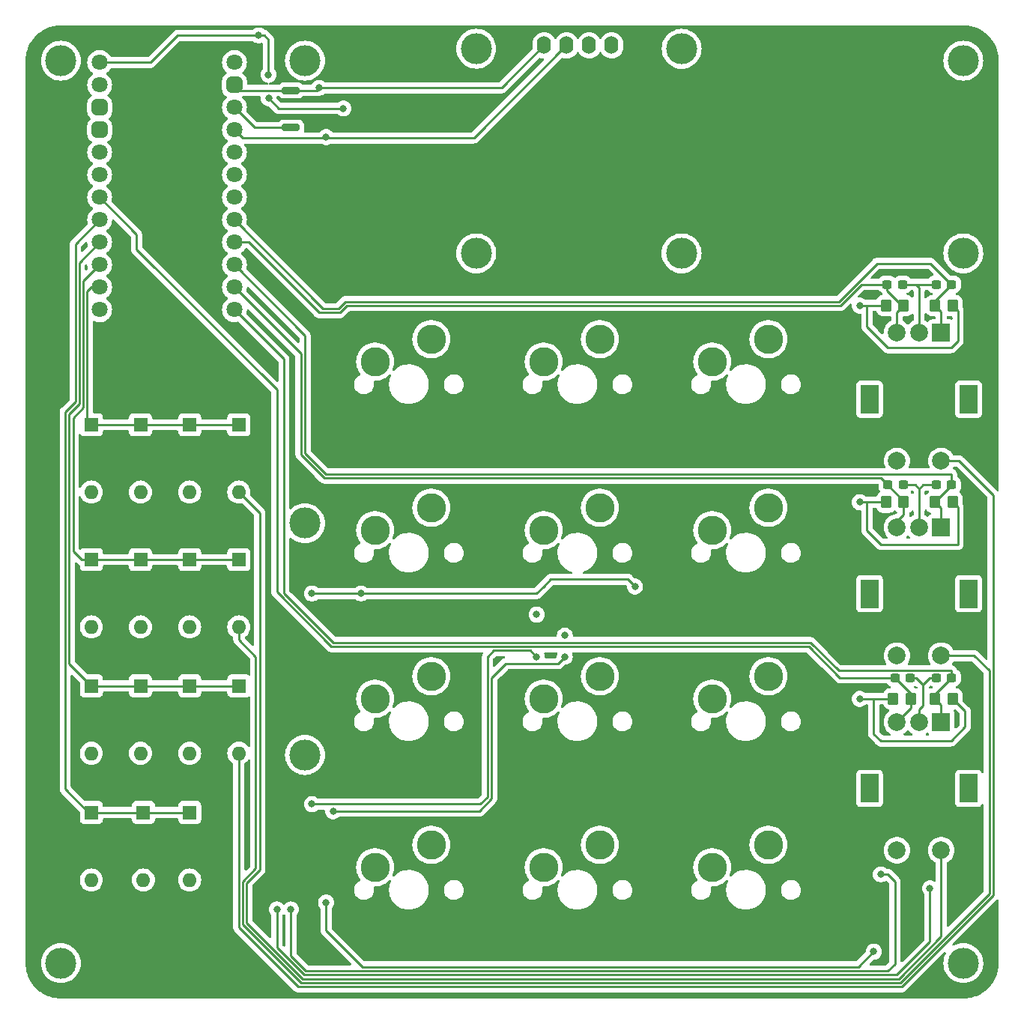
<source format=gtl>
G04 #@! TF.GenerationSoftware,KiCad,Pcbnew,7.0.5*
G04 #@! TF.CreationDate,2023-09-13T23:13:29-07:00*
G04 #@! TF.ProjectId,Custom_KeyPad,43757374-6f6d-45f4-9b65-795061642e6b,rev?*
G04 #@! TF.SameCoordinates,Original*
G04 #@! TF.FileFunction,Copper,L1,Top*
G04 #@! TF.FilePolarity,Positive*
%FSLAX46Y46*%
G04 Gerber Fmt 4.6, Leading zero omitted, Abs format (unit mm)*
G04 Created by KiCad (PCBNEW 7.0.5) date 2023-09-13 23:13:29*
%MOMM*%
%LPD*%
G01*
G04 APERTURE LIST*
G04 Aperture macros list*
%AMRoundRect*
0 Rectangle with rounded corners*
0 $1 Rounding radius*
0 $2 $3 $4 $5 $6 $7 $8 $9 X,Y pos of 4 corners*
0 Add a 4 corners polygon primitive as box body*
4,1,4,$2,$3,$4,$5,$6,$7,$8,$9,$2,$3,0*
0 Add four circle primitives for the rounded corners*
1,1,$1+$1,$2,$3*
1,1,$1+$1,$4,$5*
1,1,$1+$1,$6,$7*
1,1,$1+$1,$8,$9*
0 Add four rect primitives between the rounded corners*
20,1,$1+$1,$2,$3,$4,$5,0*
20,1,$1+$1,$4,$5,$6,$7,0*
20,1,$1+$1,$6,$7,$8,$9,0*
20,1,$1+$1,$8,$9,$2,$3,0*%
G04 Aperture macros list end*
G04 #@! TA.AperFunction,ComponentPad*
%ADD10R,1.600000X1.600000*%
G04 #@! TD*
G04 #@! TA.AperFunction,ComponentPad*
%ADD11O,1.600000X1.600000*%
G04 #@! TD*
G04 #@! TA.AperFunction,ComponentPad*
%ADD12R,2.000000X2.000000*%
G04 #@! TD*
G04 #@! TA.AperFunction,ComponentPad*
%ADD13C,2.000000*%
G04 #@! TD*
G04 #@! TA.AperFunction,ComponentPad*
%ADD14R,2.000000X3.200000*%
G04 #@! TD*
G04 #@! TA.AperFunction,SMDPad,CuDef*
%ADD15RoundRect,0.250000X-0.350000X-0.450000X0.350000X-0.450000X0.350000X0.450000X-0.350000X0.450000X0*%
G04 #@! TD*
G04 #@! TA.AperFunction,ComponentPad*
%ADD16C,2.600000*%
G04 #@! TD*
G04 #@! TA.AperFunction,ConnectorPad*
%ADD17C,3.500000*%
G04 #@! TD*
G04 #@! TA.AperFunction,SMDPad,CuDef*
%ADD18RoundRect,0.237500X-0.300000X-0.237500X0.300000X-0.237500X0.300000X0.237500X-0.300000X0.237500X0*%
G04 #@! TD*
G04 #@! TA.AperFunction,SMDPad,CuDef*
%ADD19RoundRect,0.237500X0.300000X0.237500X-0.300000X0.237500X-0.300000X-0.237500X0.300000X-0.237500X0*%
G04 #@! TD*
G04 #@! TA.AperFunction,ComponentPad*
%ADD20C,1.800000*%
G04 #@! TD*
G04 #@! TA.AperFunction,ComponentPad*
%ADD21RoundRect,0.450000X-0.450000X-0.450000X0.450000X-0.450000X0.450000X0.450000X-0.450000X0.450000X0*%
G04 #@! TD*
G04 #@! TA.AperFunction,SMDPad,CuDef*
%ADD22RoundRect,0.200000X0.800000X-0.200000X0.800000X0.200000X-0.800000X0.200000X-0.800000X-0.200000X0*%
G04 #@! TD*
G04 #@! TA.AperFunction,SMDPad,CuDef*
%ADD23RoundRect,0.250000X0.350000X0.450000X-0.350000X0.450000X-0.350000X-0.450000X0.350000X-0.450000X0*%
G04 #@! TD*
G04 #@! TA.AperFunction,ComponentPad*
%ADD24O,1.600000X2.000000*%
G04 #@! TD*
G04 #@! TA.AperFunction,ComponentPad*
%ADD25C,3.300000*%
G04 #@! TD*
G04 #@! TA.AperFunction,ViaPad*
%ADD26C,0.800000*%
G04 #@! TD*
G04 #@! TA.AperFunction,Conductor*
%ADD27C,0.250000*%
G04 #@! TD*
G04 APERTURE END LIST*
D10*
X104443750Y-95380000D03*
D11*
X104443750Y-103000000D03*
D12*
X200500000Y-91750000D03*
D13*
X195500000Y-91750000D03*
X198000000Y-91750000D03*
D14*
X203600000Y-99250000D03*
X192400000Y-99250000D03*
D13*
X195500000Y-106250000D03*
X200500000Y-106250000D03*
D10*
X115556250Y-95380000D03*
D11*
X115556250Y-103000000D03*
D15*
X199818750Y-111125000D03*
X201818750Y-111125000D03*
D10*
X121112500Y-109667500D03*
D11*
X121112500Y-117287500D03*
D15*
X194262500Y-88900000D03*
X196262500Y-88900000D03*
D16*
X128587500Y-39000000D03*
D17*
X128587500Y-39000000D03*
D12*
X200500000Y-113750000D03*
D13*
X195500000Y-113750000D03*
X198000000Y-113750000D03*
D14*
X203600000Y-121250000D03*
X192400000Y-121250000D03*
D13*
X195500000Y-128250000D03*
X200500000Y-128250000D03*
D10*
X110331250Y-123983750D03*
D11*
X110331250Y-131603750D03*
D10*
X115556250Y-123983750D03*
D11*
X115556250Y-131603750D03*
D10*
X115556250Y-109667500D03*
D11*
X115556250Y-117287500D03*
D18*
X199956250Y-86954230D03*
X201681250Y-86954230D03*
D10*
X121112500Y-95380000D03*
D11*
X121112500Y-103000000D03*
D16*
X128587500Y-117475000D03*
D17*
X128587500Y-117475000D03*
D19*
X201681250Y-64293750D03*
X199956250Y-64293750D03*
D15*
X194262500Y-66675000D03*
X196262500Y-66675000D03*
D12*
X200500000Y-69750000D03*
D13*
X195500000Y-69750000D03*
X198000000Y-69750000D03*
D14*
X203600000Y-77250000D03*
X192400000Y-77250000D03*
D13*
X195500000Y-84250000D03*
X200500000Y-84250000D03*
D16*
X101000000Y-39000000D03*
D17*
X101000000Y-39000000D03*
D16*
X171153689Y-60772695D03*
D17*
X171153689Y-60772695D03*
D10*
X121112500Y-80140000D03*
D11*
X121112500Y-87760000D03*
D20*
X105380000Y-39211250D03*
X105380000Y-41751250D03*
D21*
X105380000Y-44291250D03*
X105380000Y-46831250D03*
D20*
X105380000Y-49371250D03*
X105380000Y-51911250D03*
X105380000Y-54451250D03*
X105380000Y-56991250D03*
X105380000Y-59531250D03*
X105380000Y-62071250D03*
X105380000Y-64611250D03*
X105380000Y-67151250D03*
X120620000Y-39211250D03*
D21*
X120620000Y-41751250D03*
D20*
X120620000Y-44291250D03*
X120620000Y-46831250D03*
X120620000Y-49371250D03*
X120620000Y-51911250D03*
X120620000Y-54451250D03*
X120620000Y-56991250D03*
X120620000Y-59531250D03*
X120620000Y-62071250D03*
X120620000Y-64611250D03*
X120620000Y-67151250D03*
D16*
X203000000Y-60772695D03*
D17*
X203000000Y-60772695D03*
D10*
X104443750Y-80140000D03*
D11*
X104443750Y-87760000D03*
D16*
X203000000Y-39000000D03*
D17*
X203000000Y-39000000D03*
D16*
X147947592Y-60772480D03*
D17*
X147947592Y-60772480D03*
D22*
X127000000Y-46550000D03*
X127000000Y-42350000D03*
D19*
X201681250Y-108743750D03*
X199956250Y-108743750D03*
D10*
X110000000Y-80140000D03*
D11*
X110000000Y-87760000D03*
D16*
X171158857Y-37656395D03*
D17*
X171158857Y-37656395D03*
D10*
X110000000Y-95380000D03*
D11*
X110000000Y-103000000D03*
D10*
X115556250Y-80140000D03*
D11*
X115556250Y-87760000D03*
D10*
X104443750Y-109667500D03*
D11*
X104443750Y-117287500D03*
D16*
X101000000Y-141000000D03*
D17*
X101000000Y-141000000D03*
D10*
X104443750Y-123983750D03*
D11*
X104443750Y-131603750D03*
D16*
X147943149Y-37649935D03*
D17*
X147943149Y-37649935D03*
D18*
X194464858Y-86954230D03*
X196189858Y-86954230D03*
D10*
X110000000Y-109667500D03*
D11*
X110000000Y-117287500D03*
D18*
X194400000Y-64293750D03*
X196125000Y-64293750D03*
D23*
X201818750Y-88900000D03*
X199818750Y-88900000D03*
D24*
X155623750Y-37262500D03*
X158163750Y-37262500D03*
X160703750Y-37262500D03*
X163243750Y-37262500D03*
D15*
X199818750Y-66675000D03*
X201818750Y-66675000D03*
X195056250Y-111125000D03*
X197056250Y-111125000D03*
D18*
X195262500Y-108743750D03*
X196987500Y-108743750D03*
D16*
X128587500Y-91281250D03*
D17*
X128587500Y-91281250D03*
D16*
X203000000Y-141000000D03*
D17*
X203000000Y-141000000D03*
D25*
X136525000Y-130175000D03*
X142875000Y-127635000D03*
X155575000Y-92075000D03*
X161925000Y-89535000D03*
X136525000Y-92075000D03*
X142875000Y-89535000D03*
X136525000Y-111125000D03*
X142875000Y-108585000D03*
X174625000Y-73025000D03*
X180975000Y-70485000D03*
X155575000Y-73025000D03*
X161925000Y-70485000D03*
X155575000Y-111125000D03*
X161925000Y-108585000D03*
X174625000Y-130175000D03*
X180975000Y-127635000D03*
X155575000Y-130175000D03*
X161925000Y-127635000D03*
X174625000Y-92075000D03*
X180975000Y-89535000D03*
X174625000Y-111125000D03*
X180975000Y-108585000D03*
X136525000Y-73025000D03*
X142875000Y-70485000D03*
D26*
X191293750Y-111125000D03*
X191293750Y-88900000D03*
X157956250Y-106362500D03*
X192881250Y-139700000D03*
X130968750Y-134143750D03*
X157956250Y-103981250D03*
X130175000Y-42068750D03*
X131762500Y-123825000D03*
X130968750Y-47625000D03*
X191293750Y-66675000D03*
X134937500Y-99218750D03*
X193675000Y-130968750D03*
X129381250Y-99218750D03*
X165893750Y-98425000D03*
X127000000Y-134937500D03*
X125412500Y-134937500D03*
X199231250Y-132556250D03*
X154781250Y-101600000D03*
X129381250Y-123031250D03*
X154781250Y-106362500D03*
X124480000Y-43250000D03*
X132930000Y-44400000D03*
X124470000Y-40580000D03*
X123362774Y-36146434D03*
D27*
X192881250Y-111125000D02*
X191293750Y-111125000D01*
X192881250Y-111125000D02*
X195056250Y-111125000D01*
X193675000Y-115887500D02*
X192881250Y-115093750D01*
X203200000Y-114300000D02*
X201612500Y-115887500D01*
X201612500Y-115887500D02*
X193675000Y-115887500D01*
X192881250Y-115093750D02*
X192881250Y-111125000D01*
X203200000Y-112506250D02*
X203200000Y-114300000D01*
X201818750Y-111125000D02*
X203200000Y-112506250D01*
X197056250Y-112193750D02*
X195500000Y-113750000D01*
X197056250Y-111125000D02*
X197056250Y-112193750D01*
X201681250Y-108743750D02*
X201681250Y-108018750D01*
X201681250Y-108018750D02*
X201606250Y-107943750D01*
X199818750Y-110606250D02*
X201681250Y-108743750D01*
X199818750Y-111125000D02*
X199818750Y-110606250D01*
X109537500Y-58608750D02*
X105380000Y-54451250D01*
X109537500Y-60325000D02*
X109537500Y-58608750D01*
X125412500Y-76200000D02*
X109537500Y-60325000D01*
X189069854Y-108743750D02*
X185551104Y-105225000D01*
X185551104Y-105225000D02*
X131576104Y-105225000D01*
X131576104Y-105225000D02*
X125412500Y-99061396D01*
X125412500Y-99061396D02*
X125412500Y-76200000D01*
X195262500Y-108743750D02*
X189069854Y-108743750D01*
X197056250Y-111125000D02*
X197056250Y-110537500D01*
X197056250Y-110537500D02*
X195262500Y-108743750D01*
X199231250Y-108743750D02*
X198437500Y-109537500D01*
X199956250Y-108743750D02*
X199231250Y-108743750D01*
X197643750Y-108743750D02*
X196987500Y-108743750D01*
X198437500Y-109537500D02*
X197643750Y-108743750D01*
X198437500Y-111918750D02*
X198437500Y-109537500D01*
X198000000Y-112356250D02*
X198437500Y-111918750D01*
X198000000Y-113750000D02*
X198000000Y-112356250D01*
X200500000Y-111806250D02*
X199818750Y-111125000D01*
X200500000Y-113750000D02*
X200500000Y-111806250D01*
X191293750Y-88900000D02*
X192087500Y-88900000D01*
X192087500Y-88900000D02*
X194262500Y-88900000D01*
X193675000Y-93662500D02*
X192087500Y-92075000D01*
X202406250Y-93662500D02*
X193675000Y-93662500D01*
X202406250Y-89487500D02*
X202406250Y-93662500D01*
X192087500Y-92075000D02*
X192087500Y-88900000D01*
X201818750Y-88900000D02*
X202406250Y-89487500D01*
X200500000Y-89581250D02*
X200500000Y-91750000D01*
X199818750Y-88900000D02*
X200500000Y-89581250D01*
X201681250Y-87037500D02*
X201681250Y-86954230D01*
X199818750Y-88900000D02*
X201681250Y-87037500D01*
X196189858Y-86954230D02*
X197562500Y-86954230D01*
X197562500Y-86954230D02*
X198000000Y-87391730D01*
X194464858Y-86954230D02*
X193685628Y-86175000D01*
X196262500Y-88751872D02*
X194464858Y-86954230D01*
X196262500Y-88900000D02*
X196262500Y-88751872D01*
X196262500Y-90281250D02*
X196262500Y-88900000D01*
X195500000Y-91043750D02*
X196262500Y-90281250D01*
X105380000Y-64611250D02*
X104457500Y-64611250D01*
X104457500Y-64611250D02*
X103981250Y-65087500D01*
X103981250Y-79677500D02*
X103981250Y-65087500D01*
X121112500Y-80140000D02*
X115556250Y-80140000D01*
X104443750Y-80140000D02*
X103981250Y-79677500D01*
X110000000Y-80140000D02*
X104443750Y-80140000D01*
X115556250Y-80140000D02*
X110000000Y-80140000D01*
X105380000Y-62071250D02*
X103531250Y-63920000D01*
X121112500Y-95380000D02*
X115556250Y-95380000D01*
X103531250Y-78237500D02*
X103531250Y-64293750D01*
X110000000Y-95380000D02*
X104443750Y-95380000D01*
X115556250Y-95380000D02*
X110000000Y-95380000D01*
X102393750Y-94456250D02*
X102393750Y-79375000D01*
X104443750Y-95380000D02*
X103317500Y-95380000D01*
X103317500Y-95380000D02*
X102393750Y-94456250D01*
X103531250Y-63920000D02*
X103531250Y-64293750D01*
X102393750Y-79375000D02*
X103531250Y-78237500D01*
X105380000Y-59531250D02*
X103081250Y-61830000D01*
X110000000Y-109667500D02*
X104443750Y-109667500D01*
X103081250Y-61830000D02*
X103081250Y-62706250D01*
X104443750Y-109667500D02*
X101943750Y-107167500D01*
X115556250Y-109667500D02*
X110000000Y-109667500D01*
X121112500Y-109667500D02*
X115556250Y-109667500D01*
X101943750Y-107167500D02*
X101943750Y-78925000D01*
X103081250Y-77787500D02*
X103081250Y-62706250D01*
X101943750Y-78925000D02*
X103081250Y-77787500D01*
X132369854Y-67018750D02*
X130647500Y-67018750D01*
X199818750Y-66675000D02*
X199818750Y-66156250D01*
X199818750Y-66156250D02*
X201681250Y-64293750D01*
X199300000Y-61912500D02*
X193225000Y-61912500D01*
X201681250Y-64293750D02*
X199300000Y-61912500D01*
X200500000Y-69750000D02*
X200500000Y-67356250D01*
X193225000Y-61912500D02*
X188912500Y-66225000D01*
X133163604Y-66225000D02*
X132369854Y-67018750D01*
X130647500Y-67018750D02*
X120620000Y-56991250D01*
X188912500Y-66225000D02*
X133163604Y-66225000D01*
X200500000Y-67356250D02*
X199818750Y-66675000D01*
X196262500Y-66675000D02*
X196056250Y-66675000D01*
X194262500Y-64431250D02*
X194400000Y-64293750D01*
X195500000Y-69750000D02*
X195500000Y-67437500D01*
X196056250Y-66675000D02*
X194400000Y-65018750D01*
X188912500Y-66675000D02*
X133350000Y-66675000D01*
X189098896Y-66675000D02*
X188912500Y-66675000D01*
X195500000Y-67437500D02*
X196262500Y-66675000D01*
X122237500Y-59531250D02*
X120620000Y-59531250D01*
X195500000Y-69750000D02*
X195162500Y-69750000D01*
X133350000Y-66675000D02*
X132556250Y-67468750D01*
X191480146Y-64293750D02*
X190990073Y-64783823D01*
X194400000Y-65018750D02*
X194400000Y-64293750D01*
X130175000Y-67468750D02*
X122237500Y-59531250D01*
X190990073Y-64783823D02*
X189098896Y-66675000D01*
X132556250Y-67468750D02*
X130175000Y-67468750D01*
X194400000Y-64293750D02*
X191480146Y-64293750D01*
X201681250Y-85793750D02*
X201612500Y-85725000D01*
X130968750Y-85725000D02*
X128587500Y-83343750D01*
X201612500Y-85725000D02*
X130968750Y-85725000D01*
X128587500Y-70038750D02*
X120620000Y-62071250D01*
X128587500Y-83343750D02*
X128587500Y-70038750D01*
X201681250Y-86954230D02*
X201681250Y-85793750D01*
X193685628Y-86175000D02*
X130782354Y-86175000D01*
X128137500Y-83530146D02*
X128137500Y-72128750D01*
X194262500Y-87156588D02*
X194464858Y-86954230D01*
X128137500Y-72128750D02*
X120620000Y-64611250D01*
X130782354Y-86175000D02*
X128137500Y-83530146D01*
X195262500Y-108743750D02*
X194918750Y-108400000D01*
X195056250Y-108950000D02*
X195262500Y-108743750D01*
X198437500Y-86954230D02*
X199956250Y-86954230D01*
X129893750Y-42350000D02*
X127000000Y-42350000D01*
X151262500Y-107156250D02*
X157162500Y-107156250D01*
X135068750Y-141418750D02*
X130968750Y-137318750D01*
X130175000Y-42068750D02*
X150817500Y-42068750D01*
X148273896Y-123825000D02*
X149675000Y-122423896D01*
X149675000Y-108743750D02*
X151262500Y-107156250D01*
X198000000Y-64650000D02*
X197643750Y-64293750D01*
X192881250Y-139700000D02*
X191162500Y-141418750D01*
X198000000Y-87391730D02*
X198000000Y-91750000D01*
X198437500Y-113312500D02*
X198000000Y-113750000D01*
X127281250Y-42068750D02*
X127000000Y-42350000D01*
X149675000Y-122423896D02*
X149675000Y-108743750D01*
X150817500Y-42068750D02*
X155623750Y-37262500D01*
X157162500Y-107156250D02*
X157956250Y-106362500D01*
X198000000Y-69750000D02*
X198000000Y-64650000D01*
X199818750Y-64431250D02*
X199956250Y-64293750D01*
X198437500Y-86954230D02*
X198000000Y-87391730D01*
X130175000Y-42068750D02*
X129893750Y-42350000D01*
X127000000Y-42350000D02*
X121218750Y-42350000D01*
X130968750Y-137318750D02*
X130968750Y-134143750D01*
X131762500Y-123825000D02*
X148273896Y-123825000D01*
X191162500Y-141418750D02*
X135068750Y-141418750D01*
X121218750Y-42350000D02*
X120620000Y-41751250D01*
X196125000Y-64293750D02*
X197643750Y-64293750D01*
X197643750Y-64293750D02*
X199956250Y-64293750D01*
X101493750Y-78687500D02*
X102631250Y-77550000D01*
X104140000Y-123983750D02*
X101493750Y-121337500D01*
X102631250Y-77550000D02*
X102631250Y-60325000D01*
X102631250Y-59740000D02*
X102631250Y-60325000D01*
X115556250Y-123983750D02*
X110331250Y-123983750D01*
X110331250Y-123983750D02*
X104443750Y-123983750D01*
X105380000Y-56991250D02*
X102631250Y-59740000D01*
X101493750Y-121337500D02*
X101493750Y-78687500D01*
X104443750Y-123983750D02*
X104140000Y-123983750D01*
X201606250Y-107943750D02*
X194475000Y-107943750D01*
X194700000Y-107950000D02*
X194468750Y-107950000D01*
X126206250Y-99218750D02*
X126206250Y-72737500D01*
X131762500Y-104775000D02*
X126206250Y-99218750D01*
X185737500Y-104775000D02*
X131762500Y-104775000D01*
X194475000Y-107943750D02*
X194468750Y-107950000D01*
X199818750Y-111125000D02*
X200025000Y-111125000D01*
X194468750Y-107950000D02*
X188912500Y-107950000D01*
X126206250Y-72737500D02*
X120620000Y-67151250D01*
X188912500Y-107950000D02*
X185737500Y-104775000D01*
X155575000Y-98425000D02*
X156368750Y-97631250D01*
X129381250Y-99218750D02*
X134937500Y-99218750D01*
X156368750Y-97631250D02*
X157162500Y-97631250D01*
X157162500Y-97631250D02*
X165100000Y-97631250D01*
X130862500Y-47731250D02*
X121520000Y-47731250D01*
X192087500Y-69056250D02*
X192087500Y-66675000D01*
X191293750Y-66675000D02*
X192087500Y-66675000D01*
X158163750Y-37262500D02*
X147695000Y-47731250D01*
X128696688Y-141868750D02*
X194468750Y-141868750D01*
X134937500Y-99218750D02*
X154781250Y-99218750D01*
X127000000Y-134937500D02*
X127000000Y-140172062D01*
X147695000Y-47731250D02*
X131075000Y-47731250D01*
X127000000Y-140172062D02*
X128696688Y-141868750D01*
X202406250Y-70643750D02*
X201612500Y-71437500D01*
X131075000Y-47731250D02*
X130968750Y-47625000D01*
X154781250Y-99218750D02*
X155575000Y-98425000D01*
X192087500Y-66675000D02*
X194262500Y-66675000D01*
X194468750Y-141868750D02*
X195262500Y-141075000D01*
X201612500Y-71437500D02*
X194468750Y-71437500D01*
X202406250Y-67262500D02*
X202406250Y-70643750D01*
X194468750Y-71437500D02*
X192087500Y-69056250D01*
X130968750Y-47625000D02*
X130862500Y-47731250D01*
X201818750Y-66675000D02*
X202406250Y-67262500D01*
X165100000Y-97631250D02*
X165893750Y-98425000D01*
X195262500Y-141075000D02*
X195262500Y-131762500D01*
X195262500Y-131762500D02*
X194468750Y-130968750D01*
X121520000Y-47731250D02*
X120620000Y-46831250D01*
X194468750Y-130968750D02*
X193675000Y-130968750D01*
X206375000Y-133350000D02*
X196056250Y-143668750D01*
X202518750Y-84250000D02*
X206375000Y-88106250D01*
X127793750Y-143668750D02*
X121112500Y-136987500D01*
X200500000Y-84250000D02*
X202518750Y-84250000D01*
X121112500Y-136987500D02*
X121112500Y-117287500D01*
X196056250Y-143668750D02*
X127793750Y-143668750D01*
X206375000Y-88106250D02*
X206375000Y-133350000D01*
X205925000Y-107950000D02*
X204225000Y-106250000D01*
X195869854Y-143218750D02*
X205925000Y-133163604D01*
X204225000Y-106250000D02*
X200500000Y-106250000D01*
X123031250Y-130293750D02*
X121562500Y-131762500D01*
X121112500Y-103000000D02*
X121112500Y-104443750D01*
X121562500Y-131762500D02*
X121562500Y-136643750D01*
X121562500Y-136643750D02*
X128137500Y-143218750D01*
X121112500Y-104443750D02*
X123031250Y-106362500D01*
X128137500Y-143218750D02*
X195869854Y-143218750D01*
X205925000Y-133163604D02*
X205925000Y-107950000D01*
X123031250Y-106362500D02*
X123031250Y-130293750D01*
X128323896Y-142768750D02*
X122012500Y-136457354D01*
X200500000Y-137952208D02*
X195683458Y-142768750D01*
X123481250Y-90128750D02*
X121112500Y-87760000D01*
X122012500Y-136457354D02*
X122012500Y-131948896D01*
X122012500Y-131948896D02*
X123481250Y-130480146D01*
X195683458Y-142768750D02*
X128323896Y-142768750D01*
X200500000Y-128250000D02*
X200500000Y-137952208D01*
X123481250Y-130480146D02*
X123481250Y-90128750D01*
X199231250Y-138584562D02*
X195497062Y-142318750D01*
X199231250Y-132556250D02*
X199231250Y-138584562D01*
X195497062Y-142318750D02*
X128510292Y-142318750D01*
X125412500Y-139220958D02*
X125412500Y-134937500D01*
X128510292Y-142318750D02*
X125412500Y-139220958D01*
X149912500Y-105675000D02*
X154093750Y-105675000D01*
X154093750Y-105675000D02*
X154781250Y-106362500D01*
X148431250Y-123031250D02*
X149225000Y-122237500D01*
X149225000Y-122237500D02*
X149225000Y-106362500D01*
X129381250Y-123031250D02*
X148431250Y-123031250D01*
X149225000Y-106362500D02*
X149912500Y-105675000D01*
X122878750Y-46550000D02*
X120620000Y-44291250D01*
X127000000Y-46550000D02*
X122878750Y-46550000D01*
X195500000Y-91750000D02*
X195500000Y-91043750D01*
X201612500Y-89106250D02*
X201818750Y-88900000D01*
X201612500Y-111331250D02*
X201818750Y-111125000D01*
X125630000Y-44400000D02*
X124480000Y-43250000D01*
X124470000Y-40580000D02*
X124470000Y-36620000D01*
X111128750Y-39211250D02*
X105380000Y-39211250D01*
X123996434Y-36146434D02*
X123362774Y-36146434D01*
X114193566Y-36146434D02*
X111128750Y-39211250D01*
X132930000Y-44400000D02*
X125630000Y-44400000D01*
X124470000Y-36620000D02*
X123996434Y-36146434D01*
X123362774Y-36146434D02*
X114193566Y-36146434D01*
G04 #@! TA.AperFunction,NonConductor*
G36*
X155171422Y-38690084D02*
G01*
X155172024Y-38687838D01*
X155280792Y-38716981D01*
X155397058Y-38748135D01*
X155496721Y-38756854D01*
X155561789Y-38782306D01*
X155602768Y-38838897D01*
X155606646Y-38908659D01*
X155573594Y-38968063D01*
X147472228Y-47069431D01*
X147410905Y-47102916D01*
X147384547Y-47105750D01*
X131768166Y-47105750D01*
X131701127Y-47086065D01*
X131676016Y-47064722D01*
X131574620Y-46952111D01*
X131421484Y-46840851D01*
X131421479Y-46840848D01*
X131248557Y-46763857D01*
X131248552Y-46763855D01*
X131102750Y-46732865D01*
X131063396Y-46724500D01*
X130874104Y-46724500D01*
X130841647Y-46731398D01*
X130688947Y-46763855D01*
X130688942Y-46763857D01*
X130516020Y-46840848D01*
X130516015Y-46840851D01*
X130362879Y-46952111D01*
X130261484Y-47064722D01*
X130201997Y-47101371D01*
X130169334Y-47105750D01*
X128591387Y-47105750D01*
X128524348Y-47086065D01*
X128478593Y-47033261D01*
X128468649Y-46964103D01*
X128473001Y-46944861D01*
X128473435Y-46943469D01*
X128494086Y-46877196D01*
X128500500Y-46806616D01*
X128500500Y-46293384D01*
X128494086Y-46222804D01*
X128443478Y-46060394D01*
X128355472Y-45914815D01*
X128355470Y-45914813D01*
X128355469Y-45914811D01*
X128235188Y-45794530D01*
X128089606Y-45706522D01*
X128086897Y-45705678D01*
X127927196Y-45655914D01*
X127927194Y-45655913D01*
X127927192Y-45655913D01*
X127877778Y-45651423D01*
X127856616Y-45649500D01*
X126143384Y-45649500D01*
X126124145Y-45651248D01*
X126072807Y-45655913D01*
X125910393Y-45706522D01*
X125764811Y-45794530D01*
X125764810Y-45794531D01*
X125671161Y-45888181D01*
X125609838Y-45921666D01*
X125583480Y-45924500D01*
X123189202Y-45924500D01*
X123122163Y-45904815D01*
X123101521Y-45888181D01*
X122001347Y-44788007D01*
X121967862Y-44726684D01*
X121968822Y-44669888D01*
X122006134Y-44522555D01*
X122025300Y-44291250D01*
X122025300Y-44291243D01*
X122006135Y-44059952D01*
X122006133Y-44059941D01*
X121949157Y-43834949D01*
X121855924Y-43622401D01*
X121728983Y-43428102D01*
X121728980Y-43428099D01*
X121728979Y-43428097D01*
X121571784Y-43257337D01*
X121571779Y-43257333D01*
X121571777Y-43257331D01*
X121534983Y-43228693D01*
X121494170Y-43171983D01*
X121490495Y-43102210D01*
X121525127Y-43041527D01*
X121553729Y-43020933D01*
X121595751Y-42998984D01*
X121595757Y-42998978D01*
X121600335Y-42995963D01*
X121667143Y-42975508D01*
X121668570Y-42975500D01*
X123465675Y-42975500D01*
X123532714Y-42995185D01*
X123578469Y-43047989D01*
X123588995Y-43112459D01*
X123583402Y-43165679D01*
X123575162Y-43244086D01*
X123574540Y-43250000D01*
X123594326Y-43438256D01*
X123594327Y-43438259D01*
X123652818Y-43618277D01*
X123652821Y-43618284D01*
X123747467Y-43782216D01*
X123824513Y-43867784D01*
X123874129Y-43922888D01*
X124027265Y-44034148D01*
X124027270Y-44034151D01*
X124200192Y-44111142D01*
X124200197Y-44111144D01*
X124385354Y-44150500D01*
X124444548Y-44150500D01*
X124511587Y-44170185D01*
X124532229Y-44186819D01*
X125129194Y-44783784D01*
X125139019Y-44796048D01*
X125139240Y-44795866D01*
X125144210Y-44801874D01*
X125193949Y-44848582D01*
X125195316Y-44849906D01*
X125215530Y-44870120D01*
X125221004Y-44874366D01*
X125225442Y-44878156D01*
X125259418Y-44910062D01*
X125259422Y-44910064D01*
X125276973Y-44919713D01*
X125293231Y-44930392D01*
X125309064Y-44942674D01*
X125331015Y-44952172D01*
X125351837Y-44961183D01*
X125357081Y-44963752D01*
X125397908Y-44986197D01*
X125417312Y-44991179D01*
X125435710Y-44997478D01*
X125454105Y-45005438D01*
X125500129Y-45012726D01*
X125505832Y-45013907D01*
X125550981Y-45025500D01*
X125571016Y-45025500D01*
X125590413Y-45027026D01*
X125610196Y-45030160D01*
X125656583Y-45025775D01*
X125662422Y-45025500D01*
X132226252Y-45025500D01*
X132293291Y-45045185D01*
X132318400Y-45066526D01*
X132324126Y-45072885D01*
X132324130Y-45072889D01*
X132477265Y-45184148D01*
X132477270Y-45184151D01*
X132650192Y-45261142D01*
X132650197Y-45261144D01*
X132835354Y-45300500D01*
X132835355Y-45300500D01*
X133024644Y-45300500D01*
X133024646Y-45300500D01*
X133209803Y-45261144D01*
X133382730Y-45184151D01*
X133535871Y-45072888D01*
X133662533Y-44932216D01*
X133757179Y-44768284D01*
X133815674Y-44588256D01*
X133835460Y-44400000D01*
X133815674Y-44211744D01*
X133757179Y-44031716D01*
X133662533Y-43867784D01*
X133535871Y-43727112D01*
X133535870Y-43727111D01*
X133382734Y-43615851D01*
X133382729Y-43615848D01*
X133209807Y-43538857D01*
X133209802Y-43538855D01*
X133064000Y-43507865D01*
X133024646Y-43499500D01*
X132835354Y-43499500D01*
X132802897Y-43506398D01*
X132650197Y-43538855D01*
X132650192Y-43538857D01*
X132477270Y-43615848D01*
X132477265Y-43615851D01*
X132324130Y-43727110D01*
X132324126Y-43727114D01*
X132318400Y-43733474D01*
X132258913Y-43770121D01*
X132226252Y-43774500D01*
X125940452Y-43774500D01*
X125873413Y-43754815D01*
X125852771Y-43738181D01*
X125418960Y-43304369D01*
X125385475Y-43243046D01*
X125383323Y-43229668D01*
X125371004Y-43112459D01*
X125383574Y-43043731D01*
X125431306Y-42992707D01*
X125494325Y-42975500D01*
X125583480Y-42975500D01*
X125650519Y-42995185D01*
X125671161Y-43011819D01*
X125764811Y-43105469D01*
X125764813Y-43105470D01*
X125764815Y-43105472D01*
X125910394Y-43193478D01*
X126072804Y-43244086D01*
X126143384Y-43250500D01*
X126143387Y-43250500D01*
X127856613Y-43250500D01*
X127856616Y-43250500D01*
X127927196Y-43244086D01*
X128089606Y-43193478D01*
X128235185Y-43105472D01*
X128278913Y-43061744D01*
X128328839Y-43011819D01*
X128390162Y-42978334D01*
X128416520Y-42975500D01*
X129811007Y-42975500D01*
X129826627Y-42977224D01*
X129826654Y-42976939D01*
X129834416Y-42977673D01*
X129834416Y-42977672D01*
X129834417Y-42977673D01*
X129837749Y-42977568D01*
X129902597Y-42975531D01*
X129904544Y-42975500D01*
X129933097Y-42975500D01*
X129933100Y-42975500D01*
X129939978Y-42974630D01*
X129945791Y-42974172D01*
X129992377Y-42972709D01*
X130006508Y-42968602D01*
X130066890Y-42966388D01*
X130080354Y-42969250D01*
X130269644Y-42969250D01*
X130269646Y-42969250D01*
X130454803Y-42929894D01*
X130627730Y-42852901D01*
X130780871Y-42741638D01*
X130783788Y-42738397D01*
X130786600Y-42735276D01*
X130846087Y-42698629D01*
X130878748Y-42694250D01*
X150734757Y-42694250D01*
X150750377Y-42695974D01*
X150750404Y-42695689D01*
X150758166Y-42696423D01*
X150758166Y-42696422D01*
X150758167Y-42696423D01*
X150761499Y-42696318D01*
X150826347Y-42694281D01*
X150828294Y-42694250D01*
X150856847Y-42694250D01*
X150856850Y-42694250D01*
X150863728Y-42693380D01*
X150869541Y-42692922D01*
X150916127Y-42691459D01*
X150935369Y-42685867D01*
X150954412Y-42681924D01*
X150974292Y-42679414D01*
X151017622Y-42662257D01*
X151023146Y-42660367D01*
X151026896Y-42659277D01*
X151067890Y-42647368D01*
X151085129Y-42637172D01*
X151102603Y-42628612D01*
X151121227Y-42621238D01*
X151121227Y-42621237D01*
X151121232Y-42621236D01*
X151158949Y-42593832D01*
X151163805Y-42590642D01*
X151203920Y-42566920D01*
X151218089Y-42552749D01*
X151232879Y-42540118D01*
X151249087Y-42528344D01*
X151278799Y-42492426D01*
X151282712Y-42488126D01*
X155051268Y-38719571D01*
X155112589Y-38686088D01*
X155171422Y-38690084D01*
G37*
G04 #@! TD.AperFunction*
G04 #@! TA.AperFunction,NonConductor*
G36*
X103897410Y-59460942D02*
G01*
X103953343Y-59502814D01*
X103977652Y-59566884D01*
X103993865Y-59762551D01*
X104031175Y-59909886D01*
X104028550Y-59979706D01*
X103998650Y-60028007D01*
X103468431Y-60558227D01*
X103407108Y-60591712D01*
X103337417Y-60586728D01*
X103281483Y-60544857D01*
X103257066Y-60479392D01*
X103256750Y-60470546D01*
X103256750Y-60050450D01*
X103276435Y-59983411D01*
X103293064Y-59962774D01*
X103766397Y-59489441D01*
X103827718Y-59455958D01*
X103897410Y-59460942D01*
G37*
G04 #@! TD.AperFunction*
G04 #@! TA.AperFunction,NonConductor*
G36*
X103897410Y-62000943D02*
G01*
X103953343Y-62042815D01*
X103977652Y-62106885D01*
X103993865Y-62302551D01*
X104031175Y-62449886D01*
X104028550Y-62519706D01*
X103998650Y-62568007D01*
X103918430Y-62648227D01*
X103857109Y-62681712D01*
X103787417Y-62676728D01*
X103731483Y-62634857D01*
X103707066Y-62569393D01*
X103706750Y-62560546D01*
X103706750Y-62140451D01*
X103726435Y-62073412D01*
X103743065Y-62052774D01*
X103766396Y-62029443D01*
X103827718Y-61995959D01*
X103897410Y-62000943D01*
G37*
G04 #@! TD.AperFunction*
G04 #@! TA.AperFunction,NonConductor*
G36*
X199056587Y-62557685D02*
G01*
X199077229Y-62574319D01*
X199616798Y-63113888D01*
X199650283Y-63175211D01*
X199645299Y-63244903D01*
X199603427Y-63300836D01*
X199541718Y-63324927D01*
X199505997Y-63328575D01*
X199342234Y-63382842D01*
X199342231Y-63382843D01*
X199195398Y-63473411D01*
X199073410Y-63595399D01*
X199073409Y-63595401D01*
X199064808Y-63609346D01*
X199012860Y-63656071D01*
X198959269Y-63668250D01*
X197702734Y-63668250D01*
X197683336Y-63666723D01*
X197675912Y-63665547D01*
X197663555Y-63663590D01*
X197663554Y-63663590D01*
X197617166Y-63667975D01*
X197611328Y-63668250D01*
X197121981Y-63668250D01*
X197054942Y-63648565D01*
X197016442Y-63609346D01*
X197015408Y-63607670D01*
X197007840Y-63595400D01*
X196885850Y-63473410D01*
X196739016Y-63382842D01*
X196575253Y-63328576D01*
X196575251Y-63328575D01*
X196474178Y-63318250D01*
X195775830Y-63318250D01*
X195775812Y-63318251D01*
X195674747Y-63328575D01*
X195510984Y-63382842D01*
X195510981Y-63382843D01*
X195364150Y-63473410D01*
X195350179Y-63487381D01*
X195288855Y-63520864D01*
X195219163Y-63515878D01*
X195174819Y-63487378D01*
X195160853Y-63473412D01*
X195014018Y-63382843D01*
X195014013Y-63382841D01*
X194974899Y-63369880D01*
X194850253Y-63328576D01*
X194850251Y-63328575D01*
X194749178Y-63318250D01*
X194050830Y-63318250D01*
X194050812Y-63318251D01*
X193949747Y-63328575D01*
X193785984Y-63382842D01*
X193785981Y-63382843D01*
X193639148Y-63473411D01*
X193517160Y-63595399D01*
X193517159Y-63595401D01*
X193508558Y-63609346D01*
X193456610Y-63656071D01*
X193403019Y-63668250D01*
X192653203Y-63668250D01*
X192586164Y-63648565D01*
X192540409Y-63595761D01*
X192530465Y-63526603D01*
X192559490Y-63463047D01*
X192565522Y-63456569D01*
X193447772Y-62574319D01*
X193509095Y-62540834D01*
X193535453Y-62538000D01*
X198989548Y-62538000D01*
X199056587Y-62557685D01*
G37*
G04 #@! TD.AperFunction*
G04 #@! TA.AperFunction,NonConductor*
G36*
X197317539Y-64938935D02*
G01*
X197363294Y-64991739D01*
X197374500Y-65043250D01*
X197374499Y-65626269D01*
X197354814Y-65693309D01*
X197302010Y-65739063D01*
X197232852Y-65749007D01*
X197169296Y-65719982D01*
X197162818Y-65713950D01*
X197081157Y-65632289D01*
X197081156Y-65632288D01*
X196988388Y-65575069D01*
X196931836Y-65540187D01*
X196931831Y-65540185D01*
X196930362Y-65539698D01*
X196765297Y-65485001D01*
X196765294Y-65485000D01*
X196674786Y-65475754D01*
X196610095Y-65449358D01*
X196569943Y-65392177D01*
X196567080Y-65322366D01*
X196602414Y-65262089D01*
X196648383Y-65234690D01*
X196739016Y-65204658D01*
X196885850Y-65114090D01*
X197007840Y-64992100D01*
X197016441Y-64978154D01*
X197068390Y-64931429D01*
X197121981Y-64919250D01*
X197250500Y-64919250D01*
X197317539Y-64938935D01*
G37*
G04 #@! TD.AperFunction*
G04 #@! TA.AperFunction,NonConductor*
G36*
X199026308Y-64938935D02*
G01*
X199064808Y-64978154D01*
X199073410Y-64992100D01*
X199195400Y-65114090D01*
X199342234Y-65204658D01*
X199432869Y-65234691D01*
X199490312Y-65274462D01*
X199517136Y-65338978D01*
X199504821Y-65407754D01*
X199457279Y-65458954D01*
X199406467Y-65475754D01*
X199315952Y-65485001D01*
X199315950Y-65485001D01*
X199149418Y-65540185D01*
X199149413Y-65540187D01*
X199000092Y-65632289D01*
X198876038Y-65756343D01*
X198876035Y-65756347D01*
X198855038Y-65790389D01*
X198803090Y-65837114D01*
X198734127Y-65848335D01*
X198670045Y-65820492D01*
X198631190Y-65762423D01*
X198625500Y-65725292D01*
X198625500Y-65043250D01*
X198645185Y-64976211D01*
X198697989Y-64930456D01*
X198749500Y-64919250D01*
X198959269Y-64919250D01*
X199026308Y-64938935D01*
G37*
G04 #@! TD.AperFunction*
G04 #@! TA.AperFunction,NonConductor*
G36*
X193470058Y-64938935D02*
G01*
X193508558Y-64978154D01*
X193517160Y-64992100D01*
X193639150Y-65114090D01*
X193765633Y-65192105D01*
X193812356Y-65244052D01*
X193819610Y-65263044D01*
X193821380Y-65269137D01*
X193831580Y-65286384D01*
X193840140Y-65303858D01*
X193846034Y-65318745D01*
X193852410Y-65388323D01*
X193820157Y-65450303D01*
X193765670Y-65481483D01*
X193766130Y-65482871D01*
X193593168Y-65540185D01*
X193593163Y-65540187D01*
X193443842Y-65632289D01*
X193319789Y-65756342D01*
X193227687Y-65905663D01*
X193227686Y-65905666D01*
X193208189Y-65964505D01*
X193168416Y-66021949D01*
X193103900Y-66048772D01*
X193090483Y-66049500D01*
X192158347Y-66049500D01*
X192135115Y-66047304D01*
X192127088Y-66045773D01*
X192127086Y-66045773D01*
X192118133Y-66046336D01*
X192069775Y-66049378D01*
X192065903Y-66049500D01*
X191997498Y-66049500D01*
X191930459Y-66029815D01*
X191905350Y-66008474D01*
X191899623Y-66002114D01*
X191899619Y-66002110D01*
X191746484Y-65890851D01*
X191746479Y-65890848D01*
X191573557Y-65813857D01*
X191573552Y-65813855D01*
X191427750Y-65782865D01*
X191388396Y-65774500D01*
X191199104Y-65774500D01*
X191199101Y-65774500D01*
X191195218Y-65774908D01*
X191192987Y-65774500D01*
X191192605Y-65774500D01*
X191192605Y-65774430D01*
X191126489Y-65762337D01*
X191075466Y-65714603D01*
X191058350Y-65646863D01*
X191080574Y-65580622D01*
X191094570Y-65563915D01*
X191460193Y-65198294D01*
X191460194Y-65198291D01*
X191467255Y-65191231D01*
X191467258Y-65191226D01*
X191656127Y-65002359D01*
X191702919Y-64955568D01*
X191764243Y-64922084D01*
X191790600Y-64919250D01*
X193403019Y-64919250D01*
X193470058Y-64938935D01*
G37*
G04 #@! TD.AperFunction*
G04 #@! TA.AperFunction,NonConductor*
G36*
X201288493Y-67855899D02*
G01*
X201315953Y-67864999D01*
X201418741Y-67875500D01*
X201656750Y-67875499D01*
X201723789Y-67895183D01*
X201769544Y-67947987D01*
X201780750Y-67999499D01*
X201780750Y-68141940D01*
X201761065Y-68208979D01*
X201708261Y-68254734D01*
X201639103Y-68264678D01*
X201613417Y-68258122D01*
X201607482Y-68255908D01*
X201607483Y-68255908D01*
X201547883Y-68249501D01*
X201547881Y-68249500D01*
X201547873Y-68249500D01*
X201547865Y-68249500D01*
X201249500Y-68249500D01*
X201182461Y-68229815D01*
X201136706Y-68177011D01*
X201125500Y-68125500D01*
X201125500Y-67973608D01*
X201145185Y-67906569D01*
X201197989Y-67860814D01*
X201267147Y-67850870D01*
X201288493Y-67855899D01*
G37*
G04 #@! TD.AperFunction*
G04 #@! TA.AperFunction,NonConductor*
G36*
X198830703Y-67530994D02*
G01*
X198855039Y-67559611D01*
X198855189Y-67559855D01*
X198876038Y-67593656D01*
X199000094Y-67717712D01*
X199149416Y-67809814D01*
X199315953Y-67864999D01*
X199418741Y-67875500D01*
X199750500Y-67875499D01*
X199817539Y-67895183D01*
X199863294Y-67947987D01*
X199874500Y-67999499D01*
X199874500Y-68125500D01*
X199854815Y-68192539D01*
X199802011Y-68238294D01*
X199750500Y-68249500D01*
X199452130Y-68249500D01*
X199452123Y-68249501D01*
X199392516Y-68255908D01*
X199257671Y-68306202D01*
X199257664Y-68306206D01*
X199142455Y-68392452D01*
X199054838Y-68509493D01*
X198998904Y-68551363D01*
X198929213Y-68556347D01*
X198879410Y-68533035D01*
X198823510Y-68489526D01*
X198823506Y-68489524D01*
X198690481Y-68417533D01*
X198640891Y-68368313D01*
X198625500Y-68308479D01*
X198625500Y-67624707D01*
X198645185Y-67557668D01*
X198697989Y-67511913D01*
X198767147Y-67501969D01*
X198830703Y-67530994D01*
G37*
G04 #@! TD.AperFunction*
G04 #@! TA.AperFunction,NonConductor*
G36*
X197293832Y-67607548D02*
G01*
X197349766Y-67649419D01*
X197374183Y-67714883D01*
X197374499Y-67723730D01*
X197374500Y-68308479D01*
X197354816Y-68375518D01*
X197309519Y-68417533D01*
X197176496Y-68489522D01*
X197176494Y-68489523D01*
X196980256Y-68642261D01*
X196841228Y-68793285D01*
X196781341Y-68829275D01*
X196711503Y-68827174D01*
X196658769Y-68793284D01*
X196519744Y-68642262D01*
X196323509Y-68489526D01*
X196323508Y-68489525D01*
X196323505Y-68489523D01*
X196323503Y-68489522D01*
X196190481Y-68417533D01*
X196140891Y-68368313D01*
X196125500Y-68308479D01*
X196125500Y-67999499D01*
X196145185Y-67932460D01*
X196197989Y-67886705D01*
X196249500Y-67875499D01*
X196662502Y-67875499D01*
X196662508Y-67875499D01*
X196765297Y-67864999D01*
X196931834Y-67809814D01*
X197081156Y-67717712D01*
X197162821Y-67636046D01*
X197224140Y-67602564D01*
X197293832Y-67607548D01*
G37*
G04 #@! TD.AperFunction*
G04 #@! TA.AperFunction,NonConductor*
G36*
X193157522Y-67320185D02*
G01*
X193203277Y-67372989D01*
X193208186Y-67385489D01*
X193227686Y-67444334D01*
X193319788Y-67593656D01*
X193443844Y-67717712D01*
X193593166Y-67809814D01*
X193759703Y-67864999D01*
X193862491Y-67875500D01*
X194662508Y-67875499D01*
X194737900Y-67867797D01*
X194806590Y-67880566D01*
X194857475Y-67928446D01*
X194874500Y-67991155D01*
X194874499Y-68308479D01*
X194854814Y-68375519D01*
X194809518Y-68417533D01*
X194676496Y-68489522D01*
X194676494Y-68489523D01*
X194480257Y-68642261D01*
X194311833Y-68825217D01*
X194175826Y-69033393D01*
X194075936Y-69261118D01*
X194014892Y-69502175D01*
X194014890Y-69502187D01*
X193994357Y-69749994D01*
X193994357Y-69749998D01*
X193996104Y-69771088D01*
X193982021Y-69839524D01*
X193933174Y-69889482D01*
X193865073Y-69905101D01*
X193799338Y-69881422D01*
X193784846Y-69869006D01*
X193379574Y-69463734D01*
X192749319Y-68833478D01*
X192715834Y-68772155D01*
X192713000Y-68745797D01*
X192713000Y-67424500D01*
X192732685Y-67357461D01*
X192785489Y-67311706D01*
X192837000Y-67300500D01*
X193090483Y-67300500D01*
X193157522Y-67320185D01*
G37*
G04 #@! TD.AperFunction*
G04 #@! TA.AperFunction,NonConductor*
G36*
X122233604Y-64569444D02*
G01*
X127925680Y-70261520D01*
X127959165Y-70322843D01*
X127961999Y-70349201D01*
X127961999Y-70769296D01*
X127942314Y-70836335D01*
X127889510Y-70882090D01*
X127820352Y-70892034D01*
X127756796Y-70863009D01*
X127750318Y-70856977D01*
X122001349Y-65108008D01*
X121967864Y-65046685D01*
X121968824Y-64989886D01*
X121972287Y-64976211D01*
X122006134Y-64842555D01*
X122022347Y-64646882D01*
X122047499Y-64581701D01*
X122103901Y-64540462D01*
X122173645Y-64536263D01*
X122233604Y-64569444D01*
G37*
G04 #@! TD.AperFunction*
G04 #@! TA.AperFunction,NonConductor*
G36*
X122726065Y-36791619D02*
G01*
X122751174Y-36812960D01*
X122756900Y-36819319D01*
X122756904Y-36819323D01*
X122910039Y-36930582D01*
X122910044Y-36930585D01*
X123082966Y-37007576D01*
X123082971Y-37007578D01*
X123268128Y-37046934D01*
X123268129Y-37046934D01*
X123457418Y-37046934D01*
X123457420Y-37046934D01*
X123642577Y-37007578D01*
X123670063Y-36995339D01*
X123739313Y-36986054D01*
X123802590Y-37015682D01*
X123839804Y-37074816D01*
X123844500Y-37108619D01*
X123844500Y-39881312D01*
X123824815Y-39948351D01*
X123812650Y-39964284D01*
X123737466Y-40047784D01*
X123642821Y-40211715D01*
X123642818Y-40211722D01*
X123592985Y-40365093D01*
X123584326Y-40391744D01*
X123564540Y-40580000D01*
X123584326Y-40768256D01*
X123584327Y-40768259D01*
X123642818Y-40948277D01*
X123642821Y-40948284D01*
X123737467Y-41112216D01*
X123858028Y-41246112D01*
X123864129Y-41252888D01*
X124017265Y-41364148D01*
X124017270Y-41364151D01*
X124190192Y-41441142D01*
X124190197Y-41441144D01*
X124369286Y-41479210D01*
X124430768Y-41512402D01*
X124464544Y-41573565D01*
X124459892Y-41643280D01*
X124418287Y-41699412D01*
X124352940Y-41724141D01*
X124343505Y-41724500D01*
X122144500Y-41724500D01*
X122077461Y-41704815D01*
X122031706Y-41652011D01*
X122020500Y-41600500D01*
X122020500Y-41246119D01*
X122020500Y-41246112D01*
X122010417Y-41132698D01*
X121957237Y-40946844D01*
X121867734Y-40775499D01*
X121806652Y-40700589D01*
X121745571Y-40625678D01*
X121595751Y-40503516D01*
X121595745Y-40503513D01*
X121553732Y-40481567D01*
X121503426Y-40433081D01*
X121487319Y-40365093D01*
X121510526Y-40299190D01*
X121534978Y-40273809D01*
X121571784Y-40245163D01*
X121728979Y-40074403D01*
X121855924Y-39880099D01*
X121949157Y-39667550D01*
X122006134Y-39442555D01*
X122006135Y-39442547D01*
X122025300Y-39211256D01*
X122025300Y-39211243D01*
X122006135Y-38979952D01*
X122006133Y-38979941D01*
X121949157Y-38754949D01*
X121855924Y-38542401D01*
X121728983Y-38348102D01*
X121728980Y-38348099D01*
X121728979Y-38348097D01*
X121571784Y-38177337D01*
X121571779Y-38177333D01*
X121571777Y-38177331D01*
X121388634Y-38034785D01*
X121388628Y-38034781D01*
X121184504Y-37924314D01*
X121184495Y-37924311D01*
X120964984Y-37848952D01*
X120793281Y-37820300D01*
X120736049Y-37810750D01*
X120503951Y-37810750D01*
X120458164Y-37818390D01*
X120275015Y-37848952D01*
X120055504Y-37924311D01*
X120055495Y-37924314D01*
X119851371Y-38034781D01*
X119851365Y-38034785D01*
X119668222Y-38177331D01*
X119668219Y-38177334D01*
X119511016Y-38348102D01*
X119384075Y-38542401D01*
X119290842Y-38754949D01*
X119233866Y-38979941D01*
X119233864Y-38979952D01*
X119214700Y-39211243D01*
X119214700Y-39211256D01*
X119233864Y-39442547D01*
X119233866Y-39442558D01*
X119290842Y-39667550D01*
X119384075Y-39880098D01*
X119511016Y-40074397D01*
X119511019Y-40074401D01*
X119511021Y-40074403D01*
X119668216Y-40245163D01*
X119705016Y-40273806D01*
X119745829Y-40330515D01*
X119749504Y-40400288D01*
X119714873Y-40460972D01*
X119686266Y-40481567D01*
X119644252Y-40503513D01*
X119494428Y-40625678D01*
X119372265Y-40775500D01*
X119282762Y-40946844D01*
X119229582Y-41132701D01*
X119219500Y-41246113D01*
X119219500Y-42256386D01*
X119229582Y-42369798D01*
X119282762Y-42555655D01*
X119355910Y-42695689D01*
X119372266Y-42727001D01*
X119384199Y-42741635D01*
X119494428Y-42876821D01*
X119556851Y-42927720D01*
X119644249Y-42998984D01*
X119686265Y-43020931D01*
X119736572Y-43069417D01*
X119752680Y-43137405D01*
X119729474Y-43203308D01*
X119705017Y-43228693D01*
X119668218Y-43257335D01*
X119511016Y-43428102D01*
X119384075Y-43622401D01*
X119290842Y-43834949D01*
X119233866Y-44059941D01*
X119233864Y-44059952D01*
X119214700Y-44291243D01*
X119214700Y-44291256D01*
X119233864Y-44522547D01*
X119233866Y-44522558D01*
X119290842Y-44747550D01*
X119384075Y-44960098D01*
X119511016Y-45154397D01*
X119511019Y-45154401D01*
X119511021Y-45154403D01*
X119668216Y-45325163D01*
X119668219Y-45325165D01*
X119668222Y-45325168D01*
X119845818Y-45463397D01*
X119886631Y-45520107D01*
X119890306Y-45589880D01*
X119855674Y-45650563D01*
X119845818Y-45659103D01*
X119668222Y-45797331D01*
X119668219Y-45797334D01*
X119511016Y-45968102D01*
X119384075Y-46162401D01*
X119290842Y-46374949D01*
X119233866Y-46599941D01*
X119233864Y-46599952D01*
X119214700Y-46831243D01*
X119214700Y-46831256D01*
X119233864Y-47062547D01*
X119233866Y-47062558D01*
X119290842Y-47287550D01*
X119384075Y-47500098D01*
X119511016Y-47694397D01*
X119511019Y-47694401D01*
X119511021Y-47694403D01*
X119668216Y-47865163D01*
X119845818Y-48003396D01*
X119886631Y-48060106D01*
X119890306Y-48129879D01*
X119855675Y-48190562D01*
X119845819Y-48199102D01*
X119668218Y-48337335D01*
X119668216Y-48337336D01*
X119668216Y-48337337D01*
X119648758Y-48358474D01*
X119511016Y-48508102D01*
X119384075Y-48702401D01*
X119290842Y-48914949D01*
X119233866Y-49139941D01*
X119233864Y-49139952D01*
X119214700Y-49371243D01*
X119214700Y-49371256D01*
X119233864Y-49602547D01*
X119233866Y-49602558D01*
X119290842Y-49827550D01*
X119384075Y-50040098D01*
X119511016Y-50234397D01*
X119511019Y-50234401D01*
X119511021Y-50234403D01*
X119668216Y-50405163D01*
X119845818Y-50543396D01*
X119886631Y-50600106D01*
X119890306Y-50669879D01*
X119855675Y-50730562D01*
X119845819Y-50739102D01*
X119668218Y-50877335D01*
X119511016Y-51048102D01*
X119384075Y-51242401D01*
X119290842Y-51454949D01*
X119233866Y-51679941D01*
X119233864Y-51679952D01*
X119214700Y-51911243D01*
X119214700Y-51911256D01*
X119233864Y-52142547D01*
X119233866Y-52142558D01*
X119290842Y-52367550D01*
X119384075Y-52580098D01*
X119511016Y-52774397D01*
X119511019Y-52774401D01*
X119511021Y-52774403D01*
X119668216Y-52945163D01*
X119845818Y-53083396D01*
X119886631Y-53140106D01*
X119890306Y-53209879D01*
X119855675Y-53270562D01*
X119845819Y-53279102D01*
X119668218Y-53417335D01*
X119511016Y-53588102D01*
X119384075Y-53782401D01*
X119290842Y-53994949D01*
X119233866Y-54219941D01*
X119233864Y-54219952D01*
X119214700Y-54451243D01*
X119214700Y-54451256D01*
X119233864Y-54682547D01*
X119233866Y-54682558D01*
X119290842Y-54907550D01*
X119384075Y-55120098D01*
X119511016Y-55314397D01*
X119511019Y-55314401D01*
X119511021Y-55314403D01*
X119668216Y-55485163D01*
X119668219Y-55485165D01*
X119668222Y-55485168D01*
X119845818Y-55623397D01*
X119886631Y-55680107D01*
X119890306Y-55749880D01*
X119855674Y-55810563D01*
X119845818Y-55819103D01*
X119668222Y-55957331D01*
X119668219Y-55957334D01*
X119511016Y-56128102D01*
X119384075Y-56322401D01*
X119290842Y-56534949D01*
X119233866Y-56759941D01*
X119233864Y-56759952D01*
X119214700Y-56991243D01*
X119214700Y-56991256D01*
X119233864Y-57222547D01*
X119233866Y-57222558D01*
X119290842Y-57447550D01*
X119384075Y-57660098D01*
X119511016Y-57854397D01*
X119511019Y-57854401D01*
X119511021Y-57854403D01*
X119668216Y-58025163D01*
X119668219Y-58025165D01*
X119668222Y-58025168D01*
X119845818Y-58163397D01*
X119886631Y-58220107D01*
X119890306Y-58289880D01*
X119855674Y-58350563D01*
X119845818Y-58359103D01*
X119668222Y-58497331D01*
X119668219Y-58497334D01*
X119511016Y-58668102D01*
X119384075Y-58862401D01*
X119290842Y-59074949D01*
X119233866Y-59299941D01*
X119233864Y-59299952D01*
X119214700Y-59531243D01*
X119214700Y-59531256D01*
X119233864Y-59762547D01*
X119233866Y-59762558D01*
X119290842Y-59987550D01*
X119384075Y-60200098D01*
X119511016Y-60394397D01*
X119511019Y-60394401D01*
X119511021Y-60394403D01*
X119668216Y-60565163D01*
X119668219Y-60565165D01*
X119668222Y-60565168D01*
X119845818Y-60703397D01*
X119886631Y-60760107D01*
X119890306Y-60829880D01*
X119855674Y-60890563D01*
X119845818Y-60899103D01*
X119668222Y-61037331D01*
X119668219Y-61037334D01*
X119511016Y-61208102D01*
X119384075Y-61402401D01*
X119290842Y-61614949D01*
X119233866Y-61839941D01*
X119233864Y-61839952D01*
X119214700Y-62071243D01*
X119214700Y-62071256D01*
X119233864Y-62302547D01*
X119233866Y-62302558D01*
X119290842Y-62527550D01*
X119384075Y-62740098D01*
X119511016Y-62934397D01*
X119511019Y-62934401D01*
X119511021Y-62934403D01*
X119668216Y-63105163D01*
X119668219Y-63105165D01*
X119668222Y-63105168D01*
X119845818Y-63243397D01*
X119886631Y-63300107D01*
X119890306Y-63369880D01*
X119855674Y-63430563D01*
X119845818Y-63439103D01*
X119668222Y-63577331D01*
X119668219Y-63577334D01*
X119511016Y-63748102D01*
X119384075Y-63942401D01*
X119290842Y-64154949D01*
X119233866Y-64379941D01*
X119233864Y-64379952D01*
X119214700Y-64611243D01*
X119214700Y-64611256D01*
X119233864Y-64842547D01*
X119233866Y-64842558D01*
X119290842Y-65067550D01*
X119384075Y-65280098D01*
X119511016Y-65474397D01*
X119511019Y-65474401D01*
X119511021Y-65474403D01*
X119668216Y-65645163D01*
X119668219Y-65645165D01*
X119668222Y-65645168D01*
X119845818Y-65783397D01*
X119886631Y-65840107D01*
X119890306Y-65909880D01*
X119855674Y-65970563D01*
X119845818Y-65979103D01*
X119668222Y-66117331D01*
X119668219Y-66117334D01*
X119668216Y-66117336D01*
X119668216Y-66117337D01*
X119615151Y-66174981D01*
X119511016Y-66288102D01*
X119384075Y-66482401D01*
X119290842Y-66694949D01*
X119233866Y-66919941D01*
X119233864Y-66919952D01*
X119214700Y-67151243D01*
X119214700Y-67151256D01*
X119233864Y-67382547D01*
X119233866Y-67382558D01*
X119290842Y-67607548D01*
X119384075Y-67820098D01*
X119511016Y-68014397D01*
X119511019Y-68014401D01*
X119511021Y-68014403D01*
X119668216Y-68185163D01*
X119668219Y-68185165D01*
X119668222Y-68185168D01*
X119851365Y-68327714D01*
X119851371Y-68327718D01*
X119851374Y-68327720D01*
X120055497Y-68438186D01*
X120169487Y-68477318D01*
X120275015Y-68513547D01*
X120275017Y-68513547D01*
X120275019Y-68513548D01*
X120503951Y-68551750D01*
X120503952Y-68551750D01*
X120736048Y-68551750D01*
X120736049Y-68551750D01*
X120964981Y-68513548D01*
X120990576Y-68504760D01*
X121060371Y-68501609D01*
X121118520Y-68534360D01*
X125544431Y-72960271D01*
X125577916Y-73021594D01*
X125580750Y-73047952D01*
X125580750Y-75184297D01*
X125561065Y-75251336D01*
X125508261Y-75297091D01*
X125439103Y-75307035D01*
X125375547Y-75278010D01*
X125369069Y-75271978D01*
X110199319Y-60102228D01*
X110165834Y-60040905D01*
X110163000Y-60014547D01*
X110163000Y-58691492D01*
X110164724Y-58675872D01*
X110164439Y-58675846D01*
X110165173Y-58668083D01*
X110163031Y-58599902D01*
X110163000Y-58597955D01*
X110163000Y-58569404D01*
X110163000Y-58569400D01*
X110162131Y-58562522D01*
X110161672Y-58556693D01*
X110160209Y-58510122D01*
X110154622Y-58490894D01*
X110150674Y-58471834D01*
X110148163Y-58451954D01*
X110131012Y-58408637D01*
X110129119Y-58403108D01*
X110116118Y-58358359D01*
X110116116Y-58358356D01*
X110105923Y-58341121D01*
X110097361Y-58323644D01*
X110089987Y-58305020D01*
X110089986Y-58305018D01*
X110062579Y-58267295D01*
X110059388Y-58262436D01*
X110035672Y-58222333D01*
X110035665Y-58222324D01*
X110021506Y-58208165D01*
X110008868Y-58193369D01*
X109997094Y-58177163D01*
X109985679Y-58167720D01*
X109961188Y-58147459D01*
X109956876Y-58143536D01*
X106761349Y-54948008D01*
X106727864Y-54886685D01*
X106728824Y-54829886D01*
X106766134Y-54682555D01*
X106785300Y-54451250D01*
X106785300Y-54451243D01*
X106766135Y-54219952D01*
X106766133Y-54219941D01*
X106709157Y-53994949D01*
X106615924Y-53782401D01*
X106488983Y-53588102D01*
X106488980Y-53588099D01*
X106488979Y-53588097D01*
X106331784Y-53417337D01*
X106331779Y-53417333D01*
X106331777Y-53417331D01*
X106154181Y-53279102D01*
X106113368Y-53222392D01*
X106109693Y-53152619D01*
X106144325Y-53091936D01*
X106154165Y-53083408D01*
X106331784Y-52945163D01*
X106488979Y-52774403D01*
X106615924Y-52580099D01*
X106709157Y-52367550D01*
X106766134Y-52142555D01*
X106785300Y-51911250D01*
X106785300Y-51911243D01*
X106766135Y-51679952D01*
X106766133Y-51679941D01*
X106709157Y-51454949D01*
X106615924Y-51242401D01*
X106488983Y-51048102D01*
X106488980Y-51048099D01*
X106488979Y-51048097D01*
X106331784Y-50877337D01*
X106331779Y-50877333D01*
X106331777Y-50877331D01*
X106154181Y-50739102D01*
X106113368Y-50682392D01*
X106109693Y-50612619D01*
X106144325Y-50551936D01*
X106154165Y-50543408D01*
X106331784Y-50405163D01*
X106488979Y-50234403D01*
X106615924Y-50040099D01*
X106709157Y-49827550D01*
X106766134Y-49602555D01*
X106785300Y-49371250D01*
X106785300Y-49371243D01*
X106766135Y-49139952D01*
X106766133Y-49139941D01*
X106709157Y-48914949D01*
X106615924Y-48702401D01*
X106488983Y-48508102D01*
X106488980Y-48508099D01*
X106488979Y-48508097D01*
X106331784Y-48337337D01*
X106331779Y-48337333D01*
X106331777Y-48337331D01*
X106294983Y-48308693D01*
X106254170Y-48251983D01*
X106250495Y-48182210D01*
X106285127Y-48121527D01*
X106313728Y-48100934D01*
X106355751Y-48078984D01*
X106505571Y-47956821D01*
X106627734Y-47807001D01*
X106717237Y-47635656D01*
X106770417Y-47449802D01*
X106780500Y-47336388D01*
X106780500Y-46326112D01*
X106770417Y-46212698D01*
X106717237Y-46026844D01*
X106627734Y-45855499D01*
X106566652Y-45780588D01*
X106505571Y-45705678D01*
X106446303Y-45657352D01*
X106406786Y-45599731D01*
X106404694Y-45529893D01*
X106440692Y-45470010D01*
X106446303Y-45465148D01*
X106505571Y-45416821D01*
X106505571Y-45416820D01*
X106627734Y-45267001D01*
X106717237Y-45095656D01*
X106770417Y-44909802D01*
X106780500Y-44796388D01*
X106780500Y-43786112D01*
X106770417Y-43672698D01*
X106717237Y-43486844D01*
X106627734Y-43315499D01*
X106536254Y-43203308D01*
X106505571Y-43165678D01*
X106355751Y-43043516D01*
X106351943Y-43041527D01*
X106313732Y-43021567D01*
X106263426Y-42973081D01*
X106247319Y-42905093D01*
X106270526Y-42839190D01*
X106294978Y-42813809D01*
X106331784Y-42785163D01*
X106488979Y-42614403D01*
X106615924Y-42420099D01*
X106709157Y-42207550D01*
X106766134Y-41982555D01*
X106785300Y-41751250D01*
X106785300Y-41751243D01*
X106766135Y-41519952D01*
X106766133Y-41519941D01*
X106709157Y-41294949D01*
X106615924Y-41082401D01*
X106488983Y-40888102D01*
X106488980Y-40888099D01*
X106488979Y-40888097D01*
X106331784Y-40717337D01*
X106154180Y-40579103D01*
X106113368Y-40522393D01*
X106109693Y-40452620D01*
X106144324Y-40391937D01*
X106154181Y-40383396D01*
X106331784Y-40245163D01*
X106488979Y-40074403D01*
X106584033Y-39928912D01*
X106607542Y-39892929D01*
X106660689Y-39847572D01*
X106711351Y-39836750D01*
X111046007Y-39836750D01*
X111061627Y-39838474D01*
X111061654Y-39838189D01*
X111069416Y-39838923D01*
X111069416Y-39838922D01*
X111069417Y-39838923D01*
X111072749Y-39838818D01*
X111137597Y-39836781D01*
X111139544Y-39836750D01*
X111168097Y-39836750D01*
X111168100Y-39836750D01*
X111174978Y-39835880D01*
X111180791Y-39835422D01*
X111227377Y-39833959D01*
X111246619Y-39828367D01*
X111265662Y-39824424D01*
X111285542Y-39821914D01*
X111328872Y-39804757D01*
X111334396Y-39802867D01*
X111338146Y-39801777D01*
X111379140Y-39789868D01*
X111396379Y-39779672D01*
X111413853Y-39771112D01*
X111432477Y-39763738D01*
X111432477Y-39763737D01*
X111432482Y-39763736D01*
X111470199Y-39736332D01*
X111475055Y-39733142D01*
X111515170Y-39709420D01*
X111529339Y-39695249D01*
X111544129Y-39682618D01*
X111560337Y-39670844D01*
X111590049Y-39634926D01*
X111593962Y-39630626D01*
X114416337Y-36808253D01*
X114477661Y-36774768D01*
X114504019Y-36771934D01*
X122659026Y-36771934D01*
X122726065Y-36791619D01*
G37*
G04 #@! TD.AperFunction*
G04 #@! TA.AperFunction,NonConductor*
G36*
X197317539Y-87599415D02*
G01*
X197363294Y-87652219D01*
X197374500Y-87703730D01*
X197374500Y-87851269D01*
X197354815Y-87918308D01*
X197302011Y-87964063D01*
X197232853Y-87974007D01*
X197169297Y-87944982D01*
X197162819Y-87938951D01*
X197127280Y-87903412D01*
X197081156Y-87857288D01*
X197081153Y-87857286D01*
X197081151Y-87857284D01*
X197075489Y-87852807D01*
X197076593Y-87851410D01*
X197036058Y-87806337D01*
X197024842Y-87737373D01*
X197052690Y-87673293D01*
X197060183Y-87665094D01*
X197072698Y-87652580D01*
X197081299Y-87638634D01*
X197133248Y-87591909D01*
X197186839Y-87579730D01*
X197250500Y-87579730D01*
X197317539Y-87599415D01*
G37*
G04 #@! TD.AperFunction*
G04 #@! TA.AperFunction,NonConductor*
G36*
X199026308Y-87599415D02*
G01*
X199064808Y-87638634D01*
X199077202Y-87658728D01*
X199075501Y-87659776D01*
X199097892Y-87715280D01*
X199084850Y-87783921D01*
X199039582Y-87832932D01*
X199000092Y-87857289D01*
X198876038Y-87981343D01*
X198876035Y-87981347D01*
X198855038Y-88015389D01*
X198803090Y-88062114D01*
X198734127Y-88073335D01*
X198670045Y-88045492D01*
X198631190Y-87987423D01*
X198625500Y-87950292D01*
X198625500Y-87703730D01*
X198645185Y-87636691D01*
X198697989Y-87590936D01*
X198749500Y-87579730D01*
X198959269Y-87579730D01*
X199026308Y-87599415D01*
G37*
G04 #@! TD.AperFunction*
G04 #@! TA.AperFunction,NonConductor*
G36*
X198830703Y-89755994D02*
G01*
X198855039Y-89784611D01*
X198855189Y-89784855D01*
X198876038Y-89818656D01*
X199000094Y-89942712D01*
X199149416Y-90034814D01*
X199257693Y-90070693D01*
X199315136Y-90110464D01*
X199341959Y-90174980D01*
X199329644Y-90243756D01*
X199282101Y-90294956D01*
X199262026Y-90304578D01*
X199257673Y-90306201D01*
X199257664Y-90306206D01*
X199142455Y-90392452D01*
X199054838Y-90509493D01*
X198998904Y-90551363D01*
X198929213Y-90556347D01*
X198879410Y-90533035D01*
X198823510Y-90489526D01*
X198823506Y-90489524D01*
X198690481Y-90417533D01*
X198640891Y-90368313D01*
X198625500Y-90308479D01*
X198625500Y-89849707D01*
X198645185Y-89782668D01*
X198697989Y-89736913D01*
X198767147Y-89726969D01*
X198830703Y-89755994D01*
G37*
G04 #@! TD.AperFunction*
G04 #@! TA.AperFunction,NonConductor*
G36*
X197293834Y-89832548D02*
G01*
X197349767Y-89874420D01*
X197374184Y-89939884D01*
X197374500Y-89948730D01*
X197374500Y-90308479D01*
X197354815Y-90375518D01*
X197309519Y-90417533D01*
X197176496Y-90489522D01*
X197176494Y-90489523D01*
X197066450Y-90575174D01*
X197001455Y-90600816D01*
X196932916Y-90587249D01*
X196882591Y-90538780D01*
X196866460Y-90470798D01*
X196867814Y-90457924D01*
X196867936Y-90457148D01*
X196867938Y-90457146D01*
X196875228Y-90411115D01*
X196876408Y-90405414D01*
X196888000Y-90360269D01*
X196888000Y-90340233D01*
X196889527Y-90320832D01*
X196890609Y-90314001D01*
X196892660Y-90301054D01*
X196888707Y-90259240D01*
X196888275Y-90254665D01*
X196888000Y-90248827D01*
X196888000Y-90131057D01*
X196907685Y-90064018D01*
X196946901Y-90025520D01*
X197081156Y-89942712D01*
X197162819Y-89861048D01*
X197224142Y-89827564D01*
X197293834Y-89832548D01*
G37*
G04 #@! TD.AperFunction*
G04 #@! TA.AperFunction,NonConductor*
G36*
X196788495Y-92672824D02*
G01*
X196841226Y-92706711D01*
X196953817Y-92829018D01*
X196984739Y-92891672D01*
X196976879Y-92961098D01*
X196932731Y-93015253D01*
X196866314Y-93036944D01*
X196862587Y-93037000D01*
X196637413Y-93037000D01*
X196570374Y-93017315D01*
X196524619Y-92964511D01*
X196514675Y-92895353D01*
X196543700Y-92831797D01*
X196546165Y-92829036D01*
X196658772Y-92706712D01*
X196718657Y-92670724D01*
X196788495Y-92672824D01*
G37*
G04 #@! TD.AperFunction*
G04 #@! TA.AperFunction,NonConductor*
G36*
X193157522Y-89545185D02*
G01*
X193203277Y-89597989D01*
X193208186Y-89610489D01*
X193227066Y-89667463D01*
X193227686Y-89669333D01*
X193227687Y-89669336D01*
X193236823Y-89684148D01*
X193319788Y-89818656D01*
X193443844Y-89942712D01*
X193593166Y-90034814D01*
X193759703Y-90089999D01*
X193862491Y-90100500D01*
X194662508Y-90100499D01*
X194662516Y-90100498D01*
X194662519Y-90100498D01*
X194718802Y-90094748D01*
X194765297Y-90089999D01*
X194931834Y-90034814D01*
X195081156Y-89942712D01*
X195174822Y-89849045D01*
X195236141Y-89815563D01*
X195305833Y-89820547D01*
X195350176Y-89849044D01*
X195443844Y-89942712D01*
X195478974Y-89964380D01*
X195525699Y-90016328D01*
X195536920Y-90085291D01*
X195509077Y-90149373D01*
X195501558Y-90157600D01*
X195444557Y-90214601D01*
X195383234Y-90248086D01*
X195377286Y-90249229D01*
X195130382Y-90290429D01*
X194895197Y-90371169D01*
X194895188Y-90371172D01*
X194676493Y-90489524D01*
X194480257Y-90642261D01*
X194311833Y-90825217D01*
X194175826Y-91033393D01*
X194075936Y-91261118D01*
X194014892Y-91502175D01*
X194014890Y-91502187D01*
X193994357Y-91749994D01*
X193994357Y-91750005D01*
X194014890Y-91997812D01*
X194014892Y-91997824D01*
X194075936Y-92238881D01*
X194175826Y-92466606D01*
X194311833Y-92674782D01*
X194311836Y-92674785D01*
X194453817Y-92829018D01*
X194484739Y-92891672D01*
X194476879Y-92961098D01*
X194432732Y-93015253D01*
X194366314Y-93036944D01*
X194362587Y-93037000D01*
X193985452Y-93037000D01*
X193918413Y-93017315D01*
X193897771Y-93000681D01*
X192749319Y-91852228D01*
X192715834Y-91790905D01*
X192713000Y-91764547D01*
X192713000Y-89649500D01*
X192732685Y-89582461D01*
X192785489Y-89536706D01*
X192837000Y-89525500D01*
X193090483Y-89525500D01*
X193157522Y-89545185D01*
G37*
G04 #@! TD.AperFunction*
G04 #@! TA.AperFunction,NonConductor*
G36*
X157072135Y-105870185D02*
G01*
X157117890Y-105922989D01*
X157127834Y-105992147D01*
X157123027Y-106012815D01*
X157113687Y-106041564D01*
X157072537Y-106168210D01*
X157070576Y-106174244D01*
X157053489Y-106336819D01*
X157052929Y-106342149D01*
X157026344Y-106406763D01*
X157017290Y-106416868D01*
X156939728Y-106494431D01*
X156878405Y-106527916D01*
X156852046Y-106530750D01*
X155806742Y-106530750D01*
X155739703Y-106511065D01*
X155693948Y-106458261D01*
X155683421Y-106393790D01*
X155686710Y-106362500D01*
X155666924Y-106174244D01*
X155614472Y-106012817D01*
X155612478Y-105942977D01*
X155648558Y-105883144D01*
X155711259Y-105852316D01*
X155732404Y-105850500D01*
X157005096Y-105850500D01*
X157072135Y-105870185D01*
G37*
G04 #@! TD.AperFunction*
G04 #@! TA.AperFunction,NonConductor*
G36*
X122233604Y-67109444D02*
G01*
X127475681Y-72351521D01*
X127509166Y-72412844D01*
X127512000Y-72439202D01*
X127512000Y-83447401D01*
X127510275Y-83463018D01*
X127510561Y-83463045D01*
X127509826Y-83470812D01*
X127511969Y-83538992D01*
X127512000Y-83540939D01*
X127512000Y-83569489D01*
X127512001Y-83569506D01*
X127512868Y-83576377D01*
X127513326Y-83582196D01*
X127514790Y-83628770D01*
X127514791Y-83628773D01*
X127520380Y-83648013D01*
X127524324Y-83667057D01*
X127526836Y-83686938D01*
X127539769Y-83719604D01*
X127543990Y-83730265D01*
X127545882Y-83735793D01*
X127558881Y-83780534D01*
X127569080Y-83797780D01*
X127577638Y-83815249D01*
X127585014Y-83833878D01*
X127612398Y-83871569D01*
X127615606Y-83876453D01*
X127639327Y-83916562D01*
X127639333Y-83916570D01*
X127653490Y-83930726D01*
X127666128Y-83945522D01*
X127677905Y-83961732D01*
X127677906Y-83961733D01*
X127713809Y-83991434D01*
X127718120Y-83995356D01*
X129703961Y-85981198D01*
X130281551Y-86558788D01*
X130291376Y-86571051D01*
X130291597Y-86570869D01*
X130296565Y-86576874D01*
X130346286Y-86623566D01*
X130347686Y-86624923D01*
X130367877Y-86645115D01*
X130367881Y-86645118D01*
X130367883Y-86645120D01*
X130373365Y-86649373D01*
X130377797Y-86653157D01*
X130411772Y-86685062D01*
X130429330Y-86694714D01*
X130445589Y-86705395D01*
X130461418Y-86717673D01*
X130504192Y-86736182D01*
X130509410Y-86738738D01*
X130550262Y-86761197D01*
X130569670Y-86766180D01*
X130588071Y-86772480D01*
X130606458Y-86780437D01*
X130649842Y-86787308D01*
X130652473Y-86787725D01*
X130658193Y-86788909D01*
X130703335Y-86800500D01*
X130723370Y-86800500D01*
X130742768Y-86802026D01*
X130762548Y-86805159D01*
X130762549Y-86805160D01*
X130762549Y-86805159D01*
X130762550Y-86805160D01*
X130808937Y-86800775D01*
X130814776Y-86800500D01*
X193302858Y-86800500D01*
X193369897Y-86820185D01*
X193415652Y-86872989D01*
X193426858Y-86924500D01*
X193426858Y-87240898D01*
X193426859Y-87240917D01*
X193437183Y-87341982D01*
X193464547Y-87424560D01*
X193490849Y-87503933D01*
X193491450Y-87505745D01*
X193491453Y-87505752D01*
X193570307Y-87633595D01*
X193588747Y-87700987D01*
X193567824Y-87767651D01*
X193529865Y-87804230D01*
X193443842Y-87857289D01*
X193319789Y-87981342D01*
X193227687Y-88130663D01*
X193227686Y-88130666D01*
X193213103Y-88174676D01*
X193208189Y-88189505D01*
X193168416Y-88246949D01*
X193103900Y-88273772D01*
X193090483Y-88274500D01*
X192158347Y-88274500D01*
X192135115Y-88272304D01*
X192127088Y-88270773D01*
X192127086Y-88270773D01*
X192118133Y-88271336D01*
X192069775Y-88274378D01*
X192065903Y-88274500D01*
X191997498Y-88274500D01*
X191930459Y-88254815D01*
X191905350Y-88233474D01*
X191899623Y-88227114D01*
X191899619Y-88227110D01*
X191746484Y-88115851D01*
X191746479Y-88115848D01*
X191573557Y-88038857D01*
X191573552Y-88038855D01*
X191426612Y-88007623D01*
X191388396Y-87999500D01*
X191199104Y-87999500D01*
X191166647Y-88006398D01*
X191013947Y-88038855D01*
X191013942Y-88038857D01*
X190841020Y-88115848D01*
X190841015Y-88115851D01*
X190687879Y-88227111D01*
X190561216Y-88367785D01*
X190466571Y-88531715D01*
X190466568Y-88531722D01*
X190419613Y-88676236D01*
X190408076Y-88711744D01*
X190388290Y-88900000D01*
X190408076Y-89088256D01*
X190408077Y-89088259D01*
X190466568Y-89268277D01*
X190466571Y-89268284D01*
X190561217Y-89432216D01*
X190662935Y-89545185D01*
X190687879Y-89572888D01*
X190841015Y-89684148D01*
X190841020Y-89684151D01*
X191013942Y-89761142D01*
X191013947Y-89761144D01*
X191199104Y-89800500D01*
X191199105Y-89800500D01*
X191338000Y-89800500D01*
X191405039Y-89820185D01*
X191450794Y-89872989D01*
X191462000Y-89924500D01*
X191462000Y-91992255D01*
X191460275Y-92007872D01*
X191460561Y-92007899D01*
X191459826Y-92015666D01*
X191461969Y-92083846D01*
X191462000Y-92085793D01*
X191462000Y-92114343D01*
X191462001Y-92114360D01*
X191462868Y-92121231D01*
X191463326Y-92127050D01*
X191464790Y-92173624D01*
X191464791Y-92173627D01*
X191470380Y-92192867D01*
X191474324Y-92211911D01*
X191476836Y-92231791D01*
X191493990Y-92275119D01*
X191495882Y-92280647D01*
X191508881Y-92325388D01*
X191519080Y-92342634D01*
X191527636Y-92360100D01*
X191535014Y-92378732D01*
X191556939Y-92408910D01*
X191562398Y-92416423D01*
X191565606Y-92421307D01*
X191589327Y-92461416D01*
X191589333Y-92461424D01*
X191603490Y-92475580D01*
X191616128Y-92490376D01*
X191627905Y-92506586D01*
X191627906Y-92506587D01*
X191663809Y-92536288D01*
X191668120Y-92540210D01*
X192818223Y-93690314D01*
X193174197Y-94046288D01*
X193184022Y-94058551D01*
X193184243Y-94058369D01*
X193189211Y-94064374D01*
X193238932Y-94111066D01*
X193240332Y-94112423D01*
X193260523Y-94132615D01*
X193260527Y-94132618D01*
X193260529Y-94132620D01*
X193266011Y-94136873D01*
X193270443Y-94140657D01*
X193304418Y-94172562D01*
X193321976Y-94182214D01*
X193338233Y-94192893D01*
X193354064Y-94205173D01*
X193373737Y-94213686D01*
X193396833Y-94223682D01*
X193402077Y-94226250D01*
X193442908Y-94248697D01*
X193450718Y-94250702D01*
X193462305Y-94253677D01*
X193480719Y-94259981D01*
X193499104Y-94267938D01*
X193545157Y-94275232D01*
X193550826Y-94276406D01*
X193595981Y-94288000D01*
X193616016Y-94288000D01*
X193635413Y-94289526D01*
X193655196Y-94292660D01*
X193701583Y-94288275D01*
X193707422Y-94288000D01*
X202335403Y-94288000D01*
X202358635Y-94290196D01*
X202360239Y-94290501D01*
X202366662Y-94291727D01*
X202423974Y-94288121D01*
X202427847Y-94288000D01*
X202445592Y-94288000D01*
X202445600Y-94288000D01*
X202463240Y-94285771D01*
X202467057Y-94285410D01*
X202524388Y-94281804D01*
X202532155Y-94279280D01*
X202554930Y-94274188D01*
X202563042Y-94273164D01*
X202616445Y-94252019D01*
X202620085Y-94250709D01*
X202674691Y-94232967D01*
X202681587Y-94228590D01*
X202702383Y-94217994D01*
X202709982Y-94214986D01*
X202756441Y-94181230D01*
X202759640Y-94179055D01*
X202808127Y-94148286D01*
X202813716Y-94142333D01*
X202831229Y-94126894D01*
X202837837Y-94122094D01*
X202874440Y-94077847D01*
X202876986Y-94074957D01*
X202916312Y-94033082D01*
X202920248Y-94025921D01*
X202933369Y-94006614D01*
X202938574Y-94000323D01*
X202943968Y-93988860D01*
X202963019Y-93948374D01*
X202964778Y-93944919D01*
X202992447Y-93894592D01*
X202994477Y-93886681D01*
X203002385Y-93864718D01*
X203005864Y-93857326D01*
X203016627Y-93800901D01*
X203017460Y-93797170D01*
X203031750Y-93741519D01*
X203031750Y-93733344D01*
X203033947Y-93710106D01*
X203035477Y-93702088D01*
X203031871Y-93644775D01*
X203031750Y-93640903D01*
X203031750Y-89570237D01*
X203033474Y-89554623D01*
X203033188Y-89554596D01*
X203033922Y-89546833D01*
X203031781Y-89478670D01*
X203031750Y-89476723D01*
X203031750Y-89448151D01*
X203031750Y-89448150D01*
X203030879Y-89441259D01*
X203030422Y-89435445D01*
X203028959Y-89388874D01*
X203028959Y-89388872D01*
X203023370Y-89369637D01*
X203019424Y-89350584D01*
X203016914Y-89330708D01*
X202999751Y-89287359D01*
X202997864Y-89281846D01*
X202984867Y-89237110D01*
X202984866Y-89237108D01*
X202974671Y-89219869D01*
X202966110Y-89202393D01*
X202958737Y-89183770D01*
X202958736Y-89183768D01*
X202942929Y-89162012D01*
X202919450Y-89096210D01*
X202919249Y-89089164D01*
X202919249Y-88399992D01*
X202918263Y-88390344D01*
X202908749Y-88297203D01*
X202908748Y-88297200D01*
X202901226Y-88274500D01*
X202853564Y-88130666D01*
X202761462Y-87981344D01*
X202637406Y-87857288D01*
X202637405Y-87857287D01*
X202597918Y-87832932D01*
X202551193Y-87780985D01*
X202539970Y-87712022D01*
X202561888Y-87659707D01*
X202560298Y-87658727D01*
X202564088Y-87652581D01*
X202564090Y-87652580D01*
X202654658Y-87505746D01*
X202708924Y-87341983D01*
X202719250Y-87240907D01*
X202719249Y-86667554D01*
X202716957Y-86645120D01*
X202708924Y-86566477D01*
X202697916Y-86533258D01*
X202654658Y-86402714D01*
X202564090Y-86255880D01*
X202442100Y-86133890D01*
X202442096Y-86133887D01*
X202365653Y-86086736D01*
X202318928Y-86034788D01*
X202306750Y-85981198D01*
X202306750Y-85876490D01*
X202308473Y-85860878D01*
X202308188Y-85860852D01*
X202308922Y-85853084D01*
X202306780Y-85784920D01*
X202306749Y-85782970D01*
X202306750Y-85754400D01*
X202305879Y-85747508D01*
X202305422Y-85741696D01*
X202303959Y-85695122D01*
X202298372Y-85675894D01*
X202294424Y-85656834D01*
X202291914Y-85636958D01*
X202274757Y-85593625D01*
X202272869Y-85588109D01*
X202259869Y-85543362D01*
X202249668Y-85526113D01*
X202241110Y-85508644D01*
X202233736Y-85490018D01*
X202233733Y-85490014D01*
X202233733Y-85490013D01*
X202206348Y-85452321D01*
X202203140Y-85447437D01*
X202179422Y-85407332D01*
X202179413Y-85407321D01*
X202165255Y-85393163D01*
X202152620Y-85378370D01*
X202140846Y-85362166D01*
X202140843Y-85362162D01*
X202134181Y-85356651D01*
X202117360Y-85342735D01*
X202100855Y-85326229D01*
X202098287Y-85323125D01*
X202098286Y-85323123D01*
X202048566Y-85276432D01*
X202047166Y-85275075D01*
X202026976Y-85254884D01*
X202021486Y-85250625D01*
X202017061Y-85246847D01*
X201983082Y-85214938D01*
X201983080Y-85214936D01*
X201983077Y-85214935D01*
X201965529Y-85205288D01*
X201949263Y-85194604D01*
X201933432Y-85182324D01*
X201890669Y-85163818D01*
X201885423Y-85161249D01*
X201864058Y-85149504D01*
X201814792Y-85099959D01*
X201800133Y-85031644D01*
X201819986Y-84973014D01*
X201824173Y-84966607D01*
X201828013Y-84957853D01*
X201831595Y-84949689D01*
X201876551Y-84896203D01*
X201943287Y-84875514D01*
X201945150Y-84875500D01*
X202208298Y-84875500D01*
X202275337Y-84895185D01*
X202295979Y-84911819D01*
X205713181Y-88329021D01*
X205746666Y-88390344D01*
X205749500Y-88416702D01*
X205749500Y-106590547D01*
X205729815Y-106657586D01*
X205677011Y-106703341D01*
X205607853Y-106713285D01*
X205544297Y-106684260D01*
X205537819Y-106678228D01*
X204725803Y-105866212D01*
X204715980Y-105853950D01*
X204715759Y-105854134D01*
X204710786Y-105848122D01*
X204661066Y-105801432D01*
X204659666Y-105800075D01*
X204639476Y-105779884D01*
X204633986Y-105775625D01*
X204629561Y-105771847D01*
X204595582Y-105739938D01*
X204595580Y-105739936D01*
X204595577Y-105739935D01*
X204578029Y-105730288D01*
X204561763Y-105719604D01*
X204545933Y-105707325D01*
X204503168Y-105688818D01*
X204497922Y-105686248D01*
X204457093Y-105663803D01*
X204457092Y-105663802D01*
X204437693Y-105658822D01*
X204419281Y-105652518D01*
X204400898Y-105644562D01*
X204400892Y-105644560D01*
X204354874Y-105637272D01*
X204349152Y-105636087D01*
X204304021Y-105624500D01*
X204304019Y-105624500D01*
X204283984Y-105624500D01*
X204264586Y-105622973D01*
X204257162Y-105621797D01*
X204244805Y-105619840D01*
X204244804Y-105619840D01*
X204198416Y-105624225D01*
X204192578Y-105624500D01*
X201945150Y-105624500D01*
X201878111Y-105604815D01*
X201832356Y-105552011D01*
X201831595Y-105550311D01*
X201824175Y-105533396D01*
X201688166Y-105325217D01*
X201666557Y-105301744D01*
X201519744Y-105142262D01*
X201323509Y-104989526D01*
X201323507Y-104989525D01*
X201323506Y-104989524D01*
X201104811Y-104871172D01*
X201104802Y-104871169D01*
X200869616Y-104790429D01*
X200624335Y-104749500D01*
X200375665Y-104749500D01*
X200130383Y-104790429D01*
X199895197Y-104871169D01*
X199895188Y-104871172D01*
X199676493Y-104989524D01*
X199480257Y-105142261D01*
X199311833Y-105325217D01*
X199175826Y-105533393D01*
X199075936Y-105761118D01*
X199014892Y-106002175D01*
X199014890Y-106002187D01*
X198994357Y-106249994D01*
X198994357Y-106250005D01*
X199014890Y-106497812D01*
X199014892Y-106497824D01*
X199075936Y-106738881D01*
X199175826Y-106966606D01*
X199280243Y-107126429D01*
X199300431Y-107193318D01*
X199281250Y-107260504D01*
X199228791Y-107306654D01*
X199176434Y-107318250D01*
X196823566Y-107318250D01*
X196756527Y-107298565D01*
X196710772Y-107245761D01*
X196700828Y-107176603D01*
X196719757Y-107126429D01*
X196796042Y-107009665D01*
X196824173Y-106966607D01*
X196924063Y-106738881D01*
X196985108Y-106497821D01*
X196987036Y-106474561D01*
X196992653Y-106406763D01*
X197005643Y-106250000D01*
X196985108Y-106002179D01*
X196985107Y-106002175D01*
X196924063Y-105761118D01*
X196824173Y-105533393D01*
X196688166Y-105325217D01*
X196666557Y-105301744D01*
X196519744Y-105142262D01*
X196323509Y-104989526D01*
X196323507Y-104989525D01*
X196323506Y-104989524D01*
X196104811Y-104871172D01*
X196104802Y-104871169D01*
X195869616Y-104790429D01*
X195624335Y-104749500D01*
X195375665Y-104749500D01*
X195130383Y-104790429D01*
X194895197Y-104871169D01*
X194895188Y-104871172D01*
X194676493Y-104989524D01*
X194480257Y-105142261D01*
X194311833Y-105325217D01*
X194175826Y-105533393D01*
X194075936Y-105761118D01*
X194014892Y-106002175D01*
X194014890Y-106002187D01*
X193994357Y-106249994D01*
X193994357Y-106250005D01*
X194014890Y-106497812D01*
X194014892Y-106497824D01*
X194075936Y-106738881D01*
X194166230Y-106944728D01*
X194175827Y-106966607D01*
X194284327Y-107132680D01*
X194304514Y-107199568D01*
X194285334Y-107266754D01*
X194232876Y-107312904D01*
X194180518Y-107324500D01*
X189222952Y-107324500D01*
X189155913Y-107304815D01*
X189135271Y-107288181D01*
X187699406Y-105852316D01*
X186238303Y-104391212D01*
X186228480Y-104378950D01*
X186228259Y-104379134D01*
X186223286Y-104373122D01*
X186173566Y-104326432D01*
X186172166Y-104325075D01*
X186151976Y-104304884D01*
X186146486Y-104300625D01*
X186142061Y-104296847D01*
X186108082Y-104264938D01*
X186108080Y-104264936D01*
X186108077Y-104264935D01*
X186090529Y-104255288D01*
X186074263Y-104244604D01*
X186058433Y-104232325D01*
X186015668Y-104213818D01*
X186010422Y-104211248D01*
X185969593Y-104188803D01*
X185969592Y-104188802D01*
X185950193Y-104183822D01*
X185931781Y-104177518D01*
X185913398Y-104169562D01*
X185913392Y-104169560D01*
X185867374Y-104162272D01*
X185861652Y-104161087D01*
X185816521Y-104149500D01*
X185816519Y-104149500D01*
X185796484Y-104149500D01*
X185777086Y-104147973D01*
X185769662Y-104146797D01*
X185757305Y-104144840D01*
X185757304Y-104144840D01*
X185710916Y-104149225D01*
X185705078Y-104149500D01*
X158981742Y-104149500D01*
X158914703Y-104129815D01*
X158868948Y-104077011D01*
X158858421Y-104012540D01*
X158861710Y-103981250D01*
X158841924Y-103792994D01*
X158783429Y-103612966D01*
X158688783Y-103449034D01*
X158562121Y-103308362D01*
X158562120Y-103308361D01*
X158408984Y-103197101D01*
X158408979Y-103197098D01*
X158236057Y-103120107D01*
X158236052Y-103120105D01*
X158090251Y-103089115D01*
X158050896Y-103080750D01*
X157861604Y-103080750D01*
X157829147Y-103087648D01*
X157676447Y-103120105D01*
X157676442Y-103120107D01*
X157503520Y-103197098D01*
X157503515Y-103197101D01*
X157350379Y-103308361D01*
X157223716Y-103449035D01*
X157129071Y-103612965D01*
X157129068Y-103612972D01*
X157070577Y-103792990D01*
X157070576Y-103792994D01*
X157050790Y-103981250D01*
X157054078Y-104012540D01*
X157041510Y-104081268D01*
X156993778Y-104132292D01*
X156930758Y-104149500D01*
X132072952Y-104149500D01*
X132005913Y-104129815D01*
X131985271Y-104113181D01*
X129472091Y-101600000D01*
X153875790Y-101600000D01*
X153895576Y-101788256D01*
X153895577Y-101788259D01*
X153954068Y-101968277D01*
X153954071Y-101968284D01*
X154048717Y-102132216D01*
X154175378Y-102272888D01*
X154175379Y-102272888D01*
X154328515Y-102384148D01*
X154328520Y-102384151D01*
X154501442Y-102461142D01*
X154501447Y-102461144D01*
X154686604Y-102500500D01*
X154686605Y-102500500D01*
X154875894Y-102500500D01*
X154875896Y-102500500D01*
X155061053Y-102461144D01*
X155233980Y-102384151D01*
X155387121Y-102272888D01*
X155513783Y-102132216D01*
X155608429Y-101968284D01*
X155666924Y-101788256D01*
X155686710Y-101600000D01*
X155666924Y-101411744D01*
X155608429Y-101231716D01*
X155513783Y-101067784D01*
X155387121Y-100927112D01*
X155346891Y-100897883D01*
X155346873Y-100897870D01*
X190899500Y-100897870D01*
X190899501Y-100897876D01*
X190905908Y-100957483D01*
X190956202Y-101092328D01*
X190956206Y-101092335D01*
X191042452Y-101207544D01*
X191042455Y-101207547D01*
X191157664Y-101293793D01*
X191157671Y-101293797D01*
X191292517Y-101344091D01*
X191292516Y-101344091D01*
X191299444Y-101344835D01*
X191352127Y-101350500D01*
X193447872Y-101350499D01*
X193507483Y-101344091D01*
X193642331Y-101293796D01*
X193757546Y-101207546D01*
X193843796Y-101092331D01*
X193894091Y-100957483D01*
X193900500Y-100897873D01*
X193900500Y-100897870D01*
X202099500Y-100897870D01*
X202099501Y-100897876D01*
X202105908Y-100957483D01*
X202156202Y-101092328D01*
X202156206Y-101092335D01*
X202242452Y-101207544D01*
X202242455Y-101207547D01*
X202357664Y-101293793D01*
X202357671Y-101293797D01*
X202492517Y-101344091D01*
X202492516Y-101344091D01*
X202499444Y-101344835D01*
X202552127Y-101350500D01*
X204647872Y-101350499D01*
X204707483Y-101344091D01*
X204842331Y-101293796D01*
X204957546Y-101207546D01*
X205043796Y-101092331D01*
X205094091Y-100957483D01*
X205100500Y-100897873D01*
X205100499Y-97602128D01*
X205094091Y-97542517D01*
X205043796Y-97407669D01*
X205043795Y-97407668D01*
X205043793Y-97407664D01*
X204957547Y-97292455D01*
X204957544Y-97292452D01*
X204842335Y-97206206D01*
X204842328Y-97206202D01*
X204707482Y-97155908D01*
X204707483Y-97155908D01*
X204647883Y-97149501D01*
X204647881Y-97149500D01*
X204647873Y-97149500D01*
X204647864Y-97149500D01*
X202552129Y-97149500D01*
X202552123Y-97149501D01*
X202492516Y-97155908D01*
X202357671Y-97206202D01*
X202357664Y-97206206D01*
X202242455Y-97292452D01*
X202242452Y-97292455D01*
X202156206Y-97407664D01*
X202156202Y-97407671D01*
X202105908Y-97542517D01*
X202099501Y-97602116D01*
X202099501Y-97602123D01*
X202099500Y-97602135D01*
X202099500Y-100897870D01*
X193900500Y-100897870D01*
X193900499Y-97602128D01*
X193894091Y-97542517D01*
X193843796Y-97407669D01*
X193843795Y-97407668D01*
X193843793Y-97407664D01*
X193757547Y-97292455D01*
X193757544Y-97292452D01*
X193642335Y-97206206D01*
X193642328Y-97206202D01*
X193507482Y-97155908D01*
X193507483Y-97155908D01*
X193447883Y-97149501D01*
X193447881Y-97149500D01*
X193447873Y-97149500D01*
X193447864Y-97149500D01*
X191352129Y-97149500D01*
X191352123Y-97149501D01*
X191292516Y-97155908D01*
X191157671Y-97206202D01*
X191157664Y-97206206D01*
X191042455Y-97292452D01*
X191042452Y-97292455D01*
X190956206Y-97407664D01*
X190956202Y-97407671D01*
X190905908Y-97542517D01*
X190899501Y-97602116D01*
X190899501Y-97602123D01*
X190899500Y-97602135D01*
X190899500Y-100897870D01*
X155346873Y-100897870D01*
X155233984Y-100815851D01*
X155233979Y-100815848D01*
X155061057Y-100738857D01*
X155061052Y-100738855D01*
X154915251Y-100707865D01*
X154875896Y-100699500D01*
X154686604Y-100699500D01*
X154654147Y-100706398D01*
X154501447Y-100738855D01*
X154501442Y-100738857D01*
X154328520Y-100815848D01*
X154328515Y-100815851D01*
X154175379Y-100927111D01*
X154048716Y-101067785D01*
X153954071Y-101231715D01*
X153954068Y-101231722D01*
X153895577Y-101411740D01*
X153895576Y-101411744D01*
X153875790Y-101600000D01*
X129472091Y-101600000D01*
X127090841Y-99218750D01*
X128475790Y-99218750D01*
X128495576Y-99407006D01*
X128495577Y-99407009D01*
X128554068Y-99587027D01*
X128554071Y-99587034D01*
X128648717Y-99750966D01*
X128750435Y-99863935D01*
X128775379Y-99891638D01*
X128928515Y-100002898D01*
X128928520Y-100002901D01*
X129101442Y-100079892D01*
X129101447Y-100079894D01*
X129286604Y-100119250D01*
X129286605Y-100119250D01*
X129475894Y-100119250D01*
X129475896Y-100119250D01*
X129661053Y-100079894D01*
X129833980Y-100002901D01*
X129987121Y-99891638D01*
X129990038Y-99888397D01*
X129992850Y-99885276D01*
X130052337Y-99848629D01*
X130084998Y-99844250D01*
X134233752Y-99844250D01*
X134300791Y-99863935D01*
X134325900Y-99885276D01*
X134331626Y-99891635D01*
X134331630Y-99891639D01*
X134484765Y-100002898D01*
X134484770Y-100002901D01*
X134657692Y-100079892D01*
X134657697Y-100079894D01*
X134842854Y-100119250D01*
X134842855Y-100119250D01*
X135032144Y-100119250D01*
X135032146Y-100119250D01*
X135217303Y-100079894D01*
X135390230Y-100002901D01*
X135543371Y-99891638D01*
X135546288Y-99888397D01*
X135549100Y-99885276D01*
X135608587Y-99848629D01*
X135641248Y-99844250D01*
X154698507Y-99844250D01*
X154714127Y-99845974D01*
X154714154Y-99845689D01*
X154721916Y-99846423D01*
X154721916Y-99846422D01*
X154721917Y-99846423D01*
X154725249Y-99846318D01*
X154790097Y-99844281D01*
X154792044Y-99844250D01*
X154820597Y-99844250D01*
X154820600Y-99844250D01*
X154827478Y-99843380D01*
X154833291Y-99842922D01*
X154879877Y-99841459D01*
X154899119Y-99835867D01*
X154918162Y-99831924D01*
X154938042Y-99829414D01*
X154981372Y-99812257D01*
X154986896Y-99810367D01*
X154990646Y-99809277D01*
X155031640Y-99797368D01*
X155048879Y-99787172D01*
X155066353Y-99778612D01*
X155084977Y-99771238D01*
X155084977Y-99771237D01*
X155084982Y-99771236D01*
X155122699Y-99743832D01*
X155127555Y-99740642D01*
X155167670Y-99716920D01*
X155181839Y-99702749D01*
X155196629Y-99690118D01*
X155212837Y-99678344D01*
X155242549Y-99642426D01*
X155246462Y-99638126D01*
X156045120Y-98839471D01*
X156045120Y-98839470D01*
X156050484Y-98834107D01*
X156050499Y-98834089D01*
X156591521Y-98293069D01*
X156652845Y-98259584D01*
X156679203Y-98256750D01*
X157083481Y-98256750D01*
X164789547Y-98256750D01*
X164856586Y-98276435D01*
X164877228Y-98293069D01*
X164954789Y-98370630D01*
X164988274Y-98431953D01*
X164990428Y-98445343D01*
X165008076Y-98613256D01*
X165008077Y-98613259D01*
X165066568Y-98793277D01*
X165066571Y-98793284D01*
X165161217Y-98957216D01*
X165263858Y-99071210D01*
X165287879Y-99097888D01*
X165441015Y-99209148D01*
X165441020Y-99209151D01*
X165613942Y-99286142D01*
X165613947Y-99286144D01*
X165799104Y-99325500D01*
X165799105Y-99325500D01*
X165988394Y-99325500D01*
X165988396Y-99325500D01*
X166173553Y-99286144D01*
X166346480Y-99209151D01*
X166499621Y-99097888D01*
X166626283Y-98957216D01*
X166720929Y-98793284D01*
X166779424Y-98613256D01*
X166799210Y-98425000D01*
X166779424Y-98236744D01*
X166720929Y-98056716D01*
X166626283Y-97892784D01*
X166499621Y-97752112D01*
X166499620Y-97752111D01*
X166346484Y-97640851D01*
X166346479Y-97640848D01*
X166173557Y-97563857D01*
X166173552Y-97563855D01*
X166027751Y-97532865D01*
X165988396Y-97524500D01*
X165988395Y-97524500D01*
X165929203Y-97524500D01*
X165862164Y-97504815D01*
X165841522Y-97488181D01*
X165600803Y-97247462D01*
X165590980Y-97235200D01*
X165590759Y-97235384D01*
X165585786Y-97229372D01*
X165536066Y-97182682D01*
X165534666Y-97181325D01*
X165514476Y-97161134D01*
X165508986Y-97156875D01*
X165504561Y-97153097D01*
X165470582Y-97121188D01*
X165470580Y-97121186D01*
X165470577Y-97121185D01*
X165453029Y-97111538D01*
X165436763Y-97100854D01*
X165420933Y-97088575D01*
X165378168Y-97070068D01*
X165372922Y-97067498D01*
X165332093Y-97045053D01*
X165332092Y-97045052D01*
X165312693Y-97040072D01*
X165294281Y-97033768D01*
X165275898Y-97025812D01*
X165275892Y-97025810D01*
X165229874Y-97018522D01*
X165224152Y-97017337D01*
X165179021Y-97005750D01*
X165179019Y-97005750D01*
X165158984Y-97005750D01*
X165139586Y-97004223D01*
X165132162Y-97003047D01*
X165119805Y-97001090D01*
X165119804Y-97001090D01*
X165073416Y-97005475D01*
X165067578Y-97005750D01*
X160077237Y-97005750D01*
X160010198Y-96986065D01*
X159964443Y-96933261D01*
X159954499Y-96864103D01*
X159983524Y-96800547D01*
X160036562Y-96764611D01*
X160107548Y-96739962D01*
X160263151Y-96685931D01*
X160531343Y-96550407D01*
X160779080Y-96380346D01*
X161001939Y-96178782D01*
X161195943Y-95949312D01*
X161357631Y-95696032D01*
X161484118Y-95423460D01*
X161573146Y-95136462D01*
X161623126Y-94840158D01*
X161632453Y-94561202D01*
X163335660Y-94561202D01*
X163345887Y-94775901D01*
X163396563Y-94984791D01*
X163396565Y-94984795D01*
X163398553Y-94989149D01*
X163485854Y-95180310D01*
X163610534Y-95355399D01*
X163610535Y-95355400D01*
X163610540Y-95355406D01*
X163766094Y-95503725D01*
X163766096Y-95503726D01*
X163766097Y-95503727D01*
X163946920Y-95619935D01*
X164146468Y-95699822D01*
X164251998Y-95720160D01*
X164357527Y-95740500D01*
X164357528Y-95740500D01*
X164518612Y-95740500D01*
X164518618Y-95740500D01*
X164678971Y-95725188D01*
X164885209Y-95664631D01*
X165076259Y-95566138D01*
X165245217Y-95433268D01*
X165385976Y-95270824D01*
X165493448Y-95084677D01*
X165563750Y-94881554D01*
X165594339Y-94668797D01*
X165589214Y-94561202D01*
X172225660Y-94561202D01*
X172235887Y-94775901D01*
X172286563Y-94984791D01*
X172286565Y-94984795D01*
X172288553Y-94989149D01*
X172375854Y-95180310D01*
X172500534Y-95355399D01*
X172500535Y-95355400D01*
X172500540Y-95355406D01*
X172656094Y-95503725D01*
X172656096Y-95503726D01*
X172656097Y-95503727D01*
X172836920Y-95619935D01*
X173036468Y-95699822D01*
X173141998Y-95720160D01*
X173247527Y-95740500D01*
X173247528Y-95740500D01*
X173408612Y-95740500D01*
X173408618Y-95740500D01*
X173568971Y-95725188D01*
X173775209Y-95664631D01*
X173966259Y-95566138D01*
X174135217Y-95433268D01*
X174275976Y-95270824D01*
X174383448Y-95084677D01*
X174453750Y-94881554D01*
X174484339Y-94668797D01*
X174474112Y-94454096D01*
X174455829Y-94378732D01*
X174459154Y-94308943D01*
X174499682Y-94252029D01*
X174564547Y-94226061D01*
X174576334Y-94225500D01*
X174772099Y-94225500D01*
X174803520Y-94221180D01*
X175063555Y-94185440D01*
X175346841Y-94106067D01*
X175616682Y-93988859D01*
X175868049Y-93835999D01*
X176096260Y-93650335D01*
X176186715Y-93553480D01*
X176246856Y-93517923D01*
X176316677Y-93520525D01*
X176374008Y-93560462D01*
X176400646Y-93625055D01*
X176389816Y-93690314D01*
X176335883Y-93806537D01*
X176335882Y-93806540D01*
X176314772Y-93874593D01*
X176246854Y-94093535D01*
X176196874Y-94389842D01*
X176186833Y-94690167D01*
X176216910Y-94989142D01*
X176216911Y-94989149D01*
X176286568Y-95281441D01*
X176286571Y-95281453D01*
X176394566Y-95561853D01*
X176394573Y-95561868D01*
X176538979Y-95825375D01*
X176538983Y-95825381D01*
X176630296Y-95949312D01*
X176717223Y-96067290D01*
X176918769Y-96275687D01*
X176926120Y-96283288D01*
X176926127Y-96283294D01*
X176931432Y-96287483D01*
X177161946Y-96469518D01*
X177420487Y-96622652D01*
X177697133Y-96739960D01*
X177697136Y-96739960D01*
X177697139Y-96739962D01*
X177842039Y-96779653D01*
X177986946Y-96819348D01*
X178284755Y-96859400D01*
X178284760Y-96859400D01*
X178510041Y-96859400D01*
X178673513Y-96848456D01*
X178734819Y-96844352D01*
X179029287Y-96784499D01*
X179313151Y-96685931D01*
X179581343Y-96550407D01*
X179829080Y-96380346D01*
X180051939Y-96178782D01*
X180245943Y-95949312D01*
X180407631Y-95696032D01*
X180534118Y-95423460D01*
X180623146Y-95136462D01*
X180673126Y-94840158D01*
X180682453Y-94561202D01*
X182385660Y-94561202D01*
X182395887Y-94775901D01*
X182446563Y-94984791D01*
X182446565Y-94984795D01*
X182448553Y-94989149D01*
X182535854Y-95180310D01*
X182660534Y-95355399D01*
X182660535Y-95355400D01*
X182660540Y-95355406D01*
X182816094Y-95503725D01*
X182816096Y-95503726D01*
X182816097Y-95503727D01*
X182996920Y-95619935D01*
X183196468Y-95699822D01*
X183301998Y-95720160D01*
X183407527Y-95740500D01*
X183407528Y-95740500D01*
X183568612Y-95740500D01*
X183568618Y-95740500D01*
X183728971Y-95725188D01*
X183935209Y-95664631D01*
X184126259Y-95566138D01*
X184295217Y-95433268D01*
X184435976Y-95270824D01*
X184543448Y-95084677D01*
X184613750Y-94881554D01*
X184644339Y-94668797D01*
X184634112Y-94454096D01*
X184583437Y-94245210D01*
X184494146Y-94049690D01*
X184369466Y-93874601D01*
X184369464Y-93874599D01*
X184369459Y-93874593D01*
X184213905Y-93726274D01*
X184033080Y-93610065D01*
X183833530Y-93530177D01*
X183622473Y-93489500D01*
X183622472Y-93489500D01*
X183461382Y-93489500D01*
X183301028Y-93504812D01*
X183301029Y-93504812D01*
X183301025Y-93504813D01*
X183094793Y-93565368D01*
X182903736Y-93663864D01*
X182734785Y-93796729D01*
X182734782Y-93796733D01*
X182594021Y-93959178D01*
X182486553Y-94145319D01*
X182416251Y-94348442D01*
X182416250Y-94348444D01*
X182385661Y-94561200D01*
X182385660Y-94561202D01*
X180682453Y-94561202D01*
X180683167Y-94539836D01*
X180653089Y-94240855D01*
X180649563Y-94226061D01*
X180628150Y-94136206D01*
X180583430Y-93948551D01*
X180475431Y-93668140D01*
X180331021Y-93404625D01*
X180301751Y-93364900D01*
X180205616Y-93234424D01*
X180152777Y-93162710D01*
X179943879Y-92946711D01*
X179943872Y-92946705D01*
X179708055Y-92760483D01*
X179708056Y-92760483D01*
X179708054Y-92760482D01*
X179449513Y-92607348D01*
X179172867Y-92490040D01*
X179172860Y-92490037D01*
X178883059Y-92410653D01*
X178883056Y-92410652D01*
X178883054Y-92410652D01*
X178585245Y-92370600D01*
X178359967Y-92370600D01*
X178359959Y-92370600D01*
X178135183Y-92385647D01*
X178135174Y-92385649D01*
X177840710Y-92445501D01*
X177556847Y-92544069D01*
X177556844Y-92544071D01*
X177288662Y-92679589D01*
X177040918Y-92849655D01*
X176818062Y-93051216D01*
X176818056Y-93051222D01*
X176812901Y-93057320D01*
X176754584Y-93095804D01*
X176684720Y-93096649D01*
X176625489Y-93059589D01*
X176595697Y-92996389D01*
X176601372Y-92935733D01*
X176602072Y-92933764D01*
X176700592Y-92656554D01*
X176700592Y-92656549D01*
X176700595Y-92656543D01*
X176740063Y-92466607D01*
X176760448Y-92368511D01*
X176780525Y-92075000D01*
X176760448Y-91781489D01*
X176732177Y-91645440D01*
X176700595Y-91493456D01*
X176700590Y-91493440D01*
X176630420Y-91296001D01*
X176602072Y-91216236D01*
X176466722Y-90955024D01*
X176466721Y-90955022D01*
X176466717Y-90955016D01*
X176297067Y-90714676D01*
X176109033Y-90513342D01*
X176096260Y-90499665D01*
X176096258Y-90499664D01*
X176096256Y-90499661D01*
X175868045Y-90313998D01*
X175616680Y-90161139D01*
X175616675Y-90161137D01*
X175346845Y-90043934D01*
X175063560Y-89964561D01*
X175063556Y-89964560D01*
X175063555Y-89964560D01*
X174904585Y-89942710D01*
X174772099Y-89924500D01*
X174772098Y-89924500D01*
X174477902Y-89924500D01*
X174477901Y-89924500D01*
X174186445Y-89964560D01*
X174186439Y-89964561D01*
X173903154Y-90043934D01*
X173633324Y-90161137D01*
X173633319Y-90161139D01*
X173381954Y-90313998D01*
X173153743Y-90499661D01*
X172952932Y-90714676D01*
X172783282Y-90955016D01*
X172783278Y-90955022D01*
X172647927Y-91216237D01*
X172549409Y-91493440D01*
X172549404Y-91493456D01*
X172489552Y-91781486D01*
X172489551Y-91781488D01*
X172469475Y-92075000D01*
X172489551Y-92368511D01*
X172489552Y-92368513D01*
X172549404Y-92656543D01*
X172549409Y-92656559D01*
X172647927Y-92933762D01*
X172783278Y-93194977D01*
X172783282Y-93194983D01*
X172933215Y-93407390D01*
X172955794Y-93473511D01*
X172939041Y-93541342D01*
X172888732Y-93589113D01*
X172743738Y-93663863D01*
X172574785Y-93796729D01*
X172574782Y-93796733D01*
X172434021Y-93959178D01*
X172326553Y-94145319D01*
X172256251Y-94348442D01*
X172256250Y-94348444D01*
X172225661Y-94561200D01*
X172225660Y-94561202D01*
X165589214Y-94561202D01*
X165584112Y-94454096D01*
X165533437Y-94245210D01*
X165444146Y-94049690D01*
X165319466Y-93874601D01*
X165319464Y-93874599D01*
X165319459Y-93874593D01*
X165163905Y-93726274D01*
X164983080Y-93610065D01*
X164783530Y-93530177D01*
X164572473Y-93489500D01*
X164572472Y-93489500D01*
X164411382Y-93489500D01*
X164251028Y-93504812D01*
X164251029Y-93504812D01*
X164251025Y-93504813D01*
X164044793Y-93565368D01*
X163853736Y-93663864D01*
X163684785Y-93796729D01*
X163684782Y-93796733D01*
X163544021Y-93959178D01*
X163436553Y-94145319D01*
X163366251Y-94348442D01*
X163366250Y-94348444D01*
X163335661Y-94561200D01*
X163335660Y-94561202D01*
X161632453Y-94561202D01*
X161633167Y-94539836D01*
X161603089Y-94240855D01*
X161599563Y-94226061D01*
X161578150Y-94136206D01*
X161533430Y-93948551D01*
X161425431Y-93668140D01*
X161281021Y-93404625D01*
X161251751Y-93364900D01*
X161155616Y-93234424D01*
X161102777Y-93162710D01*
X160893879Y-92946711D01*
X160893872Y-92946705D01*
X160658055Y-92760483D01*
X160658056Y-92760483D01*
X160658054Y-92760482D01*
X160399513Y-92607348D01*
X160122867Y-92490040D01*
X160122860Y-92490037D01*
X159833059Y-92410653D01*
X159833056Y-92410652D01*
X159833054Y-92410652D01*
X159535245Y-92370600D01*
X159309967Y-92370600D01*
X159309959Y-92370600D01*
X159085183Y-92385647D01*
X159085174Y-92385649D01*
X158790710Y-92445501D01*
X158506847Y-92544069D01*
X158506844Y-92544071D01*
X158238662Y-92679589D01*
X157990918Y-92849655D01*
X157768062Y-93051216D01*
X157768056Y-93051222D01*
X157762901Y-93057320D01*
X157704584Y-93095804D01*
X157634720Y-93096649D01*
X157575489Y-93059589D01*
X157545697Y-92996389D01*
X157551372Y-92935733D01*
X157552072Y-92933764D01*
X157650592Y-92656554D01*
X157650592Y-92656549D01*
X157650595Y-92656543D01*
X157690063Y-92466607D01*
X157710448Y-92368511D01*
X157730525Y-92075000D01*
X157710448Y-91781489D01*
X157682177Y-91645440D01*
X157650595Y-91493456D01*
X157650590Y-91493440D01*
X157580420Y-91296001D01*
X157552072Y-91216236D01*
X157416722Y-90955024D01*
X157416721Y-90955022D01*
X157416717Y-90955016D01*
X157247067Y-90714676D01*
X157059033Y-90513342D01*
X157046260Y-90499665D01*
X157046258Y-90499664D01*
X157046256Y-90499661D01*
X156818045Y-90313998D01*
X156566680Y-90161139D01*
X156566675Y-90161137D01*
X156296845Y-90043934D01*
X156013560Y-89964561D01*
X156013556Y-89964560D01*
X156013555Y-89964560D01*
X155854585Y-89942710D01*
X155722099Y-89924500D01*
X155722098Y-89924500D01*
X155427902Y-89924500D01*
X155427901Y-89924500D01*
X155136445Y-89964560D01*
X155136439Y-89964561D01*
X154853154Y-90043934D01*
X154583324Y-90161137D01*
X154583319Y-90161139D01*
X154331954Y-90313998D01*
X154103743Y-90499661D01*
X153902932Y-90714676D01*
X153733282Y-90955016D01*
X153733278Y-90955022D01*
X153597927Y-91216237D01*
X153499409Y-91493440D01*
X153499404Y-91493456D01*
X153439552Y-91781486D01*
X153439551Y-91781488D01*
X153419475Y-92075000D01*
X153439551Y-92368511D01*
X153439552Y-92368513D01*
X153499404Y-92656543D01*
X153499409Y-92656559D01*
X153597927Y-92933762D01*
X153733278Y-93194977D01*
X153733282Y-93194983D01*
X153883215Y-93407390D01*
X153905794Y-93473511D01*
X153889041Y-93541342D01*
X153838732Y-93589113D01*
X153693738Y-93663863D01*
X153524785Y-93796729D01*
X153524782Y-93796733D01*
X153384021Y-93959178D01*
X153276553Y-94145319D01*
X153206251Y-94348442D01*
X153206250Y-94348444D01*
X153175661Y-94561200D01*
X153175660Y-94561202D01*
X153185887Y-94775901D01*
X153236563Y-94984791D01*
X153236565Y-94984795D01*
X153238553Y-94989149D01*
X153325854Y-95180310D01*
X153450534Y-95355399D01*
X153450535Y-95355400D01*
X153450540Y-95355406D01*
X153606094Y-95503725D01*
X153606096Y-95503726D01*
X153606097Y-95503727D01*
X153786920Y-95619935D01*
X153986468Y-95699822D01*
X154091997Y-95720160D01*
X154197527Y-95740500D01*
X154197528Y-95740500D01*
X154358612Y-95740500D01*
X154358618Y-95740500D01*
X154518971Y-95725188D01*
X154725209Y-95664631D01*
X154916259Y-95566138D01*
X155085217Y-95433268D01*
X155225976Y-95270824D01*
X155333448Y-95084677D01*
X155403750Y-94881554D01*
X155434339Y-94668797D01*
X155424112Y-94454096D01*
X155405829Y-94378732D01*
X155409154Y-94308943D01*
X155449682Y-94252029D01*
X155514547Y-94226061D01*
X155526334Y-94225500D01*
X155722099Y-94225500D01*
X155753520Y-94221180D01*
X156013555Y-94185440D01*
X156296841Y-94106067D01*
X156566682Y-93988859D01*
X156818049Y-93835999D01*
X157046260Y-93650335D01*
X157136715Y-93553480D01*
X157196856Y-93517923D01*
X157266677Y-93520525D01*
X157324008Y-93560462D01*
X157350646Y-93625055D01*
X157339816Y-93690314D01*
X157285883Y-93806537D01*
X157285882Y-93806540D01*
X157264772Y-93874593D01*
X157196854Y-94093535D01*
X157146874Y-94389842D01*
X157136833Y-94690167D01*
X157166910Y-94989142D01*
X157166911Y-94989149D01*
X157236568Y-95281441D01*
X157236571Y-95281453D01*
X157344566Y-95561853D01*
X157344573Y-95561868D01*
X157488979Y-95825375D01*
X157488983Y-95825381D01*
X157580296Y-95949312D01*
X157667223Y-96067290D01*
X157868769Y-96275687D01*
X157876120Y-96283288D01*
X157876127Y-96283294D01*
X157881432Y-96287483D01*
X158111946Y-96469518D01*
X158370487Y-96622652D01*
X158647133Y-96739960D01*
X158647136Y-96739960D01*
X158647139Y-96739962D01*
X158728161Y-96762156D01*
X158787618Y-96798852D01*
X158817797Y-96861868D01*
X158809116Y-96931196D01*
X158764331Y-96984826D01*
X158697662Y-97005729D01*
X158695401Y-97005750D01*
X156451493Y-97005750D01*
X156435872Y-97004025D01*
X156435846Y-97004311D01*
X156428083Y-97003576D01*
X156359903Y-97005719D01*
X156357956Y-97005750D01*
X156329399Y-97005750D01*
X156322516Y-97006619D01*
X156316699Y-97007076D01*
X156270123Y-97008540D01*
X156250879Y-97014131D01*
X156231829Y-97018075D01*
X156211961Y-97020584D01*
X156168634Y-97037738D01*
X156163108Y-97039629D01*
X156118364Y-97052629D01*
X156118360Y-97052631D01*
X156101116Y-97062829D01*
X156083655Y-97071383D01*
X156065024Y-97078760D01*
X156065012Y-97078767D01*
X156027320Y-97106152D01*
X156022437Y-97109359D01*
X155982330Y-97133079D01*
X155968164Y-97147245D01*
X155953374Y-97159877D01*
X155937164Y-97171654D01*
X155937161Y-97171657D01*
X155907460Y-97207559D01*
X155903527Y-97211881D01*
X155104880Y-98010529D01*
X154558478Y-98556931D01*
X154497155Y-98590416D01*
X154470797Y-98593250D01*
X135641248Y-98593250D01*
X135574209Y-98573565D01*
X135549100Y-98552224D01*
X135543373Y-98545864D01*
X135543369Y-98545860D01*
X135390234Y-98434601D01*
X135390229Y-98434598D01*
X135217307Y-98357607D01*
X135217302Y-98357605D01*
X135071501Y-98326615D01*
X135032146Y-98318250D01*
X134842854Y-98318250D01*
X134810397Y-98325148D01*
X134657697Y-98357605D01*
X134657692Y-98357607D01*
X134484770Y-98434598D01*
X134484765Y-98434601D01*
X134331630Y-98545860D01*
X134331626Y-98545864D01*
X134325900Y-98552224D01*
X134266413Y-98588871D01*
X134233752Y-98593250D01*
X130084998Y-98593250D01*
X130017959Y-98573565D01*
X129992850Y-98552224D01*
X129987123Y-98545864D01*
X129987119Y-98545860D01*
X129833984Y-98434601D01*
X129833979Y-98434598D01*
X129661057Y-98357607D01*
X129661052Y-98357605D01*
X129515251Y-98326615D01*
X129475896Y-98318250D01*
X129286604Y-98318250D01*
X129254147Y-98325148D01*
X129101447Y-98357605D01*
X129101442Y-98357607D01*
X128928520Y-98434598D01*
X128928515Y-98434601D01*
X128775379Y-98545861D01*
X128648716Y-98686535D01*
X128554071Y-98850465D01*
X128554068Y-98850472D01*
X128495577Y-99030490D01*
X128495576Y-99030494D01*
X128475790Y-99218750D01*
X127090841Y-99218750D01*
X126868069Y-98995978D01*
X126834584Y-98934655D01*
X126831750Y-98908297D01*
X126831750Y-94561202D01*
X134125660Y-94561202D01*
X134135887Y-94775901D01*
X134186563Y-94984791D01*
X134186565Y-94984795D01*
X134188553Y-94989149D01*
X134275854Y-95180310D01*
X134400534Y-95355399D01*
X134400535Y-95355400D01*
X134400540Y-95355406D01*
X134556094Y-95503725D01*
X134556096Y-95503726D01*
X134556097Y-95503727D01*
X134736920Y-95619935D01*
X134936468Y-95699822D01*
X135041997Y-95720160D01*
X135147527Y-95740500D01*
X135147528Y-95740500D01*
X135308612Y-95740500D01*
X135308618Y-95740500D01*
X135468971Y-95725188D01*
X135675209Y-95664631D01*
X135866259Y-95566138D01*
X136035217Y-95433268D01*
X136175976Y-95270824D01*
X136283448Y-95084677D01*
X136353750Y-94881554D01*
X136384339Y-94668797D01*
X136374112Y-94454096D01*
X136355829Y-94378732D01*
X136359154Y-94308943D01*
X136399682Y-94252029D01*
X136464547Y-94226061D01*
X136476334Y-94225500D01*
X136672099Y-94225500D01*
X136703520Y-94221180D01*
X136963555Y-94185440D01*
X137246841Y-94106067D01*
X137516682Y-93988859D01*
X137768049Y-93835999D01*
X137996260Y-93650335D01*
X138086715Y-93553480D01*
X138146856Y-93517923D01*
X138216677Y-93520525D01*
X138274008Y-93560462D01*
X138300646Y-93625055D01*
X138289816Y-93690314D01*
X138235883Y-93806537D01*
X138235882Y-93806540D01*
X138214772Y-93874593D01*
X138146854Y-94093535D01*
X138096874Y-94389842D01*
X138086833Y-94690167D01*
X138116910Y-94989142D01*
X138116911Y-94989149D01*
X138186568Y-95281441D01*
X138186571Y-95281453D01*
X138294566Y-95561853D01*
X138294573Y-95561868D01*
X138438979Y-95825375D01*
X138438983Y-95825381D01*
X138530296Y-95949312D01*
X138617223Y-96067290D01*
X138818769Y-96275687D01*
X138826120Y-96283288D01*
X138826127Y-96283294D01*
X138831432Y-96287483D01*
X139061946Y-96469518D01*
X139320487Y-96622652D01*
X139597133Y-96739960D01*
X139597136Y-96739960D01*
X139597139Y-96739962D01*
X139742039Y-96779653D01*
X139886946Y-96819348D01*
X140184755Y-96859400D01*
X140184760Y-96859400D01*
X140410041Y-96859400D01*
X140573513Y-96848456D01*
X140634819Y-96844352D01*
X140929287Y-96784499D01*
X141213151Y-96685931D01*
X141481343Y-96550407D01*
X141729080Y-96380346D01*
X141951939Y-96178782D01*
X142145943Y-95949312D01*
X142307631Y-95696032D01*
X142434118Y-95423460D01*
X142523146Y-95136462D01*
X142573126Y-94840158D01*
X142582453Y-94561202D01*
X144285660Y-94561202D01*
X144295887Y-94775901D01*
X144346563Y-94984791D01*
X144346565Y-94984795D01*
X144348553Y-94989149D01*
X144435854Y-95180310D01*
X144560534Y-95355399D01*
X144560535Y-95355400D01*
X144560540Y-95355406D01*
X144716094Y-95503725D01*
X144716096Y-95503726D01*
X144716097Y-95503727D01*
X144896920Y-95619935D01*
X145096468Y-95699822D01*
X145201997Y-95720160D01*
X145307527Y-95740500D01*
X145307528Y-95740500D01*
X145468612Y-95740500D01*
X145468618Y-95740500D01*
X145628971Y-95725188D01*
X145835209Y-95664631D01*
X146026259Y-95566138D01*
X146195217Y-95433268D01*
X146335976Y-95270824D01*
X146443448Y-95084677D01*
X146513750Y-94881554D01*
X146544339Y-94668797D01*
X146534112Y-94454096D01*
X146483437Y-94245210D01*
X146394146Y-94049690D01*
X146269466Y-93874601D01*
X146269464Y-93874599D01*
X146269459Y-93874593D01*
X146113905Y-93726274D01*
X145933080Y-93610065D01*
X145733530Y-93530177D01*
X145522473Y-93489500D01*
X145522472Y-93489500D01*
X145361382Y-93489500D01*
X145201028Y-93504812D01*
X145201029Y-93504812D01*
X145201025Y-93504813D01*
X144994793Y-93565368D01*
X144803736Y-93663864D01*
X144634785Y-93796729D01*
X144634782Y-93796733D01*
X144494021Y-93959178D01*
X144386553Y-94145319D01*
X144316251Y-94348442D01*
X144316250Y-94348444D01*
X144285661Y-94561200D01*
X144285660Y-94561202D01*
X142582453Y-94561202D01*
X142583167Y-94539836D01*
X142553089Y-94240855D01*
X142549563Y-94226061D01*
X142528150Y-94136206D01*
X142483430Y-93948551D01*
X142375431Y-93668140D01*
X142231021Y-93404625D01*
X142201751Y-93364900D01*
X142105616Y-93234424D01*
X142052777Y-93162710D01*
X141843879Y-92946711D01*
X141843872Y-92946705D01*
X141608055Y-92760483D01*
X141608056Y-92760483D01*
X141608054Y-92760482D01*
X141349513Y-92607348D01*
X141072867Y-92490040D01*
X141072860Y-92490037D01*
X140783059Y-92410653D01*
X140783056Y-92410652D01*
X140783054Y-92410652D01*
X140485245Y-92370600D01*
X140259967Y-92370600D01*
X140259959Y-92370600D01*
X140035183Y-92385647D01*
X140035174Y-92385649D01*
X139740710Y-92445501D01*
X139456847Y-92544069D01*
X139456844Y-92544071D01*
X139188662Y-92679589D01*
X138940918Y-92849655D01*
X138718062Y-93051216D01*
X138718056Y-93051222D01*
X138712901Y-93057320D01*
X138654584Y-93095804D01*
X138584720Y-93096649D01*
X138525489Y-93059589D01*
X138495697Y-92996389D01*
X138501372Y-92935733D01*
X138502072Y-92933764D01*
X138600592Y-92656554D01*
X138600592Y-92656549D01*
X138600595Y-92656543D01*
X138640063Y-92466607D01*
X138660448Y-92368511D01*
X138680525Y-92075000D01*
X138660448Y-91781489D01*
X138632177Y-91645440D01*
X138600595Y-91493456D01*
X138600590Y-91493440D01*
X138530420Y-91296001D01*
X138502072Y-91216236D01*
X138366722Y-90955024D01*
X138366721Y-90955022D01*
X138366717Y-90955016D01*
X138197067Y-90714676D01*
X138009033Y-90513342D01*
X137996260Y-90499665D01*
X137996258Y-90499664D01*
X137996256Y-90499661D01*
X137768045Y-90313998D01*
X137516680Y-90161139D01*
X137516675Y-90161137D01*
X137246845Y-90043934D01*
X136963560Y-89964561D01*
X136963556Y-89964560D01*
X136963555Y-89964560D01*
X136804585Y-89942710D01*
X136672099Y-89924500D01*
X136672098Y-89924500D01*
X136377902Y-89924500D01*
X136377901Y-89924500D01*
X136086445Y-89964560D01*
X136086439Y-89964561D01*
X135803154Y-90043934D01*
X135533324Y-90161137D01*
X135533319Y-90161139D01*
X135281954Y-90313998D01*
X135053743Y-90499661D01*
X134852932Y-90714676D01*
X134683282Y-90955016D01*
X134683278Y-90955022D01*
X134547927Y-91216237D01*
X134449409Y-91493440D01*
X134449404Y-91493456D01*
X134389552Y-91781486D01*
X134389551Y-91781488D01*
X134369475Y-92074999D01*
X134389551Y-92368511D01*
X134389552Y-92368513D01*
X134449404Y-92656543D01*
X134449409Y-92656559D01*
X134547927Y-92933762D01*
X134683278Y-93194977D01*
X134683282Y-93194983D01*
X134833215Y-93407390D01*
X134855794Y-93473511D01*
X134839041Y-93541342D01*
X134788732Y-93589113D01*
X134643738Y-93663863D01*
X134474785Y-93796729D01*
X134474782Y-93796733D01*
X134334021Y-93959178D01*
X134226553Y-94145319D01*
X134156251Y-94348442D01*
X134156250Y-94348444D01*
X134125661Y-94561200D01*
X134125660Y-94561202D01*
X126831750Y-94561202D01*
X126831750Y-93008496D01*
X126851435Y-92941457D01*
X126904239Y-92895702D01*
X126973397Y-92885758D01*
X127036953Y-92914783D01*
X127037509Y-92915268D01*
X127214544Y-93070524D01*
X127253643Y-93096649D01*
X127459835Y-93234422D01*
X127724423Y-93364902D01*
X128003778Y-93459731D01*
X128293120Y-93517284D01*
X128321388Y-93519136D01*
X128587493Y-93536579D01*
X128587500Y-93536579D01*
X128587507Y-93536579D01*
X128823175Y-93521131D01*
X128881880Y-93517284D01*
X129171222Y-93459731D01*
X129450577Y-93364902D01*
X129715165Y-93234422D01*
X129960457Y-93070523D01*
X130182258Y-92876008D01*
X130376773Y-92654207D01*
X130540672Y-92408915D01*
X130671152Y-92144327D01*
X130765981Y-91864972D01*
X130823534Y-91575630D01*
X130831843Y-91448859D01*
X130842829Y-91281257D01*
X130842829Y-91281242D01*
X130823535Y-90986886D01*
X130823534Y-90986870D01*
X130765981Y-90697528D01*
X130671152Y-90418173D01*
X130540672Y-90153586D01*
X130517530Y-90118952D01*
X130461310Y-90034812D01*
X130376773Y-89908293D01*
X130334155Y-89859697D01*
X130182258Y-89686491D01*
X130009514Y-89534999D01*
X140719475Y-89534999D01*
X140739551Y-89828511D01*
X140739552Y-89828513D01*
X140799404Y-90116543D01*
X140799409Y-90116559D01*
X140897927Y-90393762D01*
X141033278Y-90654977D01*
X141033282Y-90654983D01*
X141202932Y-90895323D01*
X141403743Y-91110338D01*
X141531383Y-91214181D01*
X141631951Y-91295999D01*
X141631953Y-91296000D01*
X141631954Y-91296001D01*
X141883319Y-91448860D01*
X141883324Y-91448862D01*
X142153154Y-91566065D01*
X142153159Y-91566067D01*
X142436445Y-91645440D01*
X142692681Y-91680659D01*
X142727901Y-91685500D01*
X142727902Y-91685500D01*
X143022099Y-91685500D01*
X143053520Y-91681180D01*
X143313555Y-91645440D01*
X143596841Y-91566067D01*
X143866682Y-91448859D01*
X144118049Y-91295999D01*
X144346260Y-91110335D01*
X144547065Y-90895326D01*
X144716722Y-90654976D01*
X144852072Y-90393764D01*
X144950592Y-90116554D01*
X144950592Y-90116549D01*
X144950595Y-90116543D01*
X144993869Y-89908293D01*
X145010448Y-89828511D01*
X145030525Y-89535000D01*
X159769475Y-89535000D01*
X159789551Y-89828511D01*
X159789552Y-89828513D01*
X159849404Y-90116543D01*
X159849409Y-90116559D01*
X159947927Y-90393762D01*
X160083278Y-90654977D01*
X160083282Y-90654983D01*
X160252932Y-90895323D01*
X160453743Y-91110338D01*
X160581384Y-91214181D01*
X160681951Y-91295999D01*
X160681953Y-91296000D01*
X160681954Y-91296001D01*
X160933319Y-91448860D01*
X160933324Y-91448862D01*
X161203154Y-91566065D01*
X161203159Y-91566067D01*
X161486445Y-91645440D01*
X161742681Y-91680659D01*
X161777901Y-91685500D01*
X161777902Y-91685500D01*
X162072099Y-91685500D01*
X162103520Y-91681180D01*
X162363555Y-91645440D01*
X162646841Y-91566067D01*
X162916682Y-91448859D01*
X163168049Y-91295999D01*
X163396260Y-91110335D01*
X163597065Y-90895326D01*
X163766722Y-90654976D01*
X163902072Y-90393764D01*
X164000592Y-90116554D01*
X164000592Y-90116549D01*
X164000595Y-90116543D01*
X164043869Y-89908293D01*
X164060448Y-89828511D01*
X164080525Y-89535000D01*
X178819475Y-89535000D01*
X178839551Y-89828511D01*
X178839552Y-89828513D01*
X178899404Y-90116543D01*
X178899409Y-90116559D01*
X178997927Y-90393762D01*
X179133278Y-90654977D01*
X179133282Y-90654983D01*
X179302932Y-90895323D01*
X179503743Y-91110338D01*
X179631383Y-91214181D01*
X179731951Y-91295999D01*
X179731953Y-91296000D01*
X179731954Y-91296001D01*
X179983319Y-91448860D01*
X179983324Y-91448862D01*
X180253154Y-91566065D01*
X180253159Y-91566067D01*
X180536445Y-91645440D01*
X180792681Y-91680659D01*
X180827901Y-91685500D01*
X180827902Y-91685500D01*
X181122099Y-91685500D01*
X181153520Y-91681180D01*
X181413555Y-91645440D01*
X181696841Y-91566067D01*
X181966682Y-91448859D01*
X182218049Y-91295999D01*
X182446260Y-91110335D01*
X182647065Y-90895326D01*
X182816722Y-90654976D01*
X182952072Y-90393764D01*
X183050592Y-90116554D01*
X183050592Y-90116549D01*
X183050595Y-90116543D01*
X183093869Y-89908293D01*
X183110448Y-89828511D01*
X183130525Y-89535000D01*
X183110448Y-89241489D01*
X183081622Y-89102769D01*
X183050595Y-88953456D01*
X183050590Y-88953440D01*
X182981858Y-88760047D01*
X182952072Y-88676236D01*
X182825587Y-88432133D01*
X182816721Y-88415022D01*
X182816717Y-88415016D01*
X182647067Y-88174676D01*
X182520219Y-88038856D01*
X182446260Y-87959665D01*
X182446258Y-87959664D01*
X182446256Y-87959661D01*
X182218045Y-87773998D01*
X181966680Y-87621139D01*
X181966675Y-87621137D01*
X181696845Y-87503934D01*
X181413560Y-87424561D01*
X181413556Y-87424560D01*
X181413555Y-87424560D01*
X181267826Y-87404530D01*
X181122099Y-87384500D01*
X181122098Y-87384500D01*
X180827902Y-87384500D01*
X180827901Y-87384500D01*
X180536445Y-87424560D01*
X180536439Y-87424561D01*
X180253154Y-87503934D01*
X179983324Y-87621137D01*
X179983319Y-87621139D01*
X179731954Y-87773998D01*
X179503743Y-87959661D01*
X179302932Y-88174676D01*
X179133282Y-88415016D01*
X179133278Y-88415022D01*
X178997927Y-88676237D01*
X178899409Y-88953440D01*
X178899404Y-88953456D01*
X178839552Y-89241486D01*
X178839551Y-89241488D01*
X178819475Y-89535000D01*
X164080525Y-89535000D01*
X164060448Y-89241489D01*
X164031622Y-89102769D01*
X164000595Y-88953456D01*
X164000590Y-88953440D01*
X163931858Y-88760047D01*
X163902072Y-88676236D01*
X163775587Y-88432133D01*
X163766721Y-88415022D01*
X163766717Y-88415016D01*
X163597067Y-88174676D01*
X163470219Y-88038856D01*
X163396260Y-87959665D01*
X163396258Y-87959664D01*
X163396256Y-87959661D01*
X163168045Y-87773998D01*
X162916680Y-87621139D01*
X162916675Y-87621137D01*
X162646845Y-87503934D01*
X162363560Y-87424561D01*
X162363556Y-87424560D01*
X162363555Y-87424560D01*
X162217826Y-87404530D01*
X162072099Y-87384500D01*
X162072098Y-87384500D01*
X161777902Y-87384500D01*
X161777901Y-87384500D01*
X161486445Y-87424560D01*
X161486439Y-87424561D01*
X161203154Y-87503934D01*
X160933324Y-87621137D01*
X160933319Y-87621139D01*
X160681954Y-87773998D01*
X160453743Y-87959661D01*
X160252932Y-88174676D01*
X160083282Y-88415016D01*
X160083278Y-88415022D01*
X159947927Y-88676237D01*
X159849409Y-88953440D01*
X159849404Y-88953456D01*
X159789552Y-89241486D01*
X159789551Y-89241488D01*
X159769475Y-89535000D01*
X145030525Y-89535000D01*
X145010448Y-89241489D01*
X144981622Y-89102769D01*
X144950595Y-88953456D01*
X144950590Y-88953440D01*
X144881858Y-88760047D01*
X144852072Y-88676236D01*
X144725587Y-88432133D01*
X144716721Y-88415022D01*
X144716717Y-88415016D01*
X144547067Y-88174676D01*
X144420219Y-88038856D01*
X144346260Y-87959665D01*
X144346258Y-87959664D01*
X144346256Y-87959661D01*
X144118045Y-87773998D01*
X143866680Y-87621139D01*
X143866675Y-87621137D01*
X143596845Y-87503934D01*
X143313560Y-87424561D01*
X143313556Y-87424560D01*
X143313555Y-87424560D01*
X143167826Y-87404530D01*
X143022099Y-87384500D01*
X143022098Y-87384500D01*
X142727902Y-87384500D01*
X142727901Y-87384500D01*
X142436445Y-87424560D01*
X142436439Y-87424561D01*
X142153154Y-87503934D01*
X141883324Y-87621137D01*
X141883319Y-87621139D01*
X141631954Y-87773998D01*
X141403743Y-87959661D01*
X141202932Y-88174676D01*
X141033282Y-88415016D01*
X141033278Y-88415022D01*
X140897927Y-88676237D01*
X140799409Y-88953440D01*
X140799404Y-88953456D01*
X140739552Y-89241486D01*
X140739551Y-89241488D01*
X140719475Y-89534999D01*
X130009514Y-89534999D01*
X129960455Y-89491975D01*
X129715167Y-89328079D01*
X129715160Y-89328075D01*
X129450580Y-89197599D01*
X129171230Y-89102771D01*
X129171224Y-89102769D01*
X129171222Y-89102769D01*
X128881880Y-89045216D01*
X128881873Y-89045215D01*
X128881863Y-89045214D01*
X128587507Y-89025921D01*
X128587493Y-89025921D01*
X128293136Y-89045214D01*
X128293124Y-89045215D01*
X128293120Y-89045216D01*
X128293112Y-89045217D01*
X128293109Y-89045218D01*
X128003783Y-89102768D01*
X128003769Y-89102771D01*
X127724419Y-89197599D01*
X127459834Y-89328078D01*
X127214541Y-89491978D01*
X127037509Y-89647231D01*
X126974127Y-89676634D01*
X126904911Y-89667102D01*
X126851835Y-89621662D01*
X126831752Y-89554741D01*
X126831750Y-89554003D01*
X126831750Y-72820242D01*
X126833474Y-72804622D01*
X126833189Y-72804595D01*
X126833923Y-72796833D01*
X126831781Y-72728639D01*
X126831750Y-72726692D01*
X126831750Y-72698156D01*
X126831750Y-72698150D01*
X126830881Y-72691279D01*
X126830423Y-72685452D01*
X126828960Y-72638873D01*
X126823369Y-72619630D01*
X126819423Y-72600578D01*
X126816914Y-72580708D01*
X126799754Y-72537367D01*
X126797874Y-72531879D01*
X126784868Y-72487110D01*
X126774669Y-72469864D01*
X126766108Y-72452388D01*
X126758737Y-72433770D01*
X126758736Y-72433768D01*
X126731340Y-72396060D01*
X126728142Y-72391191D01*
X126726160Y-72387840D01*
X126704421Y-72351080D01*
X126704419Y-72351078D01*
X126704416Y-72351074D01*
X126690255Y-72336913D01*
X126677620Y-72322120D01*
X126665843Y-72305912D01*
X126629943Y-72276213D01*
X126625631Y-72272290D01*
X122001349Y-67648008D01*
X121967864Y-67586685D01*
X121968824Y-67529886D01*
X122006134Y-67382555D01*
X122022347Y-67186882D01*
X122047499Y-67121701D01*
X122103901Y-67080462D01*
X122173645Y-67076263D01*
X122233604Y-67109444D01*
G37*
G04 #@! TD.AperFunction*
G04 #@! TA.AperFunction,NonConductor*
G36*
X151145731Y-106320185D02*
G01*
X151191486Y-106372989D01*
X151201430Y-106442147D01*
X151172405Y-106505703D01*
X151113627Y-106543477D01*
X151109531Y-106544604D01*
X151105711Y-106545584D01*
X151062384Y-106562738D01*
X151056858Y-106564629D01*
X151012114Y-106577629D01*
X151012110Y-106577631D01*
X150994866Y-106587829D01*
X150977405Y-106596383D01*
X150958774Y-106603760D01*
X150958762Y-106603767D01*
X150921070Y-106631152D01*
X150916187Y-106634359D01*
X150876080Y-106658079D01*
X150861914Y-106672245D01*
X150847124Y-106684877D01*
X150830914Y-106696654D01*
X150830911Y-106696657D01*
X150801210Y-106732559D01*
X150797277Y-106736881D01*
X150062180Y-107471978D01*
X150000857Y-107505463D01*
X149931165Y-107500479D01*
X149875232Y-107458607D01*
X149850815Y-107393143D01*
X149850500Y-107384324D01*
X149850500Y-106672951D01*
X149870185Y-106605912D01*
X149886819Y-106585271D01*
X150135272Y-106336819D01*
X150196595Y-106303334D01*
X150222953Y-106300500D01*
X151078692Y-106300500D01*
X151145731Y-106320185D01*
G37*
G04 #@! TD.AperFunction*
G04 #@! TA.AperFunction,NonConductor*
G36*
X199318997Y-109643106D02*
G01*
X199340759Y-109653749D01*
X199342226Y-109654654D01*
X199342231Y-109654656D01*
X199342234Y-109654658D01*
X199432867Y-109684691D01*
X199490311Y-109724462D01*
X199517135Y-109788978D01*
X199504820Y-109857754D01*
X199457278Y-109908954D01*
X199406466Y-109925754D01*
X199315952Y-109935001D01*
X199315946Y-109935002D01*
X199227274Y-109964385D01*
X199157446Y-109966786D01*
X199097404Y-109931054D01*
X199066212Y-109868534D01*
X199073773Y-109799074D01*
X199100584Y-109759005D01*
X199187984Y-109671604D01*
X199249306Y-109638122D01*
X199318997Y-109643106D01*
G37*
G04 #@! TD.AperFunction*
G04 #@! TA.AperFunction,NonConductor*
G36*
X197707088Y-109691678D02*
G01*
X197774409Y-109758999D01*
X197807894Y-109820322D01*
X197802910Y-109890014D01*
X197761038Y-109945947D01*
X197695574Y-109970364D01*
X197647725Y-109964386D01*
X197559047Y-109935001D01*
X197548511Y-109933924D01*
X197521083Y-109931122D01*
X197456392Y-109904725D01*
X197416242Y-109847543D01*
X197413380Y-109777732D01*
X197448715Y-109717456D01*
X197494678Y-109690060D01*
X197580407Y-109661652D01*
X197650231Y-109659251D01*
X197707088Y-109691678D01*
G37*
G04 #@! TD.AperFunction*
G04 #@! TA.AperFunction,NonConductor*
G36*
X202150335Y-112345184D02*
G01*
X202170977Y-112361818D01*
X202538181Y-112729021D01*
X202571666Y-112790344D01*
X202574500Y-112816702D01*
X202574500Y-113989546D01*
X202554815Y-114056585D01*
X202538181Y-114077227D01*
X202212180Y-114403228D01*
X202150857Y-114436713D01*
X202081165Y-114431729D01*
X202025232Y-114389857D01*
X202000815Y-114324393D01*
X202000499Y-114315547D01*
X202000499Y-112702129D01*
X202000498Y-112702123D01*
X202000306Y-112700338D01*
X201994091Y-112642517D01*
X201993996Y-112642262D01*
X201940697Y-112499359D01*
X201942273Y-112498770D01*
X201929631Y-112440653D01*
X201954048Y-112375188D01*
X202009982Y-112333317D01*
X202053315Y-112325499D01*
X202083296Y-112325499D01*
X202150335Y-112345184D01*
G37*
G04 #@! TD.AperFunction*
G04 #@! TA.AperFunction,NonConductor*
G36*
X199012941Y-114954887D02*
G01*
X199054838Y-114990506D01*
X199056203Y-114992330D01*
X199056204Y-114992331D01*
X199104463Y-115056797D01*
X199109623Y-115063689D01*
X199134040Y-115129153D01*
X199119189Y-115197426D01*
X199069784Y-115246832D01*
X199010356Y-115262000D01*
X198848395Y-115262000D01*
X198781356Y-115242315D01*
X198735601Y-115189511D01*
X198725657Y-115120353D01*
X198754682Y-115056797D01*
X198789378Y-115028945D01*
X198805582Y-115020175D01*
X198823509Y-115010474D01*
X198879411Y-114966963D01*
X198944401Y-114941321D01*
X199012941Y-114954887D01*
G37*
G04 #@! TD.AperFunction*
G04 #@! TA.AperFunction,NonConductor*
G36*
X196788495Y-114672824D02*
G01*
X196841226Y-114706711D01*
X196980256Y-114857738D01*
X197176491Y-115010474D01*
X197176494Y-115010476D01*
X197176496Y-115010477D01*
X197210622Y-115028945D01*
X197260213Y-115078165D01*
X197275321Y-115146381D01*
X197251151Y-115211937D01*
X197195375Y-115254018D01*
X197151605Y-115262000D01*
X196348395Y-115262000D01*
X196281356Y-115242315D01*
X196235601Y-115189511D01*
X196225657Y-115120353D01*
X196254682Y-115056797D01*
X196289378Y-115028945D01*
X196305582Y-115020175D01*
X196323509Y-115010474D01*
X196519744Y-114857738D01*
X196658772Y-114706712D01*
X196718657Y-114670724D01*
X196788495Y-114672824D01*
G37*
G04 #@! TD.AperFunction*
G04 #@! TA.AperFunction,NonConductor*
G36*
X193951272Y-111770185D02*
G01*
X193997027Y-111822989D01*
X194001936Y-111835489D01*
X194021436Y-111894334D01*
X194113538Y-112043656D01*
X194237594Y-112167712D01*
X194386916Y-112259814D01*
X194553453Y-112314999D01*
X194553463Y-112315000D01*
X194560077Y-112316417D01*
X194559796Y-112317726D01*
X194617691Y-112341341D01*
X194657848Y-112398517D01*
X194660719Y-112468328D01*
X194625392Y-112528608D01*
X194616570Y-112536164D01*
X194480258Y-112642260D01*
X194311833Y-112825217D01*
X194175826Y-113033393D01*
X194075936Y-113261118D01*
X194014892Y-113502175D01*
X194014890Y-113502187D01*
X193994357Y-113749994D01*
X193994357Y-113750005D01*
X194014890Y-113997812D01*
X194014892Y-113997824D01*
X194075936Y-114238881D01*
X194175826Y-114466606D01*
X194311833Y-114674782D01*
X194311836Y-114674785D01*
X194480256Y-114857738D01*
X194676491Y-115010474D01*
X194676494Y-115010476D01*
X194676496Y-115010477D01*
X194710622Y-115028945D01*
X194760213Y-115078165D01*
X194775321Y-115146381D01*
X194751151Y-115211937D01*
X194695375Y-115254018D01*
X194651605Y-115262000D01*
X193985452Y-115262000D01*
X193918413Y-115242315D01*
X193897771Y-115225681D01*
X193543069Y-114870978D01*
X193509584Y-114809655D01*
X193506750Y-114783297D01*
X193506750Y-111874500D01*
X193526435Y-111807461D01*
X193579239Y-111761706D01*
X193630750Y-111750500D01*
X193884233Y-111750500D01*
X193951272Y-111770185D01*
G37*
G04 #@! TD.AperFunction*
G04 #@! TA.AperFunction,NonConductor*
G36*
X122366604Y-118010758D02*
G01*
X122402019Y-118070988D01*
X122405750Y-118101178D01*
X122405750Y-129983297D01*
X122386065Y-130050336D01*
X122369431Y-130070978D01*
X121949681Y-130490728D01*
X121888358Y-130524213D01*
X121818666Y-130519229D01*
X121762733Y-130477357D01*
X121738316Y-130411893D01*
X121738000Y-130403047D01*
X121738000Y-118501688D01*
X121757685Y-118434649D01*
X121790877Y-118400113D01*
X121839336Y-118366181D01*
X121951639Y-118287547D01*
X122112547Y-118126639D01*
X122180175Y-118030054D01*
X122234751Y-117986430D01*
X122304249Y-117979236D01*
X122366604Y-118010758D01*
G37*
G04 #@! TD.AperFunction*
G04 #@! TA.AperFunction,NonConductor*
G36*
X126243443Y-135468751D02*
G01*
X126298400Y-135504070D01*
X126342650Y-135553215D01*
X126372880Y-135616207D01*
X126374500Y-135636187D01*
X126374500Y-138999005D01*
X126354815Y-139066044D01*
X126302011Y-139111799D01*
X126232853Y-139121743D01*
X126169297Y-139092718D01*
X126162819Y-139086686D01*
X126074319Y-138998186D01*
X126040834Y-138936863D01*
X126038000Y-138910505D01*
X126038000Y-135636187D01*
X126057685Y-135569148D01*
X126069850Y-135553215D01*
X126114100Y-135504070D01*
X126173586Y-135467421D01*
X126243443Y-135468751D01*
G37*
G04 #@! TD.AperFunction*
G04 #@! TA.AperFunction,NonConductor*
G36*
X106993604Y-56949445D02*
G01*
X108875681Y-58831521D01*
X108909166Y-58892844D01*
X108912000Y-58919202D01*
X108912000Y-60242255D01*
X108910275Y-60257872D01*
X108910561Y-60257899D01*
X108909826Y-60265666D01*
X108911969Y-60333846D01*
X108912000Y-60335793D01*
X108912000Y-60364343D01*
X108912001Y-60364360D01*
X108912868Y-60371231D01*
X108913326Y-60377050D01*
X108914790Y-60423624D01*
X108914791Y-60423627D01*
X108920380Y-60442867D01*
X108924324Y-60461911D01*
X108926397Y-60478315D01*
X108926836Y-60481791D01*
X108943990Y-60525119D01*
X108945882Y-60530647D01*
X108955910Y-60565163D01*
X108958882Y-60575390D01*
X108968534Y-60591712D01*
X108969080Y-60592634D01*
X108977638Y-60610103D01*
X108985014Y-60628732D01*
X109012398Y-60666423D01*
X109015606Y-60671307D01*
X109039327Y-60711416D01*
X109039333Y-60711424D01*
X109053490Y-60725580D01*
X109066127Y-60740375D01*
X109077906Y-60756587D01*
X109097377Y-60772695D01*
X109113809Y-60786288D01*
X109118120Y-60790210D01*
X116961883Y-68633973D01*
X124750681Y-76422771D01*
X124784166Y-76484094D01*
X124787000Y-76510452D01*
X124787000Y-98978650D01*
X124785275Y-98994268D01*
X124785561Y-98994295D01*
X124784826Y-99002062D01*
X124786968Y-99070241D01*
X124786999Y-99072186D01*
X124786999Y-99100747D01*
X124787868Y-99107628D01*
X124788326Y-99113447D01*
X124789790Y-99160020D01*
X124789791Y-99160023D01*
X124795380Y-99179263D01*
X124799324Y-99198307D01*
X124801836Y-99218188D01*
X124802059Y-99218750D01*
X124818990Y-99261515D01*
X124820882Y-99267043D01*
X124833881Y-99311784D01*
X124844080Y-99329030D01*
X124852638Y-99346499D01*
X124860014Y-99365128D01*
X124887398Y-99402819D01*
X124890606Y-99407703D01*
X124914327Y-99447812D01*
X124914333Y-99447820D01*
X124928490Y-99461976D01*
X124941128Y-99476772D01*
X124952905Y-99492982D01*
X124952906Y-99492983D01*
X124988809Y-99522684D01*
X124993120Y-99526606D01*
X129579126Y-104112613D01*
X131075301Y-105608788D01*
X131085126Y-105621051D01*
X131085347Y-105620869D01*
X131090315Y-105626874D01*
X131090317Y-105626876D01*
X131090318Y-105626877D01*
X131109148Y-105644560D01*
X131140036Y-105673566D01*
X131141436Y-105674923D01*
X131161627Y-105695115D01*
X131161631Y-105695118D01*
X131161633Y-105695120D01*
X131167115Y-105699373D01*
X131171547Y-105703157D01*
X131205522Y-105735062D01*
X131223080Y-105744714D01*
X131239339Y-105755395D01*
X131255168Y-105767673D01*
X131297942Y-105786182D01*
X131303160Y-105788738D01*
X131344012Y-105811197D01*
X131363420Y-105816180D01*
X131381821Y-105822480D01*
X131400208Y-105830437D01*
X131443592Y-105837308D01*
X131446223Y-105837725D01*
X131451943Y-105838909D01*
X131497085Y-105850500D01*
X131517120Y-105850500D01*
X131536518Y-105852026D01*
X131556298Y-105855159D01*
X131556299Y-105855160D01*
X131556299Y-105855159D01*
X131556300Y-105855160D01*
X131602687Y-105850775D01*
X131608526Y-105850500D01*
X148577927Y-105850500D01*
X148644966Y-105870185D01*
X148690721Y-105922989D01*
X148700665Y-105992147D01*
X148684657Y-106037625D01*
X148682324Y-106041568D01*
X148663815Y-106084338D01*
X148661245Y-106089584D01*
X148638803Y-106130406D01*
X148633822Y-106149807D01*
X148627521Y-106168210D01*
X148619562Y-106186602D01*
X148619561Y-106186605D01*
X148612271Y-106232627D01*
X148611087Y-106238346D01*
X148599501Y-106283472D01*
X148599500Y-106283482D01*
X148599500Y-106303516D01*
X148597973Y-106322915D01*
X148594840Y-106342694D01*
X148594840Y-106342695D01*
X148599225Y-106389083D01*
X148599500Y-106394921D01*
X148599500Y-121927047D01*
X148579815Y-121994086D01*
X148563181Y-122014728D01*
X148208478Y-122369431D01*
X148147155Y-122402916D01*
X148120797Y-122405750D01*
X130084998Y-122405750D01*
X130017959Y-122386065D01*
X129992850Y-122364724D01*
X129987123Y-122358364D01*
X129987119Y-122358360D01*
X129833984Y-122247101D01*
X129833979Y-122247098D01*
X129661057Y-122170107D01*
X129661052Y-122170105D01*
X129515250Y-122139115D01*
X129475896Y-122130750D01*
X129286604Y-122130750D01*
X129254147Y-122137648D01*
X129101447Y-122170105D01*
X129101442Y-122170107D01*
X128928520Y-122247098D01*
X128928515Y-122247101D01*
X128775379Y-122358361D01*
X128648716Y-122499035D01*
X128554071Y-122662965D01*
X128554068Y-122662972D01*
X128497079Y-122838367D01*
X128495576Y-122842994D01*
X128475790Y-123031250D01*
X128495576Y-123219506D01*
X128495577Y-123219509D01*
X128554068Y-123399527D01*
X128554071Y-123399534D01*
X128648717Y-123563466D01*
X128750435Y-123676435D01*
X128775379Y-123704138D01*
X128928515Y-123815398D01*
X128928520Y-123815401D01*
X129101442Y-123892392D01*
X129101447Y-123892394D01*
X129286604Y-123931750D01*
X129286605Y-123931750D01*
X129475894Y-123931750D01*
X129475896Y-123931750D01*
X129661053Y-123892394D01*
X129833980Y-123815401D01*
X129987121Y-123704138D01*
X129990038Y-123700897D01*
X129992850Y-123697776D01*
X130052337Y-123661129D01*
X130084998Y-123656750D01*
X130737008Y-123656750D01*
X130804047Y-123676435D01*
X130849802Y-123729239D01*
X130860328Y-123793709D01*
X130857040Y-123825000D01*
X130876826Y-124013256D01*
X130876827Y-124013259D01*
X130935318Y-124193277D01*
X130935321Y-124193284D01*
X131029967Y-124357216D01*
X131150901Y-124491526D01*
X131156629Y-124497888D01*
X131309765Y-124609148D01*
X131309770Y-124609151D01*
X131482692Y-124686142D01*
X131482697Y-124686144D01*
X131667854Y-124725500D01*
X131667855Y-124725500D01*
X131857144Y-124725500D01*
X131857146Y-124725500D01*
X132042303Y-124686144D01*
X132215230Y-124609151D01*
X132368371Y-124497888D01*
X132371288Y-124494647D01*
X132374100Y-124491526D01*
X132433587Y-124454879D01*
X132466248Y-124450500D01*
X148191153Y-124450500D01*
X148206773Y-124452224D01*
X148206800Y-124451939D01*
X148214562Y-124452673D01*
X148214562Y-124452672D01*
X148214563Y-124452673D01*
X148217895Y-124452568D01*
X148282743Y-124450531D01*
X148284690Y-124450500D01*
X148313243Y-124450500D01*
X148313246Y-124450500D01*
X148320124Y-124449630D01*
X148325937Y-124449172D01*
X148372523Y-124447709D01*
X148391765Y-124442117D01*
X148410808Y-124438174D01*
X148430688Y-124435664D01*
X148474018Y-124418507D01*
X148479542Y-124416617D01*
X148483292Y-124415527D01*
X148524286Y-124403618D01*
X148541525Y-124393422D01*
X148558999Y-124384862D01*
X148577623Y-124377488D01*
X148577623Y-124377487D01*
X148577628Y-124377486D01*
X148615345Y-124350082D01*
X148620201Y-124346892D01*
X148660316Y-124323170D01*
X148674485Y-124308999D01*
X148689275Y-124296368D01*
X148705483Y-124284594D01*
X148735195Y-124248676D01*
X148739108Y-124244376D01*
X150058787Y-122924698D01*
X150071042Y-122914882D01*
X150070859Y-122914660D01*
X150076868Y-122909687D01*
X150076877Y-122909682D01*
X150087969Y-122897870D01*
X190899500Y-122897870D01*
X190899501Y-122897876D01*
X190905908Y-122957483D01*
X190956202Y-123092328D01*
X190956206Y-123092335D01*
X191042452Y-123207544D01*
X191042455Y-123207547D01*
X191157664Y-123293793D01*
X191157671Y-123293797D01*
X191292517Y-123344091D01*
X191292516Y-123344091D01*
X191299444Y-123344835D01*
X191352127Y-123350500D01*
X193447872Y-123350499D01*
X193507483Y-123344091D01*
X193642331Y-123293796D01*
X193757546Y-123207546D01*
X193843796Y-123092331D01*
X193894091Y-122957483D01*
X193900500Y-122897873D01*
X193900499Y-119602128D01*
X193894091Y-119542517D01*
X193888933Y-119528689D01*
X193843797Y-119407671D01*
X193843793Y-119407664D01*
X193757547Y-119292455D01*
X193757544Y-119292452D01*
X193642335Y-119206206D01*
X193642328Y-119206202D01*
X193507482Y-119155908D01*
X193507483Y-119155908D01*
X193447883Y-119149501D01*
X193447881Y-119149500D01*
X193447873Y-119149500D01*
X193447864Y-119149500D01*
X191352129Y-119149500D01*
X191352123Y-119149501D01*
X191292516Y-119155908D01*
X191157671Y-119206202D01*
X191157664Y-119206206D01*
X191042455Y-119292452D01*
X191042452Y-119292455D01*
X190956206Y-119407664D01*
X190956202Y-119407671D01*
X190905908Y-119542517D01*
X190899501Y-119602116D01*
X190899501Y-119602123D01*
X190899500Y-119602135D01*
X190899500Y-122897870D01*
X150087969Y-122897870D01*
X150123607Y-122859918D01*
X150124846Y-122858639D01*
X150145120Y-122838367D01*
X150149379Y-122832874D01*
X150153152Y-122828457D01*
X150185062Y-122794478D01*
X150194713Y-122776920D01*
X150205396Y-122760657D01*
X150217673Y-122744832D01*
X150236185Y-122702049D01*
X150238738Y-122696837D01*
X150261197Y-122655988D01*
X150266180Y-122636576D01*
X150272481Y-122618176D01*
X150280437Y-122599792D01*
X150287729Y-122553748D01*
X150288906Y-122548067D01*
X150300500Y-122502915D01*
X150300500Y-122482879D01*
X150302027Y-122463478D01*
X150305160Y-122443700D01*
X150300775Y-122397311D01*
X150300500Y-122391473D01*
X150300500Y-113611202D01*
X153175660Y-113611202D01*
X153185887Y-113825901D01*
X153236563Y-114034791D01*
X153236565Y-114034795D01*
X153238553Y-114039149D01*
X153325854Y-114230310D01*
X153417487Y-114358991D01*
X153450535Y-114405400D01*
X153450540Y-114405406D01*
X153606094Y-114553725D01*
X153606096Y-114553726D01*
X153606097Y-114553727D01*
X153786920Y-114669935D01*
X153986468Y-114749822D01*
X154091998Y-114770160D01*
X154197527Y-114790500D01*
X154197528Y-114790500D01*
X154358612Y-114790500D01*
X154358618Y-114790500D01*
X154518971Y-114775188D01*
X154725209Y-114714631D01*
X154916259Y-114616138D01*
X155085217Y-114483268D01*
X155225976Y-114320824D01*
X155333448Y-114134677D01*
X155403750Y-113931554D01*
X155434339Y-113718797D01*
X155424112Y-113504096D01*
X155405829Y-113428732D01*
X155409154Y-113358943D01*
X155449682Y-113302029D01*
X155514547Y-113276061D01*
X155526334Y-113275500D01*
X155722099Y-113275500D01*
X155753520Y-113271180D01*
X156013555Y-113235440D01*
X156296841Y-113156067D01*
X156566682Y-113038859D01*
X156818049Y-112885999D01*
X157046260Y-112700335D01*
X157136715Y-112603480D01*
X157196856Y-112567923D01*
X157266677Y-112570525D01*
X157324008Y-112610462D01*
X157350646Y-112675055D01*
X157339816Y-112740314D01*
X157290433Y-112846732D01*
X157285882Y-112856540D01*
X157276744Y-112885999D01*
X157196854Y-113143535D01*
X157146874Y-113439842D01*
X157136833Y-113740167D01*
X157166910Y-114039142D01*
X157166911Y-114039149D01*
X157236568Y-114331441D01*
X157236571Y-114331453D01*
X157344566Y-114611853D01*
X157344573Y-114611868D01*
X157488979Y-114875375D01*
X157488983Y-114875381D01*
X157588522Y-115010476D01*
X157667223Y-115117290D01*
X157876121Y-115333289D01*
X158111946Y-115519518D01*
X158370487Y-115672652D01*
X158647133Y-115789960D01*
X158647136Y-115789960D01*
X158647139Y-115789962D01*
X158792039Y-115829653D01*
X158936946Y-115869348D01*
X159234755Y-115909400D01*
X159234760Y-115909400D01*
X159460041Y-115909400D01*
X159623513Y-115898456D01*
X159684819Y-115894352D01*
X159979287Y-115834499D01*
X160263151Y-115735931D01*
X160531343Y-115600407D01*
X160779080Y-115430346D01*
X161001939Y-115228782D01*
X161195943Y-114999312D01*
X161357631Y-114746032D01*
X161484118Y-114473460D01*
X161573146Y-114186462D01*
X161623126Y-113890158D01*
X161632453Y-113611202D01*
X163335660Y-113611202D01*
X163345887Y-113825901D01*
X163396563Y-114034791D01*
X163396565Y-114034795D01*
X163398553Y-114039149D01*
X163485854Y-114230310D01*
X163577487Y-114358991D01*
X163610535Y-114405400D01*
X163610540Y-114405406D01*
X163766094Y-114553725D01*
X163766096Y-114553726D01*
X163766097Y-114553727D01*
X163946920Y-114669935D01*
X164146468Y-114749822D01*
X164251998Y-114770160D01*
X164357527Y-114790500D01*
X164357528Y-114790500D01*
X164518612Y-114790500D01*
X164518618Y-114790500D01*
X164678971Y-114775188D01*
X164885209Y-114714631D01*
X165076259Y-114616138D01*
X165245217Y-114483268D01*
X165385976Y-114320824D01*
X165493448Y-114134677D01*
X165563750Y-113931554D01*
X165594339Y-113718797D01*
X165589214Y-113611202D01*
X172225660Y-113611202D01*
X172235887Y-113825901D01*
X172286563Y-114034791D01*
X172286565Y-114034795D01*
X172288553Y-114039149D01*
X172375854Y-114230310D01*
X172467487Y-114358991D01*
X172500535Y-114405400D01*
X172500540Y-114405406D01*
X172656094Y-114553725D01*
X172656096Y-114553726D01*
X172656097Y-114553727D01*
X172836920Y-114669935D01*
X173036468Y-114749822D01*
X173141997Y-114770160D01*
X173247527Y-114790500D01*
X173247528Y-114790500D01*
X173408612Y-114790500D01*
X173408618Y-114790500D01*
X173568971Y-114775188D01*
X173775209Y-114714631D01*
X173966259Y-114616138D01*
X174135217Y-114483268D01*
X174275976Y-114320824D01*
X174383448Y-114134677D01*
X174453750Y-113931554D01*
X174484339Y-113718797D01*
X174474112Y-113504096D01*
X174455829Y-113428732D01*
X174459154Y-113358943D01*
X174499682Y-113302029D01*
X174564547Y-113276061D01*
X174576334Y-113275500D01*
X174772099Y-113275500D01*
X174803520Y-113271180D01*
X175063555Y-113235440D01*
X175346841Y-113156067D01*
X175616682Y-113038859D01*
X175868049Y-112885999D01*
X176096260Y-112700335D01*
X176186715Y-112603480D01*
X176246856Y-112567923D01*
X176316677Y-112570525D01*
X176374008Y-112610462D01*
X176400646Y-112675055D01*
X176389816Y-112740314D01*
X176340433Y-112846732D01*
X176335882Y-112856540D01*
X176326744Y-112885999D01*
X176246854Y-113143535D01*
X176196874Y-113439842D01*
X176186833Y-113740167D01*
X176216910Y-114039142D01*
X176216911Y-114039149D01*
X176286568Y-114331441D01*
X176286571Y-114331453D01*
X176394566Y-114611853D01*
X176394573Y-114611868D01*
X176538979Y-114875375D01*
X176538983Y-114875381D01*
X176638522Y-115010476D01*
X176717223Y-115117290D01*
X176926121Y-115333289D01*
X177161946Y-115519518D01*
X177420487Y-115672652D01*
X177697133Y-115789960D01*
X177697136Y-115789960D01*
X177697139Y-115789962D01*
X177842039Y-115829653D01*
X177986946Y-115869348D01*
X178284755Y-115909400D01*
X178284760Y-115909400D01*
X178510041Y-115909400D01*
X178673513Y-115898456D01*
X178734819Y-115894352D01*
X179029287Y-115834499D01*
X179313151Y-115735931D01*
X179581343Y-115600407D01*
X179829080Y-115430346D01*
X180051939Y-115228782D01*
X180245943Y-114999312D01*
X180407631Y-114746032D01*
X180534118Y-114473460D01*
X180623146Y-114186462D01*
X180673126Y-113890158D01*
X180682453Y-113611202D01*
X182385660Y-113611202D01*
X182395887Y-113825901D01*
X182446563Y-114034791D01*
X182446565Y-114034795D01*
X182448553Y-114039149D01*
X182535854Y-114230310D01*
X182627487Y-114358991D01*
X182660535Y-114405400D01*
X182660540Y-114405406D01*
X182816094Y-114553725D01*
X182816096Y-114553726D01*
X182816097Y-114553727D01*
X182996920Y-114669935D01*
X183196468Y-114749822D01*
X183301997Y-114770160D01*
X183407527Y-114790500D01*
X183407528Y-114790500D01*
X183568612Y-114790500D01*
X183568618Y-114790500D01*
X183728971Y-114775188D01*
X183935209Y-114714631D01*
X184126259Y-114616138D01*
X184295217Y-114483268D01*
X184435976Y-114320824D01*
X184543448Y-114134677D01*
X184613750Y-113931554D01*
X184644339Y-113718797D01*
X184634112Y-113504096D01*
X184583437Y-113295210D01*
X184494146Y-113099690D01*
X184369466Y-112924601D01*
X184369464Y-112924599D01*
X184369459Y-112924593D01*
X184213905Y-112776274D01*
X184033080Y-112660065D01*
X183833530Y-112580177D01*
X183622473Y-112539500D01*
X183622472Y-112539500D01*
X183461382Y-112539500D01*
X183301028Y-112554812D01*
X183301029Y-112554812D01*
X183301025Y-112554813D01*
X183094793Y-112615368D01*
X182903736Y-112713864D01*
X182734785Y-112846729D01*
X182734782Y-112846733D01*
X182594021Y-113009178D01*
X182486553Y-113195319D01*
X182416251Y-113398442D01*
X182416250Y-113398444D01*
X182385661Y-113611200D01*
X182385660Y-113611202D01*
X180682453Y-113611202D01*
X180683167Y-113589836D01*
X180653089Y-113290855D01*
X180649563Y-113276061D01*
X180630322Y-113195319D01*
X180583430Y-112998551D01*
X180475431Y-112718140D01*
X180331021Y-112454625D01*
X180152777Y-112212710D01*
X179943879Y-111996711D01*
X179943872Y-111996705D01*
X179708055Y-111810483D01*
X179708056Y-111810483D01*
X179708054Y-111810482D01*
X179449513Y-111657348D01*
X179172867Y-111540040D01*
X179172860Y-111540037D01*
X178883059Y-111460653D01*
X178883056Y-111460652D01*
X178883054Y-111460652D01*
X178585245Y-111420600D01*
X178359967Y-111420600D01*
X178359959Y-111420600D01*
X178135183Y-111435647D01*
X178135174Y-111435649D01*
X177840710Y-111495501D01*
X177556847Y-111594069D01*
X177556844Y-111594071D01*
X177288662Y-111729589D01*
X177040918Y-111899655D01*
X176818062Y-112101216D01*
X176818056Y-112101222D01*
X176812901Y-112107320D01*
X176754584Y-112145804D01*
X176684720Y-112146649D01*
X176625489Y-112109589D01*
X176595697Y-112046389D01*
X176601372Y-111985733D01*
X176602072Y-111983764D01*
X176700592Y-111706554D01*
X176700592Y-111706549D01*
X176700595Y-111706543D01*
X176744911Y-111493277D01*
X176760448Y-111418511D01*
X176780525Y-111125000D01*
X176760448Y-110831489D01*
X176732177Y-110695440D01*
X176700595Y-110543456D01*
X176700590Y-110543440D01*
X176655653Y-110417000D01*
X176602072Y-110266236D01*
X176466722Y-110005024D01*
X176466721Y-110005022D01*
X176466717Y-110005016D01*
X176297067Y-109764676D01*
X176096256Y-109549661D01*
X175880229Y-109373910D01*
X175868049Y-109364001D01*
X175868047Y-109364000D01*
X175868045Y-109363998D01*
X175616680Y-109211139D01*
X175616675Y-109211137D01*
X175346845Y-109093934D01*
X175063560Y-109014561D01*
X175063556Y-109014560D01*
X175063555Y-109014560D01*
X174848775Y-108985039D01*
X174772099Y-108974500D01*
X174772098Y-108974500D01*
X174477902Y-108974500D01*
X174477901Y-108974500D01*
X174186445Y-109014560D01*
X174186439Y-109014561D01*
X173903154Y-109093934D01*
X173633324Y-109211137D01*
X173633319Y-109211139D01*
X173381954Y-109363998D01*
X173153743Y-109549661D01*
X172952932Y-109764676D01*
X172783282Y-110005016D01*
X172783278Y-110005022D01*
X172647927Y-110266237D01*
X172549409Y-110543440D01*
X172549404Y-110543456D01*
X172489552Y-110831486D01*
X172489551Y-110831488D01*
X172469475Y-111125000D01*
X172489551Y-111418511D01*
X172489552Y-111418513D01*
X172549404Y-111706543D01*
X172549409Y-111706559D01*
X172647927Y-111983762D01*
X172783278Y-112244977D01*
X172783282Y-112244983D01*
X172933215Y-112457390D01*
X172955794Y-112523511D01*
X172939041Y-112591342D01*
X172888732Y-112639113D01*
X172743738Y-112713863D01*
X172574785Y-112846729D01*
X172574782Y-112846733D01*
X172434021Y-113009178D01*
X172326553Y-113195319D01*
X172256251Y-113398442D01*
X172256250Y-113398444D01*
X172225661Y-113611200D01*
X172225660Y-113611202D01*
X165589214Y-113611202D01*
X165584112Y-113504096D01*
X165533437Y-113295210D01*
X165444146Y-113099690D01*
X165319466Y-112924601D01*
X165319464Y-112924599D01*
X165319459Y-112924593D01*
X165163905Y-112776274D01*
X164983080Y-112660065D01*
X164783530Y-112580177D01*
X164572473Y-112539500D01*
X164572472Y-112539500D01*
X164411382Y-112539500D01*
X164251029Y-112554812D01*
X164251025Y-112554813D01*
X164044793Y-112615368D01*
X163853736Y-112713864D01*
X163684785Y-112846729D01*
X163684782Y-112846733D01*
X163544021Y-113009178D01*
X163436553Y-113195319D01*
X163366251Y-113398442D01*
X163366250Y-113398444D01*
X163335661Y-113611200D01*
X163335660Y-113611202D01*
X161632453Y-113611202D01*
X161633167Y-113589836D01*
X161603089Y-113290855D01*
X161599563Y-113276061D01*
X161580322Y-113195319D01*
X161533430Y-112998551D01*
X161425431Y-112718140D01*
X161281021Y-112454625D01*
X161102777Y-112212710D01*
X160893879Y-111996711D01*
X160893872Y-111996705D01*
X160658055Y-111810483D01*
X160658056Y-111810483D01*
X160658054Y-111810482D01*
X160399513Y-111657348D01*
X160122867Y-111540040D01*
X160122860Y-111540037D01*
X159833059Y-111460653D01*
X159833056Y-111460652D01*
X159833054Y-111460652D01*
X159535245Y-111420600D01*
X159309967Y-111420600D01*
X159309959Y-111420600D01*
X159085183Y-111435647D01*
X159085174Y-111435649D01*
X158790710Y-111495501D01*
X158506847Y-111594069D01*
X158506844Y-111594071D01*
X158238662Y-111729589D01*
X157990918Y-111899655D01*
X157768062Y-112101216D01*
X157768056Y-112101222D01*
X157762901Y-112107320D01*
X157704584Y-112145804D01*
X157634720Y-112146649D01*
X157575489Y-112109589D01*
X157545697Y-112046389D01*
X157551372Y-111985733D01*
X157552072Y-111983764D01*
X157650592Y-111706554D01*
X157650592Y-111706549D01*
X157650595Y-111706543D01*
X157694911Y-111493277D01*
X157710448Y-111418511D01*
X157730525Y-111125000D01*
X157710448Y-110831489D01*
X157682177Y-110695440D01*
X157650595Y-110543456D01*
X157650590Y-110543440D01*
X157605653Y-110417000D01*
X157552072Y-110266236D01*
X157416722Y-110005024D01*
X157416721Y-110005022D01*
X157416717Y-110005016D01*
X157247067Y-109764676D01*
X157046256Y-109549661D01*
X156830229Y-109373910D01*
X156818049Y-109364001D01*
X156818047Y-109364000D01*
X156818045Y-109363998D01*
X156566680Y-109211139D01*
X156566675Y-109211137D01*
X156296845Y-109093934D01*
X156013560Y-109014561D01*
X156013556Y-109014560D01*
X156013555Y-109014560D01*
X155798775Y-108985039D01*
X155722099Y-108974500D01*
X155722098Y-108974500D01*
X155427902Y-108974500D01*
X155427901Y-108974500D01*
X155136445Y-109014560D01*
X155136439Y-109014561D01*
X154853154Y-109093934D01*
X154583324Y-109211137D01*
X154583319Y-109211139D01*
X154331954Y-109363998D01*
X154103743Y-109549661D01*
X153902932Y-109764676D01*
X153733282Y-110005016D01*
X153733278Y-110005022D01*
X153597927Y-110266237D01*
X153499409Y-110543440D01*
X153499404Y-110543456D01*
X153439552Y-110831486D01*
X153439551Y-110831488D01*
X153419475Y-111125000D01*
X153439551Y-111418511D01*
X153439552Y-111418513D01*
X153499404Y-111706543D01*
X153499409Y-111706559D01*
X153597927Y-111983762D01*
X153733278Y-112244977D01*
X153733282Y-112244983D01*
X153883215Y-112457390D01*
X153905794Y-112523511D01*
X153889041Y-112591342D01*
X153838732Y-112639113D01*
X153693738Y-112713863D01*
X153524785Y-112846729D01*
X153524782Y-112846733D01*
X153384021Y-113009178D01*
X153276553Y-113195319D01*
X153206251Y-113398442D01*
X153206250Y-113398444D01*
X153175661Y-113611200D01*
X153175660Y-113611202D01*
X150300500Y-113611202D01*
X150300500Y-109054202D01*
X150320185Y-108987163D01*
X150336819Y-108966521D01*
X150718341Y-108584999D01*
X159769475Y-108584999D01*
X159789551Y-108878511D01*
X159789552Y-108878513D01*
X159849404Y-109166543D01*
X159849409Y-109166559D01*
X159947927Y-109443762D01*
X160083278Y-109704977D01*
X160083282Y-109704983D01*
X160252932Y-109945323D01*
X160453743Y-110160338D01*
X160510290Y-110206342D01*
X160681951Y-110345999D01*
X160681953Y-110346000D01*
X160681954Y-110346001D01*
X160933319Y-110498860D01*
X160933324Y-110498862D01*
X161149558Y-110592785D01*
X161203159Y-110616067D01*
X161486445Y-110695440D01*
X161742681Y-110730659D01*
X161777901Y-110735500D01*
X161777902Y-110735500D01*
X162072099Y-110735500D01*
X162103520Y-110731180D01*
X162363555Y-110695440D01*
X162646841Y-110616067D01*
X162916682Y-110498859D01*
X163168049Y-110345999D01*
X163396260Y-110160335D01*
X163597065Y-109945326D01*
X163766722Y-109704976D01*
X163902072Y-109443764D01*
X164000592Y-109166554D01*
X164000592Y-109166549D01*
X164000595Y-109166543D01*
X164052242Y-108918000D01*
X164060448Y-108878511D01*
X164080525Y-108585000D01*
X164080525Y-108584999D01*
X178819475Y-108584999D01*
X178839551Y-108878511D01*
X178839552Y-108878513D01*
X178899404Y-109166543D01*
X178899409Y-109166559D01*
X178997927Y-109443762D01*
X179133278Y-109704977D01*
X179133282Y-109704983D01*
X179302932Y-109945323D01*
X179503743Y-110160338D01*
X179560290Y-110206342D01*
X179731951Y-110345999D01*
X179731953Y-110346000D01*
X179731954Y-110346001D01*
X179983319Y-110498860D01*
X179983324Y-110498862D01*
X180199558Y-110592785D01*
X180253159Y-110616067D01*
X180536445Y-110695440D01*
X180792681Y-110730659D01*
X180827901Y-110735500D01*
X180827902Y-110735500D01*
X181122099Y-110735500D01*
X181153520Y-110731180D01*
X181413555Y-110695440D01*
X181696841Y-110616067D01*
X181966682Y-110498859D01*
X182218049Y-110345999D01*
X182446260Y-110160335D01*
X182647065Y-109945326D01*
X182816722Y-109704976D01*
X182952072Y-109443764D01*
X183050592Y-109166554D01*
X183050592Y-109166549D01*
X183050595Y-109166543D01*
X183102242Y-108918000D01*
X183110448Y-108878511D01*
X183130525Y-108585000D01*
X183110448Y-108291489D01*
X183085778Y-108172770D01*
X183050595Y-108003456D01*
X183050590Y-108003440D01*
X182994421Y-107845395D01*
X182952072Y-107726236D01*
X182816722Y-107465024D01*
X182816721Y-107465022D01*
X182816717Y-107465016D01*
X182647067Y-107224676D01*
X182555310Y-107126429D01*
X182446260Y-107009665D01*
X182446258Y-107009664D01*
X182446256Y-107009661D01*
X182218045Y-106823998D01*
X181966680Y-106671139D01*
X181966675Y-106671137D01*
X181696845Y-106553934D01*
X181413560Y-106474561D01*
X181413556Y-106474560D01*
X181413555Y-106474560D01*
X181177734Y-106442147D01*
X181122099Y-106434500D01*
X181122098Y-106434500D01*
X180827902Y-106434500D01*
X180827901Y-106434500D01*
X180536445Y-106474560D01*
X180536439Y-106474561D01*
X180253154Y-106553934D01*
X179983324Y-106671137D01*
X179983319Y-106671139D01*
X179731954Y-106823998D01*
X179503743Y-107009661D01*
X179302932Y-107224676D01*
X179133282Y-107465016D01*
X179133278Y-107465022D01*
X178997927Y-107726237D01*
X178899409Y-108003440D01*
X178899404Y-108003456D01*
X178839552Y-108291486D01*
X178839551Y-108291488D01*
X178819475Y-108584999D01*
X164080525Y-108584999D01*
X164060448Y-108291489D01*
X164035778Y-108172770D01*
X164000595Y-108003456D01*
X164000590Y-108003440D01*
X163944421Y-107845395D01*
X163902072Y-107726236D01*
X163766722Y-107465024D01*
X163766721Y-107465022D01*
X163766717Y-107465016D01*
X163597067Y-107224676D01*
X163505310Y-107126429D01*
X163396260Y-107009665D01*
X163396258Y-107009664D01*
X163396256Y-107009661D01*
X163168045Y-106823998D01*
X162916680Y-106671139D01*
X162916675Y-106671137D01*
X162646845Y-106553934D01*
X162363560Y-106474561D01*
X162363556Y-106474560D01*
X162363555Y-106474560D01*
X162127734Y-106442147D01*
X162072099Y-106434500D01*
X162072098Y-106434500D01*
X161777902Y-106434500D01*
X161777901Y-106434500D01*
X161486445Y-106474560D01*
X161486439Y-106474561D01*
X161203154Y-106553934D01*
X160933324Y-106671137D01*
X160933319Y-106671139D01*
X160681954Y-106823998D01*
X160453743Y-107009661D01*
X160252932Y-107224676D01*
X160083282Y-107465016D01*
X160083278Y-107465022D01*
X159947927Y-107726237D01*
X159849409Y-108003440D01*
X159849404Y-108003456D01*
X159789552Y-108291486D01*
X159789551Y-108291488D01*
X159769475Y-108584999D01*
X150718341Y-108584999D01*
X151485272Y-107818069D01*
X151546595Y-107784584D01*
X151572953Y-107781750D01*
X157079757Y-107781750D01*
X157095377Y-107783474D01*
X157095404Y-107783189D01*
X157103166Y-107783923D01*
X157103166Y-107783922D01*
X157103167Y-107783923D01*
X157106499Y-107783818D01*
X157171347Y-107781781D01*
X157173294Y-107781750D01*
X157201847Y-107781750D01*
X157201850Y-107781750D01*
X157208728Y-107780880D01*
X157214541Y-107780422D01*
X157261127Y-107778959D01*
X157280369Y-107773367D01*
X157299412Y-107769424D01*
X157319292Y-107766914D01*
X157362622Y-107749757D01*
X157368146Y-107747867D01*
X157371896Y-107746777D01*
X157412890Y-107734868D01*
X157430129Y-107724672D01*
X157447603Y-107716112D01*
X157466227Y-107708738D01*
X157466227Y-107708737D01*
X157466232Y-107708736D01*
X157503949Y-107681332D01*
X157508805Y-107678142D01*
X157548920Y-107654420D01*
X157563089Y-107640249D01*
X157577879Y-107627618D01*
X157594087Y-107615844D01*
X157623799Y-107579926D01*
X157627712Y-107575626D01*
X157904022Y-107299316D01*
X157965344Y-107265834D01*
X157991702Y-107263000D01*
X158050894Y-107263000D01*
X158050896Y-107263000D01*
X158236053Y-107223644D01*
X158408980Y-107146651D01*
X158562121Y-107035388D01*
X158688783Y-106894716D01*
X158783429Y-106730784D01*
X158841924Y-106550756D01*
X158861710Y-106362500D01*
X158841924Y-106174244D01*
X158789472Y-106012817D01*
X158787478Y-105942977D01*
X158823558Y-105883144D01*
X158886259Y-105852316D01*
X158907404Y-105850500D01*
X185240652Y-105850500D01*
X185307691Y-105870185D01*
X185328332Y-105886818D01*
X186983386Y-107541873D01*
X188569051Y-109127538D01*
X188578876Y-109139801D01*
X188579097Y-109139619D01*
X188584065Y-109145624D01*
X188633786Y-109192316D01*
X188635186Y-109193673D01*
X188655377Y-109213865D01*
X188655381Y-109213868D01*
X188655383Y-109213870D01*
X188660865Y-109218123D01*
X188665297Y-109221907D01*
X188699272Y-109253812D01*
X188716830Y-109263464D01*
X188733087Y-109274143D01*
X188748918Y-109286423D01*
X188768591Y-109294936D01*
X188791687Y-109304932D01*
X188796931Y-109307500D01*
X188837762Y-109329947D01*
X188850377Y-109333185D01*
X188857159Y-109334927D01*
X188875573Y-109341231D01*
X188893958Y-109349188D01*
X188940011Y-109356482D01*
X188945680Y-109357656D01*
X188990835Y-109369250D01*
X189010870Y-109369250D01*
X189030267Y-109370776D01*
X189050050Y-109373910D01*
X189096437Y-109369525D01*
X189102276Y-109369250D01*
X194265519Y-109369250D01*
X194332558Y-109388935D01*
X194371058Y-109428154D01*
X194379660Y-109442100D01*
X194501650Y-109564090D01*
X194648484Y-109654658D01*
X194733397Y-109682795D01*
X194790840Y-109722566D01*
X194817664Y-109787082D01*
X194805349Y-109855858D01*
X194757807Y-109907058D01*
X194694395Y-109924500D01*
X194656250Y-109924500D01*
X194656230Y-109924501D01*
X194553453Y-109935000D01*
X194553450Y-109935001D01*
X194386918Y-109990185D01*
X194386913Y-109990187D01*
X194237592Y-110082289D01*
X194113539Y-110206342D01*
X194021437Y-110355663D01*
X194021436Y-110355666D01*
X194001939Y-110414505D01*
X193962166Y-110471949D01*
X193897650Y-110498772D01*
X193884233Y-110499500D01*
X192952097Y-110499500D01*
X192928865Y-110497304D01*
X192920838Y-110495773D01*
X192920836Y-110495773D01*
X192911883Y-110496336D01*
X192863525Y-110499378D01*
X192859653Y-110499500D01*
X191997498Y-110499500D01*
X191930459Y-110479815D01*
X191905350Y-110458474D01*
X191899623Y-110452114D01*
X191899619Y-110452110D01*
X191746484Y-110340851D01*
X191746479Y-110340848D01*
X191573557Y-110263857D01*
X191573552Y-110263855D01*
X191427750Y-110232865D01*
X191388396Y-110224500D01*
X191199104Y-110224500D01*
X191166647Y-110231398D01*
X191013947Y-110263855D01*
X191013942Y-110263857D01*
X190841020Y-110340848D01*
X190841015Y-110340851D01*
X190687879Y-110452111D01*
X190561216Y-110592785D01*
X190466571Y-110756715D01*
X190466568Y-110756722D01*
X190416344Y-110911297D01*
X190408076Y-110936744D01*
X190388290Y-111125000D01*
X190408076Y-111313256D01*
X190408077Y-111313259D01*
X190466568Y-111493277D01*
X190466571Y-111493284D01*
X190561217Y-111657216D01*
X190662935Y-111770185D01*
X190687879Y-111797888D01*
X190841015Y-111909148D01*
X190841020Y-111909151D01*
X191013942Y-111986142D01*
X191013947Y-111986144D01*
X191199104Y-112025500D01*
X191199105Y-112025500D01*
X191388394Y-112025500D01*
X191388396Y-112025500D01*
X191573553Y-111986144D01*
X191746480Y-111909151D01*
X191899621Y-111797888D01*
X191902538Y-111794647D01*
X191905350Y-111791526D01*
X191964837Y-111754879D01*
X191997498Y-111750500D01*
X192131750Y-111750500D01*
X192198789Y-111770185D01*
X192244544Y-111822989D01*
X192255750Y-111874500D01*
X192255750Y-115011005D01*
X192254025Y-115026622D01*
X192254311Y-115026649D01*
X192253576Y-115034416D01*
X192255719Y-115102596D01*
X192255750Y-115104543D01*
X192255750Y-115133093D01*
X192255751Y-115133110D01*
X192256618Y-115139981D01*
X192257076Y-115145800D01*
X192258540Y-115192374D01*
X192258541Y-115192377D01*
X192264130Y-115211617D01*
X192268074Y-115230661D01*
X192270586Y-115250542D01*
X192287740Y-115293869D01*
X192289632Y-115299397D01*
X192302631Y-115344138D01*
X192312830Y-115361384D01*
X192321386Y-115378850D01*
X192328764Y-115397482D01*
X192352639Y-115430344D01*
X192356148Y-115435173D01*
X192359356Y-115440057D01*
X192383077Y-115480166D01*
X192383083Y-115480174D01*
X192397240Y-115494330D01*
X192409878Y-115509126D01*
X192421655Y-115525336D01*
X192421656Y-115525337D01*
X192457559Y-115555038D01*
X192461870Y-115558960D01*
X193004950Y-116102041D01*
X193174197Y-116271288D01*
X193184022Y-116283551D01*
X193184243Y-116283369D01*
X193189211Y-116289374D01*
X193238932Y-116336066D01*
X193240332Y-116337423D01*
X193260523Y-116357615D01*
X193260527Y-116357618D01*
X193260529Y-116357620D01*
X193266011Y-116361873D01*
X193270443Y-116365657D01*
X193304418Y-116397562D01*
X193321976Y-116407214D01*
X193338233Y-116417893D01*
X193354064Y-116430173D01*
X193373737Y-116438686D01*
X193396833Y-116448682D01*
X193402077Y-116451250D01*
X193442908Y-116473697D01*
X193455523Y-116476935D01*
X193462305Y-116478677D01*
X193480719Y-116484981D01*
X193499104Y-116492938D01*
X193545157Y-116500232D01*
X193550826Y-116501406D01*
X193595981Y-116513000D01*
X193616016Y-116513000D01*
X193635413Y-116514526D01*
X193655196Y-116517660D01*
X193701583Y-116513275D01*
X193707422Y-116513000D01*
X201529757Y-116513000D01*
X201545377Y-116514724D01*
X201545404Y-116514439D01*
X201553166Y-116515173D01*
X201553166Y-116515172D01*
X201553167Y-116515173D01*
X201556499Y-116515068D01*
X201621347Y-116513031D01*
X201623294Y-116513000D01*
X201651847Y-116513000D01*
X201651850Y-116513000D01*
X201658728Y-116512130D01*
X201664541Y-116511672D01*
X201711127Y-116510209D01*
X201730369Y-116504617D01*
X201749412Y-116500674D01*
X201769292Y-116498164D01*
X201812622Y-116481007D01*
X201818146Y-116479117D01*
X201821896Y-116478027D01*
X201862890Y-116466118D01*
X201880129Y-116455922D01*
X201897603Y-116447362D01*
X201916227Y-116439988D01*
X201916227Y-116439987D01*
X201916232Y-116439986D01*
X201953949Y-116412582D01*
X201958805Y-116409392D01*
X201998920Y-116385670D01*
X202013089Y-116371499D01*
X202027879Y-116358868D01*
X202044087Y-116347094D01*
X202073799Y-116311176D01*
X202077712Y-116306876D01*
X203583787Y-114800801D01*
X203596042Y-114790986D01*
X203595859Y-114790764D01*
X203601868Y-114785791D01*
X203601877Y-114785786D01*
X203648607Y-114736022D01*
X203649846Y-114734743D01*
X203670120Y-114714471D01*
X203674379Y-114708978D01*
X203678152Y-114704561D01*
X203710062Y-114670582D01*
X203719715Y-114653020D01*
X203730389Y-114636770D01*
X203742673Y-114620936D01*
X203761180Y-114578167D01*
X203763749Y-114572924D01*
X203786196Y-114532093D01*
X203786197Y-114532092D01*
X203791177Y-114512691D01*
X203797478Y-114494288D01*
X203805438Y-114475896D01*
X203812730Y-114429849D01*
X203813911Y-114424152D01*
X203825500Y-114379019D01*
X203825499Y-114358986D01*
X203827027Y-114339583D01*
X203830159Y-114319808D01*
X203830160Y-114319806D01*
X203829757Y-114315547D01*
X203825775Y-114273415D01*
X203825500Y-114267577D01*
X203825500Y-112588987D01*
X203827224Y-112573373D01*
X203826938Y-112573346D01*
X203827672Y-112565583D01*
X203825531Y-112497420D01*
X203825500Y-112495473D01*
X203825500Y-112466901D01*
X203825500Y-112466900D01*
X203824629Y-112460009D01*
X203824172Y-112454195D01*
X203822709Y-112407624D01*
X203822709Y-112407622D01*
X203817120Y-112388387D01*
X203813174Y-112369334D01*
X203810664Y-112349458D01*
X203793501Y-112306109D01*
X203791614Y-112300596D01*
X203778617Y-112255860D01*
X203778616Y-112255858D01*
X203768421Y-112238619D01*
X203759860Y-112221143D01*
X203752486Y-112202519D01*
X203752486Y-112202517D01*
X203742474Y-112188738D01*
X203725083Y-112164800D01*
X203721900Y-112159955D01*
X203698170Y-112119829D01*
X203698165Y-112119823D01*
X203684005Y-112105663D01*
X203671370Y-112090870D01*
X203659593Y-112074662D01*
X203623693Y-112044963D01*
X203619381Y-112041040D01*
X202955568Y-111377226D01*
X202922083Y-111315904D01*
X202919249Y-111289546D01*
X202919249Y-110624998D01*
X202919248Y-110624981D01*
X202908749Y-110522203D01*
X202908748Y-110522200D01*
X202901226Y-110499500D01*
X202853564Y-110355666D01*
X202761462Y-110206344D01*
X202637406Y-110082288D01*
X202544638Y-110025068D01*
X202488086Y-109990187D01*
X202488081Y-109990185D01*
X202428265Y-109970364D01*
X202321547Y-109935001D01*
X202321544Y-109935000D01*
X202231036Y-109925754D01*
X202166345Y-109899358D01*
X202126193Y-109842177D01*
X202123330Y-109772366D01*
X202158664Y-109712089D01*
X202204633Y-109684690D01*
X202295266Y-109654658D01*
X202442100Y-109564090D01*
X202564090Y-109442100D01*
X202654658Y-109295266D01*
X202708924Y-109131503D01*
X202719250Y-109030427D01*
X202719249Y-108457074D01*
X202717430Y-108439271D01*
X202708924Y-108355997D01*
X202687548Y-108291489D01*
X202654658Y-108192234D01*
X202564090Y-108045400D01*
X202442100Y-107923410D01*
X202315616Y-107845394D01*
X202268893Y-107793447D01*
X202261638Y-107774451D01*
X202259868Y-107768361D01*
X202259866Y-107768356D01*
X202249673Y-107751121D01*
X202241111Y-107733644D01*
X202233737Y-107715020D01*
X202229173Y-107708738D01*
X202206342Y-107677314D01*
X202203139Y-107672436D01*
X202189641Y-107649613D01*
X202179420Y-107632330D01*
X202165252Y-107618161D01*
X202152627Y-107603380D01*
X202140844Y-107587163D01*
X202140841Y-107587160D01*
X202140840Y-107587159D01*
X202113733Y-107564735D01*
X202098093Y-107546988D01*
X202097010Y-107547885D01*
X202092038Y-107541875D01*
X202042314Y-107495180D01*
X202040915Y-107493824D01*
X202020726Y-107473634D01*
X202015236Y-107469375D01*
X202010811Y-107465597D01*
X201976832Y-107433688D01*
X201976830Y-107433686D01*
X201976827Y-107433685D01*
X201959279Y-107424038D01*
X201943013Y-107413354D01*
X201927183Y-107401075D01*
X201884418Y-107382568D01*
X201879172Y-107379998D01*
X201838343Y-107357553D01*
X201838342Y-107357552D01*
X201818943Y-107352572D01*
X201800531Y-107346268D01*
X201782148Y-107338312D01*
X201774654Y-107336135D01*
X201775576Y-107332961D01*
X201726061Y-107309406D01*
X201689210Y-107250044D01*
X201690303Y-107180183D01*
X201704907Y-107149156D01*
X201824173Y-106966607D01*
X201824614Y-106965599D01*
X201831595Y-106949689D01*
X201876551Y-106896203D01*
X201943287Y-106875514D01*
X201945150Y-106875500D01*
X203914548Y-106875500D01*
X203981587Y-106895185D01*
X204002228Y-106911818D01*
X205263182Y-108172772D01*
X205296666Y-108234093D01*
X205299500Y-108260451D01*
X205299500Y-119405951D01*
X205279815Y-119472990D01*
X205227011Y-119518745D01*
X205157853Y-119528689D01*
X205094297Y-119499664D01*
X205059318Y-119449284D01*
X205043797Y-119407671D01*
X205043793Y-119407664D01*
X204957547Y-119292455D01*
X204957544Y-119292452D01*
X204842335Y-119206206D01*
X204842328Y-119206202D01*
X204707482Y-119155908D01*
X204707483Y-119155908D01*
X204647883Y-119149501D01*
X204647881Y-119149500D01*
X204647873Y-119149500D01*
X204647864Y-119149500D01*
X202552129Y-119149500D01*
X202552123Y-119149501D01*
X202492516Y-119155908D01*
X202357671Y-119206202D01*
X202357664Y-119206206D01*
X202242455Y-119292452D01*
X202242452Y-119292455D01*
X202156206Y-119407664D01*
X202156202Y-119407671D01*
X202105908Y-119542517D01*
X202099501Y-119602116D01*
X202099501Y-119602123D01*
X202099500Y-119602135D01*
X202099500Y-122897870D01*
X202099501Y-122897876D01*
X202105908Y-122957483D01*
X202156202Y-123092328D01*
X202156206Y-123092335D01*
X202242452Y-123207544D01*
X202242455Y-123207547D01*
X202357664Y-123293793D01*
X202357671Y-123293797D01*
X202492517Y-123344091D01*
X202492516Y-123344091D01*
X202499444Y-123344835D01*
X202552127Y-123350500D01*
X204647872Y-123350499D01*
X204707483Y-123344091D01*
X204842331Y-123293796D01*
X204957546Y-123207546D01*
X205043796Y-123092331D01*
X205048777Y-123078973D01*
X205059318Y-123050715D01*
X205101189Y-122994781D01*
X205166653Y-122970364D01*
X205234926Y-122985215D01*
X205284332Y-123034620D01*
X205299500Y-123094048D01*
X205299499Y-132853150D01*
X205279814Y-132920189D01*
X205263180Y-132940831D01*
X201337180Y-136866832D01*
X201275857Y-136900317D01*
X201206165Y-136895333D01*
X201150232Y-136853461D01*
X201125815Y-136787997D01*
X201125499Y-136779151D01*
X201125499Y-133359598D01*
X201125499Y-129691515D01*
X201145184Y-129624480D01*
X201190480Y-129582465D01*
X201323509Y-129510474D01*
X201519744Y-129357738D01*
X201688164Y-129174785D01*
X201824173Y-128966607D01*
X201924063Y-128738881D01*
X201985108Y-128497821D01*
X201985445Y-128493762D01*
X201991324Y-128422802D01*
X202005643Y-128250000D01*
X201985108Y-128002179D01*
X201924063Y-127761119D01*
X201824173Y-127533393D01*
X201824172Y-127533392D01*
X201688166Y-127325217D01*
X201666557Y-127301744D01*
X201519744Y-127142262D01*
X201323509Y-126989526D01*
X201323507Y-126989525D01*
X201323506Y-126989524D01*
X201104811Y-126871172D01*
X201104802Y-126871169D01*
X200869616Y-126790429D01*
X200624335Y-126749500D01*
X200375665Y-126749500D01*
X200130383Y-126790429D01*
X199895197Y-126871169D01*
X199895188Y-126871172D01*
X199676493Y-126989524D01*
X199480257Y-127142261D01*
X199311833Y-127325217D01*
X199175826Y-127533393D01*
X199075936Y-127761118D01*
X199014892Y-128002175D01*
X199014890Y-128002187D01*
X198994357Y-128249994D01*
X198994357Y-128250005D01*
X199014890Y-128497812D01*
X199014892Y-128497824D01*
X199075936Y-128738881D01*
X199175826Y-128966606D01*
X199311833Y-129174782D01*
X199311836Y-129174785D01*
X199480256Y-129357738D01*
X199602764Y-129453090D01*
X199676488Y-129510472D01*
X199676493Y-129510475D01*
X199809517Y-129582464D01*
X199859108Y-129631683D01*
X199874500Y-129691519D01*
X199874500Y-131667321D01*
X199854815Y-131734360D01*
X199802011Y-131780115D01*
X199732853Y-131790059D01*
X199688508Y-131774713D01*
X199683979Y-131772098D01*
X199511057Y-131695107D01*
X199511052Y-131695105D01*
X199348064Y-131660462D01*
X199325896Y-131655750D01*
X199136604Y-131655750D01*
X199114436Y-131660462D01*
X198951447Y-131695105D01*
X198951442Y-131695107D01*
X198778520Y-131772098D01*
X198778515Y-131772101D01*
X198625379Y-131883361D01*
X198498716Y-132024035D01*
X198404071Y-132187965D01*
X198404068Y-132187972D01*
X198352979Y-132345210D01*
X198345576Y-132367994D01*
X198325790Y-132556250D01*
X198345576Y-132744506D01*
X198345577Y-132744509D01*
X198404068Y-132924527D01*
X198404071Y-132924534D01*
X198498717Y-133088466D01*
X198542022Y-133136560D01*
X198573900Y-133171965D01*
X198604130Y-133234956D01*
X198605750Y-133254937D01*
X198605750Y-138274108D01*
X198586065Y-138341147D01*
X198569431Y-138361789D01*
X196099681Y-140831539D01*
X196038358Y-140865024D01*
X195968666Y-140860040D01*
X195912733Y-140818168D01*
X195888316Y-140752704D01*
X195888000Y-140743858D01*
X195888000Y-131845242D01*
X195889724Y-131829622D01*
X195889439Y-131829596D01*
X195890173Y-131821833D01*
X195888031Y-131753652D01*
X195888000Y-131751705D01*
X195888000Y-131723154D01*
X195888000Y-131723150D01*
X195887131Y-131716272D01*
X195886672Y-131710443D01*
X195886540Y-131706257D01*
X195885209Y-131663873D01*
X195879622Y-131644644D01*
X195875674Y-131625584D01*
X195875035Y-131620525D01*
X195873164Y-131605708D01*
X195873163Y-131605706D01*
X195873163Y-131605704D01*
X195856012Y-131562387D01*
X195854119Y-131556858D01*
X195841118Y-131512109D01*
X195841116Y-131512106D01*
X195830923Y-131494871D01*
X195822361Y-131477394D01*
X195814987Y-131458770D01*
X195814986Y-131458768D01*
X195787579Y-131421045D01*
X195784388Y-131416186D01*
X195760672Y-131376083D01*
X195760665Y-131376074D01*
X195746506Y-131361915D01*
X195733868Y-131347119D01*
X195726536Y-131337027D01*
X195722094Y-131330913D01*
X195686188Y-131301209D01*
X195681876Y-131297286D01*
X194969553Y-130584962D01*
X194959730Y-130572700D01*
X194959509Y-130572884D01*
X194954536Y-130566872D01*
X194904816Y-130520182D01*
X194903416Y-130518825D01*
X194883226Y-130498634D01*
X194877736Y-130494375D01*
X194873311Y-130490597D01*
X194839332Y-130458688D01*
X194839330Y-130458686D01*
X194839327Y-130458685D01*
X194821779Y-130449038D01*
X194805513Y-130438354D01*
X194789683Y-130426075D01*
X194746918Y-130407568D01*
X194741672Y-130404998D01*
X194700843Y-130382553D01*
X194700842Y-130382552D01*
X194681443Y-130377572D01*
X194663031Y-130371268D01*
X194644648Y-130363312D01*
X194644642Y-130363310D01*
X194598624Y-130356022D01*
X194592902Y-130354837D01*
X194547771Y-130343250D01*
X194547769Y-130343250D01*
X194527734Y-130343250D01*
X194508336Y-130341723D01*
X194500912Y-130340547D01*
X194488555Y-130338590D01*
X194488554Y-130338590D01*
X194442166Y-130342975D01*
X194436328Y-130343250D01*
X194378748Y-130343250D01*
X194311709Y-130323565D01*
X194286600Y-130302224D01*
X194280873Y-130295864D01*
X194280869Y-130295860D01*
X194127734Y-130184601D01*
X194127729Y-130184598D01*
X193954807Y-130107607D01*
X193954802Y-130107605D01*
X193782480Y-130070978D01*
X193769646Y-130068250D01*
X193580354Y-130068250D01*
X193567520Y-130070978D01*
X193395197Y-130107605D01*
X193395192Y-130107607D01*
X193222270Y-130184598D01*
X193222265Y-130184601D01*
X193069129Y-130295861D01*
X192942466Y-130436535D01*
X192847821Y-130600465D01*
X192847818Y-130600472D01*
X192789327Y-130780490D01*
X192789326Y-130780494D01*
X192769540Y-130968750D01*
X192789326Y-131157006D01*
X192789327Y-131157009D01*
X192847818Y-131337027D01*
X192847821Y-131337034D01*
X192942467Y-131500966D01*
X193058810Y-131630178D01*
X193069129Y-131641638D01*
X193222265Y-131752898D01*
X193222270Y-131752901D01*
X193395192Y-131829892D01*
X193395197Y-131829894D01*
X193580354Y-131869250D01*
X193580355Y-131869250D01*
X193769644Y-131869250D01*
X193769646Y-131869250D01*
X193954803Y-131829894D01*
X194127730Y-131752901D01*
X194181393Y-131713912D01*
X194247197Y-131690432D01*
X194315252Y-131706257D01*
X194341955Y-131726546D01*
X194460652Y-131845242D01*
X194600681Y-131985271D01*
X194634166Y-132046594D01*
X194637000Y-132072952D01*
X194637000Y-140764547D01*
X194617315Y-140831586D01*
X194600681Y-140852228D01*
X194245978Y-141206931D01*
X194184655Y-141240416D01*
X194158297Y-141243250D01*
X192521952Y-141243250D01*
X192454913Y-141223565D01*
X192409158Y-141170761D01*
X192399214Y-141101603D01*
X192428239Y-141038047D01*
X192434271Y-141031569D01*
X192829021Y-140636819D01*
X192890344Y-140603334D01*
X192916702Y-140600500D01*
X192975894Y-140600500D01*
X192975896Y-140600500D01*
X193161053Y-140561144D01*
X193333980Y-140484151D01*
X193487121Y-140372888D01*
X193613783Y-140232216D01*
X193708429Y-140068284D01*
X193766924Y-139888256D01*
X193786710Y-139700000D01*
X193766924Y-139511744D01*
X193708429Y-139331716D01*
X193613783Y-139167784D01*
X193487121Y-139027112D01*
X193487120Y-139027111D01*
X193333984Y-138915851D01*
X193333979Y-138915848D01*
X193161057Y-138838857D01*
X193161052Y-138838855D01*
X193015251Y-138807865D01*
X192975896Y-138799500D01*
X192786604Y-138799500D01*
X192754147Y-138806398D01*
X192601447Y-138838855D01*
X192601442Y-138838857D01*
X192428520Y-138915848D01*
X192428515Y-138915851D01*
X192275379Y-139027111D01*
X192148716Y-139167785D01*
X192054071Y-139331715D01*
X192054068Y-139331722D01*
X191995577Y-139511740D01*
X191995576Y-139511744D01*
X191983458Y-139627041D01*
X191977929Y-139679649D01*
X191951344Y-139744263D01*
X191942289Y-139754368D01*
X190939728Y-140756931D01*
X190878405Y-140790416D01*
X190852047Y-140793250D01*
X135379202Y-140793250D01*
X135312163Y-140773565D01*
X135291521Y-140756931D01*
X131630569Y-137095978D01*
X131597084Y-137034655D01*
X131594250Y-137008297D01*
X131594250Y-134842437D01*
X131613935Y-134775398D01*
X131626100Y-134759465D01*
X131659248Y-134722650D01*
X131701283Y-134675966D01*
X131795929Y-134512034D01*
X131854424Y-134332006D01*
X131874210Y-134143750D01*
X131854424Y-133955494D01*
X131795929Y-133775466D01*
X131701283Y-133611534D01*
X131574621Y-133470862D01*
X131553348Y-133455406D01*
X131421484Y-133359601D01*
X131421479Y-133359598D01*
X131248557Y-133282607D01*
X131248552Y-133282605D01*
X131102751Y-133251615D01*
X131063396Y-133243250D01*
X130874104Y-133243250D01*
X130841647Y-133250148D01*
X130688947Y-133282605D01*
X130688942Y-133282607D01*
X130516020Y-133359598D01*
X130516015Y-133359601D01*
X130362879Y-133470861D01*
X130236216Y-133611535D01*
X130141571Y-133775465D01*
X130141568Y-133775472D01*
X130097239Y-133911904D01*
X130083076Y-133955494D01*
X130063290Y-134143750D01*
X130083076Y-134332006D01*
X130083077Y-134332009D01*
X130141568Y-134512027D01*
X130141571Y-134512034D01*
X130236217Y-134675966D01*
X130278252Y-134722650D01*
X130311400Y-134759465D01*
X130341630Y-134822456D01*
X130343250Y-134842437D01*
X130343249Y-137236005D01*
X130341526Y-137251622D01*
X130341811Y-137251649D01*
X130341076Y-137259416D01*
X130343219Y-137327596D01*
X130343250Y-137329543D01*
X130343250Y-137358093D01*
X130343251Y-137358110D01*
X130344118Y-137364981D01*
X130344576Y-137370800D01*
X130346040Y-137417374D01*
X130346538Y-137419087D01*
X130351630Y-137436617D01*
X130355574Y-137455661D01*
X130358086Y-137475541D01*
X130375240Y-137518869D01*
X130377132Y-137524397D01*
X130390131Y-137569138D01*
X130400330Y-137586384D01*
X130408888Y-137603853D01*
X130416264Y-137622482D01*
X130443648Y-137660173D01*
X130446856Y-137665057D01*
X130470577Y-137705166D01*
X130470583Y-137705174D01*
X130484740Y-137719330D01*
X130497378Y-137734126D01*
X130509155Y-137750336D01*
X130509156Y-137750337D01*
X130545059Y-137780038D01*
X130549370Y-137783960D01*
X132277150Y-139511740D01*
X133796979Y-141031569D01*
X133830464Y-141092892D01*
X133825480Y-141162584D01*
X133783608Y-141218517D01*
X133718144Y-141242934D01*
X133709298Y-141243250D01*
X129007141Y-141243250D01*
X128940102Y-141223565D01*
X128919460Y-141206931D01*
X127661819Y-139949290D01*
X127628334Y-139887967D01*
X127625500Y-139861609D01*
X127625500Y-135636187D01*
X127645185Y-135569148D01*
X127657350Y-135553215D01*
X127675891Y-135532622D01*
X127732533Y-135469716D01*
X127827179Y-135305784D01*
X127885674Y-135125756D01*
X127905460Y-134937500D01*
X127885674Y-134749244D01*
X127827277Y-134569518D01*
X127827181Y-134569222D01*
X127827180Y-134569221D01*
X127827179Y-134569216D01*
X127732533Y-134405284D01*
X127605871Y-134264612D01*
X127605867Y-134264609D01*
X127452734Y-134153351D01*
X127452729Y-134153348D01*
X127279807Y-134076357D01*
X127279802Y-134076355D01*
X127134000Y-134045365D01*
X127094646Y-134037000D01*
X126905354Y-134037000D01*
X126872897Y-134043898D01*
X126720197Y-134076355D01*
X126720192Y-134076357D01*
X126547270Y-134153348D01*
X126547265Y-134153351D01*
X126394132Y-134264609D01*
X126394129Y-134264611D01*
X126394129Y-134264612D01*
X126333445Y-134332009D01*
X126298400Y-134370930D01*
X126238913Y-134407578D01*
X126169056Y-134406247D01*
X126114100Y-134370930D01*
X126018371Y-134264612D01*
X126018367Y-134264609D01*
X125865234Y-134153351D01*
X125865229Y-134153348D01*
X125692307Y-134076357D01*
X125692302Y-134076355D01*
X125546500Y-134045365D01*
X125507146Y-134037000D01*
X125317854Y-134037000D01*
X125285397Y-134043898D01*
X125132697Y-134076355D01*
X125132692Y-134076357D01*
X124959770Y-134153348D01*
X124959765Y-134153351D01*
X124806629Y-134264611D01*
X124679966Y-134405285D01*
X124585321Y-134569215D01*
X124585318Y-134569222D01*
X124535466Y-134722652D01*
X124526826Y-134749244D01*
X124507040Y-134937500D01*
X124526826Y-135125756D01*
X124526827Y-135125759D01*
X124585318Y-135305777D01*
X124585321Y-135305784D01*
X124679967Y-135469716D01*
X124710900Y-135504070D01*
X124755150Y-135553215D01*
X124785380Y-135616206D01*
X124787000Y-135636187D01*
X124787000Y-138047901D01*
X124767315Y-138114940D01*
X124714511Y-138160695D01*
X124645353Y-138170639D01*
X124581797Y-138141614D01*
X124575319Y-138135582D01*
X122674319Y-136234582D01*
X122640834Y-136173259D01*
X122638000Y-136146901D01*
X122638000Y-132661202D01*
X134125660Y-132661202D01*
X134135887Y-132875901D01*
X134186563Y-133084791D01*
X134186565Y-133084795D01*
X134264266Y-133254937D01*
X134275854Y-133280310D01*
X134360533Y-133399225D01*
X134400535Y-133455400D01*
X134400540Y-133455406D01*
X134556094Y-133603725D01*
X134556096Y-133603726D01*
X134556097Y-133603727D01*
X134736920Y-133719935D01*
X134936468Y-133799822D01*
X135041997Y-133820160D01*
X135147527Y-133840500D01*
X135147528Y-133840500D01*
X135308612Y-133840500D01*
X135308618Y-133840500D01*
X135468971Y-133825188D01*
X135675209Y-133764631D01*
X135866259Y-133666138D01*
X136035217Y-133533268D01*
X136175976Y-133370824D01*
X136182458Y-133359598D01*
X136270365Y-133207337D01*
X136283448Y-133184677D01*
X136353750Y-132981554D01*
X136384339Y-132768797D01*
X136374112Y-132554096D01*
X136355829Y-132478732D01*
X136359154Y-132408943D01*
X136399682Y-132352029D01*
X136464547Y-132326061D01*
X136476334Y-132325500D01*
X136672099Y-132325500D01*
X136703520Y-132321180D01*
X136963555Y-132285440D01*
X137246841Y-132206067D01*
X137516682Y-132088859D01*
X137768049Y-131935999D01*
X137996260Y-131750335D01*
X138086715Y-131653480D01*
X138146856Y-131617923D01*
X138216677Y-131620525D01*
X138274008Y-131660462D01*
X138300646Y-131725055D01*
X138289816Y-131790314D01*
X138240433Y-131896732D01*
X138235882Y-131906540D01*
X138226744Y-131935999D01*
X138146854Y-132193535D01*
X138121270Y-132345210D01*
X138096874Y-132489842D01*
X138088360Y-132744509D01*
X138086833Y-132790167D01*
X138116910Y-133089142D01*
X138116911Y-133089149D01*
X138186568Y-133381441D01*
X138186571Y-133381453D01*
X138294566Y-133661853D01*
X138294573Y-133661868D01*
X138438979Y-133925375D01*
X138438983Y-133925381D01*
X138530296Y-134049312D01*
X138617223Y-134167290D01*
X138711343Y-134264609D01*
X138826120Y-134383288D01*
X138826127Y-134383294D01*
X138916605Y-134454744D01*
X139061946Y-134569518D01*
X139320487Y-134722652D01*
X139597133Y-134839960D01*
X139597136Y-134839960D01*
X139597139Y-134839962D01*
X139742039Y-134879654D01*
X139886946Y-134919348D01*
X140184755Y-134959400D01*
X140184760Y-134959400D01*
X140410041Y-134959400D01*
X140573513Y-134948456D01*
X140634819Y-134944352D01*
X140929287Y-134884499D01*
X141213151Y-134785931D01*
X141481343Y-134650407D01*
X141729080Y-134480346D01*
X141951939Y-134278782D01*
X142145943Y-134049312D01*
X142307631Y-133796032D01*
X142434118Y-133523460D01*
X142523146Y-133236462D01*
X142573126Y-132940158D01*
X142582453Y-132661202D01*
X144285660Y-132661202D01*
X144295887Y-132875901D01*
X144346563Y-133084791D01*
X144346565Y-133084795D01*
X144424266Y-133254937D01*
X144435854Y-133280310D01*
X144520533Y-133399225D01*
X144560535Y-133455400D01*
X144560540Y-133455406D01*
X144716094Y-133603725D01*
X144716096Y-133603726D01*
X144716097Y-133603727D01*
X144896920Y-133719935D01*
X145096468Y-133799822D01*
X145201997Y-133820160D01*
X145307527Y-133840500D01*
X145307528Y-133840500D01*
X145468612Y-133840500D01*
X145468618Y-133840500D01*
X145628971Y-133825188D01*
X145835209Y-133764631D01*
X146026259Y-133666138D01*
X146195217Y-133533268D01*
X146335976Y-133370824D01*
X146342458Y-133359598D01*
X146430365Y-133207337D01*
X146443448Y-133184677D01*
X146513750Y-132981554D01*
X146544339Y-132768797D01*
X146539214Y-132661202D01*
X153175660Y-132661202D01*
X153185887Y-132875901D01*
X153236563Y-133084791D01*
X153236565Y-133084795D01*
X153314266Y-133254937D01*
X153325854Y-133280310D01*
X153410533Y-133399225D01*
X153450535Y-133455400D01*
X153450540Y-133455406D01*
X153606094Y-133603725D01*
X153606096Y-133603726D01*
X153606097Y-133603727D01*
X153786920Y-133719935D01*
X153986468Y-133799822D01*
X154091998Y-133820161D01*
X154197527Y-133840500D01*
X154197528Y-133840500D01*
X154358612Y-133840500D01*
X154358618Y-133840500D01*
X154518971Y-133825188D01*
X154725209Y-133764631D01*
X154916259Y-133666138D01*
X155085217Y-133533268D01*
X155225976Y-133370824D01*
X155232458Y-133359598D01*
X155320365Y-133207337D01*
X155333448Y-133184677D01*
X155403750Y-132981554D01*
X155434339Y-132768797D01*
X155424112Y-132554096D01*
X155405829Y-132478732D01*
X155409154Y-132408943D01*
X155449682Y-132352029D01*
X155514547Y-132326061D01*
X155526334Y-132325500D01*
X155722099Y-132325500D01*
X155753520Y-132321180D01*
X156013555Y-132285440D01*
X156296841Y-132206067D01*
X156566682Y-132088859D01*
X156818049Y-131935999D01*
X157046260Y-131750335D01*
X157136715Y-131653480D01*
X157196856Y-131617923D01*
X157266677Y-131620525D01*
X157324008Y-131660462D01*
X157350646Y-131725055D01*
X157339816Y-131790314D01*
X157290433Y-131896732D01*
X157285882Y-131906540D01*
X157276744Y-131935999D01*
X157196854Y-132193535D01*
X157171270Y-132345210D01*
X157146874Y-132489842D01*
X157138360Y-132744509D01*
X157136833Y-132790167D01*
X157166910Y-133089142D01*
X157166911Y-133089149D01*
X157236568Y-133381441D01*
X157236571Y-133381453D01*
X157344566Y-133661853D01*
X157344573Y-133661868D01*
X157488979Y-133925375D01*
X157488983Y-133925381D01*
X157580296Y-134049312D01*
X157667223Y-134167290D01*
X157761343Y-134264609D01*
X157876120Y-134383288D01*
X157876127Y-134383294D01*
X157966605Y-134454744D01*
X158111946Y-134569518D01*
X158370487Y-134722652D01*
X158647133Y-134839960D01*
X158647136Y-134839960D01*
X158647139Y-134839962D01*
X158792039Y-134879654D01*
X158936946Y-134919348D01*
X159234755Y-134959400D01*
X159234760Y-134959400D01*
X159460041Y-134959400D01*
X159623513Y-134948456D01*
X159684819Y-134944352D01*
X159979287Y-134884499D01*
X160263151Y-134785931D01*
X160531343Y-134650407D01*
X160779080Y-134480346D01*
X161001939Y-134278782D01*
X161195943Y-134049312D01*
X161357631Y-133796032D01*
X161484118Y-133523460D01*
X161573146Y-133236462D01*
X161623126Y-132940158D01*
X161632453Y-132661202D01*
X163335660Y-132661202D01*
X163345887Y-132875901D01*
X163396563Y-133084791D01*
X163396565Y-133084795D01*
X163474266Y-133254937D01*
X163485854Y-133280310D01*
X163570533Y-133399225D01*
X163610535Y-133455400D01*
X163610540Y-133455406D01*
X163766094Y-133603725D01*
X163766096Y-133603726D01*
X163766097Y-133603727D01*
X163946920Y-133719935D01*
X164146468Y-133799822D01*
X164251997Y-133820161D01*
X164357527Y-133840500D01*
X164357528Y-133840500D01*
X164518612Y-133840500D01*
X164518618Y-133840500D01*
X164678971Y-133825188D01*
X164885209Y-133764631D01*
X165076259Y-133666138D01*
X165245217Y-133533268D01*
X165385976Y-133370824D01*
X165392458Y-133359598D01*
X165480365Y-133207337D01*
X165493448Y-133184677D01*
X165563750Y-132981554D01*
X165594339Y-132768797D01*
X165589214Y-132661202D01*
X172225660Y-132661202D01*
X172235887Y-132875901D01*
X172286563Y-133084791D01*
X172286565Y-133084795D01*
X172364266Y-133254937D01*
X172375854Y-133280310D01*
X172460533Y-133399225D01*
X172500535Y-133455400D01*
X172500540Y-133455406D01*
X172656094Y-133603725D01*
X172656096Y-133603726D01*
X172656097Y-133603727D01*
X172836920Y-133719935D01*
X173036468Y-133799822D01*
X173141998Y-133820161D01*
X173247527Y-133840500D01*
X173247528Y-133840500D01*
X173408612Y-133840500D01*
X173408618Y-133840500D01*
X173568971Y-133825188D01*
X173775209Y-133764631D01*
X173966259Y-133666138D01*
X174135217Y-133533268D01*
X174275976Y-133370824D01*
X174282458Y-133359598D01*
X174370365Y-133207337D01*
X174383448Y-133184677D01*
X174453750Y-132981554D01*
X174484339Y-132768797D01*
X174474112Y-132554096D01*
X174455829Y-132478732D01*
X174459154Y-132408943D01*
X174499682Y-132352029D01*
X174564547Y-132326061D01*
X174576334Y-132325500D01*
X174772099Y-132325500D01*
X174803520Y-132321180D01*
X175063555Y-132285440D01*
X175346841Y-132206067D01*
X175616682Y-132088859D01*
X175868049Y-131935999D01*
X176096260Y-131750335D01*
X176186715Y-131653480D01*
X176246856Y-131617923D01*
X176316677Y-131620525D01*
X176374008Y-131660462D01*
X176400646Y-131725055D01*
X176389816Y-131790314D01*
X176340433Y-131896732D01*
X176335882Y-131906540D01*
X176326744Y-131935999D01*
X176246854Y-132193535D01*
X176221270Y-132345210D01*
X176196874Y-132489842D01*
X176188360Y-132744509D01*
X176186833Y-132790167D01*
X176216910Y-133089142D01*
X176216911Y-133089149D01*
X176286568Y-133381441D01*
X176286571Y-133381453D01*
X176394566Y-133661853D01*
X176394573Y-133661868D01*
X176538979Y-133925375D01*
X176538983Y-133925381D01*
X176630296Y-134049312D01*
X176717223Y-134167290D01*
X176811343Y-134264609D01*
X176926120Y-134383288D01*
X176926127Y-134383294D01*
X177016605Y-134454744D01*
X177161946Y-134569518D01*
X177420487Y-134722652D01*
X177697133Y-134839960D01*
X177697136Y-134839960D01*
X177697139Y-134839962D01*
X177842039Y-134879654D01*
X177986946Y-134919348D01*
X178284755Y-134959400D01*
X178284760Y-134959400D01*
X178510041Y-134959400D01*
X178673513Y-134948456D01*
X178734819Y-134944352D01*
X179029287Y-134884499D01*
X179313151Y-134785931D01*
X179581343Y-134650407D01*
X179829080Y-134480346D01*
X180051939Y-134278782D01*
X180245943Y-134049312D01*
X180407631Y-133796032D01*
X180534118Y-133523460D01*
X180623146Y-133236462D01*
X180673126Y-132940158D01*
X180682453Y-132661202D01*
X182385660Y-132661202D01*
X182395887Y-132875901D01*
X182446563Y-133084791D01*
X182446565Y-133084795D01*
X182524266Y-133254937D01*
X182535854Y-133280310D01*
X182620533Y-133399225D01*
X182660535Y-133455400D01*
X182660540Y-133455406D01*
X182816094Y-133603725D01*
X182816096Y-133603726D01*
X182816097Y-133603727D01*
X182996920Y-133719935D01*
X183196468Y-133799822D01*
X183301998Y-133820161D01*
X183407527Y-133840500D01*
X183407528Y-133840500D01*
X183568612Y-133840500D01*
X183568618Y-133840500D01*
X183728971Y-133825188D01*
X183935209Y-133764631D01*
X184126259Y-133666138D01*
X184295217Y-133533268D01*
X184435976Y-133370824D01*
X184442458Y-133359598D01*
X184530365Y-133207337D01*
X184543448Y-133184677D01*
X184613750Y-132981554D01*
X184644339Y-132768797D01*
X184634112Y-132554096D01*
X184583437Y-132345210D01*
X184494146Y-132149690D01*
X184369466Y-131974601D01*
X184369464Y-131974599D01*
X184369459Y-131974593D01*
X184213905Y-131826274D01*
X184033080Y-131710065D01*
X183833530Y-131630177D01*
X183622473Y-131589500D01*
X183622472Y-131589500D01*
X183461382Y-131589500D01*
X183301028Y-131604812D01*
X183301029Y-131604812D01*
X183301025Y-131604813D01*
X183094793Y-131665368D01*
X182903736Y-131763864D01*
X182734785Y-131896729D01*
X182734782Y-131896733D01*
X182594021Y-132059178D01*
X182486553Y-132245319D01*
X182416251Y-132448442D01*
X182416250Y-132448444D01*
X182385661Y-132661200D01*
X182385660Y-132661202D01*
X180682453Y-132661202D01*
X180683167Y-132639836D01*
X180653089Y-132340855D01*
X180649563Y-132326061D01*
X180633665Y-132259348D01*
X180583430Y-132048551D01*
X180475431Y-131768140D01*
X180331021Y-131504625D01*
X180152777Y-131262710D01*
X179943879Y-131046711D01*
X179943872Y-131046705D01*
X179708055Y-130860483D01*
X179708056Y-130860483D01*
X179708054Y-130860482D01*
X179449513Y-130707348D01*
X179172867Y-130590040D01*
X179172860Y-130590037D01*
X178883059Y-130510653D01*
X178883056Y-130510652D01*
X178883054Y-130510652D01*
X178585245Y-130470600D01*
X178359967Y-130470600D01*
X178359959Y-130470600D01*
X178135183Y-130485647D01*
X178135174Y-130485649D01*
X177840710Y-130545501D01*
X177556847Y-130644069D01*
X177556844Y-130644071D01*
X177288662Y-130779589D01*
X177040918Y-130949655D01*
X176818062Y-131151216D01*
X176818056Y-131151222D01*
X176812901Y-131157320D01*
X176754584Y-131195804D01*
X176684720Y-131196649D01*
X176625489Y-131159589D01*
X176595697Y-131096389D01*
X176601372Y-131035733D01*
X176602072Y-131033764D01*
X176700592Y-130756554D01*
X176700592Y-130756549D01*
X176700595Y-130756543D01*
X176741610Y-130559164D01*
X176760448Y-130468511D01*
X176780525Y-130175000D01*
X176760448Y-129881489D01*
X176732177Y-129745440D01*
X176700595Y-129593456D01*
X176700590Y-129593440D01*
X176630420Y-129396001D01*
X176602072Y-129316236D01*
X176466722Y-129055024D01*
X176466721Y-129055022D01*
X176466717Y-129055016D01*
X176297067Y-128814676D01*
X176096256Y-128599661D01*
X175868045Y-128413998D01*
X175616680Y-128261139D01*
X175616675Y-128261137D01*
X175346845Y-128143934D01*
X175063560Y-128064561D01*
X175063556Y-128064560D01*
X175063555Y-128064560D01*
X174917826Y-128044529D01*
X174772099Y-128024500D01*
X174772098Y-128024500D01*
X174477902Y-128024500D01*
X174477901Y-128024500D01*
X174186445Y-128064560D01*
X174186439Y-128064561D01*
X173903154Y-128143934D01*
X173633324Y-128261137D01*
X173633319Y-128261139D01*
X173381954Y-128413998D01*
X173153743Y-128599661D01*
X172952932Y-128814676D01*
X172783282Y-129055016D01*
X172783278Y-129055022D01*
X172647927Y-129316237D01*
X172549409Y-129593440D01*
X172549404Y-129593456D01*
X172489552Y-129881486D01*
X172489551Y-129881488D01*
X172469475Y-130174999D01*
X172489551Y-130468511D01*
X172489552Y-130468513D01*
X172549404Y-130756543D01*
X172549409Y-130756559D01*
X172647927Y-131033762D01*
X172783278Y-131294977D01*
X172783282Y-131294983D01*
X172933215Y-131507390D01*
X172955794Y-131573511D01*
X172939041Y-131641342D01*
X172888732Y-131689113D01*
X172743738Y-131763863D01*
X172574785Y-131896729D01*
X172574782Y-131896733D01*
X172434021Y-132059178D01*
X172326553Y-132245319D01*
X172256251Y-132448442D01*
X172256250Y-132448444D01*
X172225661Y-132661200D01*
X172225660Y-132661202D01*
X165589214Y-132661202D01*
X165584112Y-132554096D01*
X165533437Y-132345210D01*
X165444146Y-132149690D01*
X165319466Y-131974601D01*
X165319464Y-131974599D01*
X165319459Y-131974593D01*
X165163905Y-131826274D01*
X164983080Y-131710065D01*
X164783530Y-131630177D01*
X164572473Y-131589500D01*
X164572472Y-131589500D01*
X164411382Y-131589500D01*
X164251028Y-131604812D01*
X164251029Y-131604812D01*
X164251025Y-131604813D01*
X164044793Y-131665368D01*
X163853736Y-131763864D01*
X163684785Y-131896729D01*
X163684782Y-131896733D01*
X163544021Y-132059178D01*
X163436553Y-132245319D01*
X163366251Y-132448442D01*
X163366250Y-132448444D01*
X163335661Y-132661200D01*
X163335660Y-132661202D01*
X161632453Y-132661202D01*
X161633167Y-132639836D01*
X161603089Y-132340855D01*
X161599563Y-132326061D01*
X161583665Y-132259348D01*
X161533430Y-132048551D01*
X161425431Y-131768140D01*
X161281021Y-131504625D01*
X161102777Y-131262710D01*
X160893879Y-131046711D01*
X160893872Y-131046705D01*
X160658055Y-130860483D01*
X160658056Y-130860483D01*
X160658054Y-130860482D01*
X160399513Y-130707348D01*
X160122867Y-130590040D01*
X160122860Y-130590037D01*
X159833059Y-130510653D01*
X159833056Y-130510652D01*
X159833054Y-130510652D01*
X159535245Y-130470600D01*
X159309967Y-130470600D01*
X159309959Y-130470600D01*
X159085183Y-130485647D01*
X159085174Y-130485649D01*
X158790710Y-130545501D01*
X158506847Y-130644069D01*
X158506844Y-130644071D01*
X158238662Y-130779589D01*
X157990918Y-130949655D01*
X157768062Y-131151216D01*
X157768056Y-131151222D01*
X157762901Y-131157320D01*
X157704584Y-131195804D01*
X157634720Y-131196649D01*
X157575489Y-131159589D01*
X157545697Y-131096389D01*
X157551372Y-131035733D01*
X157552072Y-131033764D01*
X157650592Y-130756554D01*
X157650592Y-130756549D01*
X157650595Y-130756543D01*
X157691610Y-130559164D01*
X157710448Y-130468511D01*
X157730525Y-130175000D01*
X157710448Y-129881489D01*
X157682177Y-129745440D01*
X157650595Y-129593456D01*
X157650590Y-129593440D01*
X157580420Y-129396001D01*
X157552072Y-129316236D01*
X157416722Y-129055024D01*
X157416721Y-129055022D01*
X157416717Y-129055016D01*
X157247067Y-128814676D01*
X157046256Y-128599661D01*
X156818045Y-128413998D01*
X156566680Y-128261139D01*
X156566675Y-128261137D01*
X156296845Y-128143934D01*
X156013560Y-128064561D01*
X156013556Y-128064560D01*
X156013555Y-128064560D01*
X155867826Y-128044529D01*
X155722099Y-128024500D01*
X155722098Y-128024500D01*
X155427902Y-128024500D01*
X155427901Y-128024500D01*
X155136445Y-128064560D01*
X155136439Y-128064561D01*
X154853154Y-128143934D01*
X154583324Y-128261137D01*
X154583319Y-128261139D01*
X154331954Y-128413998D01*
X154103743Y-128599661D01*
X153902932Y-128814676D01*
X153733282Y-129055016D01*
X153733278Y-129055022D01*
X153597927Y-129316237D01*
X153499409Y-129593440D01*
X153499404Y-129593456D01*
X153439552Y-129881486D01*
X153439551Y-129881488D01*
X153419475Y-130174999D01*
X153439551Y-130468511D01*
X153439552Y-130468513D01*
X153499404Y-130756543D01*
X153499409Y-130756559D01*
X153597927Y-131033762D01*
X153733278Y-131294977D01*
X153733282Y-131294983D01*
X153883215Y-131507390D01*
X153905794Y-131573511D01*
X153889041Y-131641342D01*
X153838732Y-131689113D01*
X153693738Y-131763863D01*
X153524785Y-131896729D01*
X153524782Y-131896733D01*
X153384021Y-132059178D01*
X153276553Y-132245319D01*
X153206251Y-132448442D01*
X153206250Y-132448444D01*
X153175661Y-132661200D01*
X153175660Y-132661202D01*
X146539214Y-132661202D01*
X146534112Y-132554096D01*
X146483437Y-132345210D01*
X146394146Y-132149690D01*
X146269466Y-131974601D01*
X146269464Y-131974599D01*
X146269459Y-131974593D01*
X146113905Y-131826274D01*
X145933080Y-131710065D01*
X145733530Y-131630177D01*
X145522473Y-131589500D01*
X145522472Y-131589500D01*
X145361382Y-131589500D01*
X145201028Y-131604812D01*
X145201029Y-131604812D01*
X145201025Y-131604813D01*
X144994793Y-131665368D01*
X144803736Y-131763864D01*
X144634785Y-131896729D01*
X144634782Y-131896733D01*
X144494021Y-132059178D01*
X144386553Y-132245319D01*
X144316251Y-132448442D01*
X144316250Y-132448444D01*
X144285661Y-132661200D01*
X144285660Y-132661202D01*
X142582453Y-132661202D01*
X142583167Y-132639836D01*
X142553089Y-132340855D01*
X142549563Y-132326061D01*
X142533665Y-132259348D01*
X142483430Y-132048551D01*
X142375431Y-131768140D01*
X142231021Y-131504625D01*
X142052777Y-131262710D01*
X141843879Y-131046711D01*
X141843872Y-131046705D01*
X141608055Y-130860483D01*
X141608056Y-130860483D01*
X141608054Y-130860482D01*
X141349513Y-130707348D01*
X141072867Y-130590040D01*
X141072860Y-130590037D01*
X140783059Y-130510653D01*
X140783056Y-130510652D01*
X140783054Y-130510652D01*
X140485245Y-130470600D01*
X140259967Y-130470600D01*
X140259959Y-130470600D01*
X140035183Y-130485647D01*
X140035174Y-130485649D01*
X139740710Y-130545501D01*
X139456847Y-130644069D01*
X139456844Y-130644071D01*
X139188662Y-130779589D01*
X138940918Y-130949655D01*
X138718062Y-131151216D01*
X138718056Y-131151222D01*
X138712901Y-131157320D01*
X138654584Y-131195804D01*
X138584720Y-131196649D01*
X138525489Y-131159589D01*
X138495697Y-131096389D01*
X138501372Y-131035733D01*
X138502072Y-131033764D01*
X138600592Y-130756554D01*
X138600592Y-130756549D01*
X138600595Y-130756543D01*
X138641610Y-130559164D01*
X138660448Y-130468511D01*
X138680525Y-130175000D01*
X138660448Y-129881489D01*
X138632177Y-129745440D01*
X138600595Y-129593456D01*
X138600590Y-129593440D01*
X138530420Y-129396001D01*
X138502072Y-129316236D01*
X138366722Y-129055024D01*
X138366721Y-129055022D01*
X138366717Y-129055016D01*
X138197067Y-128814676D01*
X137996256Y-128599661D01*
X137768045Y-128413998D01*
X137516680Y-128261139D01*
X137516675Y-128261137D01*
X137246845Y-128143934D01*
X136963560Y-128064561D01*
X136963556Y-128064560D01*
X136963555Y-128064560D01*
X136817826Y-128044529D01*
X136672099Y-128024500D01*
X136672098Y-128024500D01*
X136377902Y-128024500D01*
X136377901Y-128024500D01*
X136086445Y-128064560D01*
X136086439Y-128064561D01*
X135803154Y-128143934D01*
X135533324Y-128261137D01*
X135533319Y-128261139D01*
X135281954Y-128413998D01*
X135053743Y-128599661D01*
X134852932Y-128814676D01*
X134683282Y-129055016D01*
X134683278Y-129055022D01*
X134547927Y-129316237D01*
X134449409Y-129593440D01*
X134449404Y-129593456D01*
X134389552Y-129881486D01*
X134389551Y-129881488D01*
X134369475Y-130174999D01*
X134389551Y-130468511D01*
X134389552Y-130468513D01*
X134449404Y-130756543D01*
X134449409Y-130756559D01*
X134547927Y-131033762D01*
X134683278Y-131294977D01*
X134683282Y-131294983D01*
X134833215Y-131507390D01*
X134855794Y-131573511D01*
X134839041Y-131641342D01*
X134788732Y-131689113D01*
X134643738Y-131763863D01*
X134474785Y-131896729D01*
X134474782Y-131896733D01*
X134334021Y-132059178D01*
X134226553Y-132245319D01*
X134156251Y-132448442D01*
X134156250Y-132448444D01*
X134125661Y-132661200D01*
X134125660Y-132661202D01*
X122638000Y-132661202D01*
X122638000Y-132259348D01*
X122657685Y-132192309D01*
X122674319Y-132171667D01*
X123256486Y-131589500D01*
X123865038Y-130980947D01*
X123877292Y-130971132D01*
X123877109Y-130970910D01*
X123883118Y-130965937D01*
X123883127Y-130965932D01*
X123929857Y-130916168D01*
X123931096Y-130914889D01*
X123951370Y-130894617D01*
X123955629Y-130889124D01*
X123959402Y-130884707D01*
X123991312Y-130850728D01*
X124000963Y-130833170D01*
X124011646Y-130816907D01*
X124023923Y-130801082D01*
X124042435Y-130758299D01*
X124044988Y-130753087D01*
X124067447Y-130712238D01*
X124072430Y-130692826D01*
X124078731Y-130674426D01*
X124086687Y-130656042D01*
X124093979Y-130609998D01*
X124095156Y-130604317D01*
X124106750Y-130559165D01*
X124106750Y-130539129D01*
X124108277Y-130519729D01*
X124108420Y-130518825D01*
X124111410Y-130499950D01*
X124107023Y-130453552D01*
X124106749Y-130447731D01*
X124106749Y-127635000D01*
X140719475Y-127635000D01*
X140739551Y-127928511D01*
X140739552Y-127928513D01*
X140799404Y-128216543D01*
X140799409Y-128216559D01*
X140897927Y-128493762D01*
X141033278Y-128754977D01*
X141033282Y-128754983D01*
X141202932Y-128995323D01*
X141403743Y-129210338D01*
X141531384Y-129314181D01*
X141631951Y-129395999D01*
X141631953Y-129396000D01*
X141631954Y-129396001D01*
X141883319Y-129548860D01*
X141883324Y-129548862D01*
X142153154Y-129666065D01*
X142153159Y-129666067D01*
X142436445Y-129745440D01*
X142692681Y-129780659D01*
X142727901Y-129785500D01*
X142727902Y-129785500D01*
X143022099Y-129785500D01*
X143053520Y-129781180D01*
X143313555Y-129745440D01*
X143596841Y-129666067D01*
X143866682Y-129548859D01*
X144118049Y-129395999D01*
X144346260Y-129210335D01*
X144547065Y-128995326D01*
X144716722Y-128754976D01*
X144852072Y-128493764D01*
X144950592Y-128216554D01*
X144950592Y-128216549D01*
X144950595Y-128216543D01*
X144995138Y-128002187D01*
X145010448Y-127928511D01*
X145030525Y-127635000D01*
X145030525Y-127634999D01*
X159769475Y-127634999D01*
X159789551Y-127928511D01*
X159789552Y-127928513D01*
X159849404Y-128216543D01*
X159849409Y-128216559D01*
X159947927Y-128493762D01*
X160083278Y-128754977D01*
X160083282Y-128754983D01*
X160252932Y-128995323D01*
X160453743Y-129210338D01*
X160581384Y-129314181D01*
X160681951Y-129395999D01*
X160681953Y-129396000D01*
X160681954Y-129396001D01*
X160933319Y-129548860D01*
X160933324Y-129548862D01*
X161203154Y-129666065D01*
X161203159Y-129666067D01*
X161486445Y-129745440D01*
X161742681Y-129780659D01*
X161777901Y-129785500D01*
X161777902Y-129785500D01*
X162072099Y-129785500D01*
X162103520Y-129781180D01*
X162363555Y-129745440D01*
X162646841Y-129666067D01*
X162916682Y-129548859D01*
X163168049Y-129395999D01*
X163396260Y-129210335D01*
X163597065Y-128995326D01*
X163766722Y-128754976D01*
X163902072Y-128493764D01*
X164000592Y-128216554D01*
X164000592Y-128216549D01*
X164000595Y-128216543D01*
X164045138Y-128002187D01*
X164060448Y-127928511D01*
X164080525Y-127635000D01*
X178819475Y-127635000D01*
X178839551Y-127928511D01*
X178839552Y-127928513D01*
X178899404Y-128216543D01*
X178899409Y-128216559D01*
X178997927Y-128493762D01*
X179133278Y-128754977D01*
X179133282Y-128754983D01*
X179302932Y-128995323D01*
X179503743Y-129210338D01*
X179631384Y-129314181D01*
X179731951Y-129395999D01*
X179731953Y-129396000D01*
X179731954Y-129396001D01*
X179983319Y-129548860D01*
X179983324Y-129548862D01*
X180253154Y-129666065D01*
X180253159Y-129666067D01*
X180536445Y-129745440D01*
X180792681Y-129780659D01*
X180827901Y-129785500D01*
X180827902Y-129785500D01*
X181122099Y-129785500D01*
X181153520Y-129781180D01*
X181413555Y-129745440D01*
X181696841Y-129666067D01*
X181966682Y-129548859D01*
X182218049Y-129395999D01*
X182446260Y-129210335D01*
X182647065Y-128995326D01*
X182816722Y-128754976D01*
X182952072Y-128493764D01*
X183038704Y-128250005D01*
X193994357Y-128250005D01*
X194014890Y-128497812D01*
X194014892Y-128497824D01*
X194075936Y-128738881D01*
X194175826Y-128966606D01*
X194311833Y-129174782D01*
X194311836Y-129174785D01*
X194480256Y-129357738D01*
X194676491Y-129510474D01*
X194676493Y-129510475D01*
X194887155Y-129624480D01*
X194895190Y-129628828D01*
X195130386Y-129709571D01*
X195375665Y-129750500D01*
X195624335Y-129750500D01*
X195869614Y-129709571D01*
X196104810Y-129628828D01*
X196323509Y-129510474D01*
X196519744Y-129357738D01*
X196688164Y-129174785D01*
X196824173Y-128966607D01*
X196924063Y-128738881D01*
X196985108Y-128497821D01*
X196985445Y-128493762D01*
X196991324Y-128422802D01*
X197005643Y-128250000D01*
X196985108Y-128002179D01*
X196924063Y-127761119D01*
X196824173Y-127533393D01*
X196824172Y-127533392D01*
X196688166Y-127325217D01*
X196666557Y-127301744D01*
X196519744Y-127142262D01*
X196323509Y-126989526D01*
X196323507Y-126989525D01*
X196323506Y-126989524D01*
X196104811Y-126871172D01*
X196104802Y-126871169D01*
X195869616Y-126790429D01*
X195624335Y-126749500D01*
X195375665Y-126749500D01*
X195130383Y-126790429D01*
X194895197Y-126871169D01*
X194895188Y-126871172D01*
X194676493Y-126989524D01*
X194480257Y-127142261D01*
X194311833Y-127325217D01*
X194175826Y-127533393D01*
X194075936Y-127761118D01*
X194014892Y-128002175D01*
X194014890Y-128002187D01*
X193994357Y-128249994D01*
X193994357Y-128250005D01*
X183038704Y-128250005D01*
X183050592Y-128216554D01*
X183050592Y-128216549D01*
X183050595Y-128216543D01*
X183095138Y-128002187D01*
X183110448Y-127928511D01*
X183130525Y-127635000D01*
X183110448Y-127341489D01*
X183093089Y-127257955D01*
X183050595Y-127053456D01*
X183050590Y-127053440D01*
X182952072Y-126776237D01*
X182952072Y-126776236D01*
X182816722Y-126515024D01*
X182816721Y-126515022D01*
X182816717Y-126515016D01*
X182647067Y-126274676D01*
X182446256Y-126059661D01*
X182218045Y-125873998D01*
X181966680Y-125721139D01*
X181966675Y-125721137D01*
X181696845Y-125603934D01*
X181413560Y-125524561D01*
X181413556Y-125524560D01*
X181413555Y-125524560D01*
X181267826Y-125504530D01*
X181122099Y-125484500D01*
X181122098Y-125484500D01*
X180827902Y-125484500D01*
X180827901Y-125484500D01*
X180536445Y-125524560D01*
X180536439Y-125524561D01*
X180253154Y-125603934D01*
X179983324Y-125721137D01*
X179983319Y-125721139D01*
X179731954Y-125873998D01*
X179503743Y-126059661D01*
X179302932Y-126274676D01*
X179133282Y-126515016D01*
X179133278Y-126515022D01*
X178997927Y-126776237D01*
X178899409Y-127053440D01*
X178899404Y-127053456D01*
X178839552Y-127341486D01*
X178839551Y-127341488D01*
X178819475Y-127635000D01*
X164080525Y-127635000D01*
X164060448Y-127341489D01*
X164043089Y-127257955D01*
X164000595Y-127053456D01*
X164000590Y-127053440D01*
X163902072Y-126776237D01*
X163902072Y-126776236D01*
X163766722Y-126515024D01*
X163766721Y-126515022D01*
X163766717Y-126515016D01*
X163597067Y-126274676D01*
X163396256Y-126059661D01*
X163168045Y-125873998D01*
X162916680Y-125721139D01*
X162916675Y-125721137D01*
X162646845Y-125603934D01*
X162363560Y-125524561D01*
X162363556Y-125524560D01*
X162363555Y-125524560D01*
X162217826Y-125504530D01*
X162072099Y-125484500D01*
X162072098Y-125484500D01*
X161777902Y-125484500D01*
X161777901Y-125484500D01*
X161486445Y-125524560D01*
X161486439Y-125524561D01*
X161203154Y-125603934D01*
X160933324Y-125721137D01*
X160933319Y-125721139D01*
X160681954Y-125873998D01*
X160453743Y-126059661D01*
X160252932Y-126274676D01*
X160083282Y-126515016D01*
X160083278Y-126515022D01*
X159947927Y-126776237D01*
X159849409Y-127053440D01*
X159849404Y-127053456D01*
X159789552Y-127341486D01*
X159789551Y-127341488D01*
X159769475Y-127634999D01*
X145030525Y-127634999D01*
X145010448Y-127341489D01*
X144993089Y-127257955D01*
X144950595Y-127053456D01*
X144950590Y-127053440D01*
X144852072Y-126776237D01*
X144852072Y-126776236D01*
X144716722Y-126515024D01*
X144716721Y-126515022D01*
X144716717Y-126515016D01*
X144547067Y-126274676D01*
X144346256Y-126059661D01*
X144118045Y-125873998D01*
X143866680Y-125721139D01*
X143866675Y-125721137D01*
X143596845Y-125603934D01*
X143313560Y-125524561D01*
X143313556Y-125524560D01*
X143313555Y-125524560D01*
X143167826Y-125504530D01*
X143022099Y-125484500D01*
X143022098Y-125484500D01*
X142727902Y-125484500D01*
X142727901Y-125484500D01*
X142436445Y-125524560D01*
X142436439Y-125524561D01*
X142153154Y-125603934D01*
X141883324Y-125721137D01*
X141883319Y-125721139D01*
X141631954Y-125873998D01*
X141403743Y-126059661D01*
X141202932Y-126274676D01*
X141033282Y-126515016D01*
X141033278Y-126515022D01*
X140897927Y-126776237D01*
X140799409Y-127053440D01*
X140799404Y-127053456D01*
X140739552Y-127341486D01*
X140739551Y-127341488D01*
X140719475Y-127635000D01*
X124106749Y-127635000D01*
X124106749Y-117475007D01*
X126332171Y-117475007D01*
X126351464Y-117769363D01*
X126351465Y-117769373D01*
X126351466Y-117769380D01*
X126399478Y-118010758D01*
X126409018Y-118058716D01*
X126409021Y-118058730D01*
X126503849Y-118338080D01*
X126634325Y-118602660D01*
X126634329Y-118602667D01*
X126798225Y-118847955D01*
X126992741Y-119069758D01*
X127214544Y-119264274D01*
X127256720Y-119292455D01*
X127459835Y-119428172D01*
X127724423Y-119558652D01*
X128003778Y-119653481D01*
X128293120Y-119711034D01*
X128321388Y-119712886D01*
X128587493Y-119730329D01*
X128587500Y-119730329D01*
X128587507Y-119730329D01*
X128823175Y-119714881D01*
X128881880Y-119711034D01*
X129171222Y-119653481D01*
X129450577Y-119558652D01*
X129715165Y-119428172D01*
X129960457Y-119264273D01*
X130182258Y-119069758D01*
X130376773Y-118847957D01*
X130540672Y-118602665D01*
X130671152Y-118338077D01*
X130765981Y-118058722D01*
X130823534Y-117769380D01*
X130840260Y-117514197D01*
X130842829Y-117475007D01*
X130842829Y-117474992D01*
X130823535Y-117180636D01*
X130823534Y-117180620D01*
X130765981Y-116891278D01*
X130671152Y-116611923D01*
X130540672Y-116347336D01*
X130540510Y-116347094D01*
X130485542Y-116264829D01*
X130376773Y-116102043D01*
X130271526Y-115982032D01*
X130182258Y-115880241D01*
X129960455Y-115685725D01*
X129715167Y-115521829D01*
X129715160Y-115521825D01*
X129450580Y-115391349D01*
X129171230Y-115296521D01*
X129171224Y-115296519D01*
X129171222Y-115296519D01*
X128881880Y-115238966D01*
X128881873Y-115238965D01*
X128881863Y-115238964D01*
X128587507Y-115219671D01*
X128587493Y-115219671D01*
X128293136Y-115238964D01*
X128293124Y-115238965D01*
X128293120Y-115238966D01*
X128293112Y-115238967D01*
X128293109Y-115238968D01*
X128003783Y-115296518D01*
X128003769Y-115296521D01*
X127724419Y-115391349D01*
X127459834Y-115521828D01*
X127214541Y-115685728D01*
X126992741Y-115880241D01*
X126798228Y-116102041D01*
X126634328Y-116347334D01*
X126503849Y-116611919D01*
X126409021Y-116891269D01*
X126409018Y-116891283D01*
X126351468Y-117180609D01*
X126351464Y-117180636D01*
X126332171Y-117474992D01*
X126332171Y-117475007D01*
X124106749Y-117475007D01*
X124106749Y-113611202D01*
X134125660Y-113611202D01*
X134135887Y-113825901D01*
X134186563Y-114034791D01*
X134186565Y-114034795D01*
X134188553Y-114039149D01*
X134275854Y-114230310D01*
X134367487Y-114358991D01*
X134400535Y-114405400D01*
X134400540Y-114405406D01*
X134556094Y-114553725D01*
X134556096Y-114553726D01*
X134556097Y-114553727D01*
X134736920Y-114669935D01*
X134936468Y-114749822D01*
X135041997Y-114770161D01*
X135147527Y-114790500D01*
X135147528Y-114790500D01*
X135308612Y-114790500D01*
X135308618Y-114790500D01*
X135468971Y-114775188D01*
X135675209Y-114714631D01*
X135866259Y-114616138D01*
X136035217Y-114483268D01*
X136175976Y-114320824D01*
X136283448Y-114134677D01*
X136353750Y-113931554D01*
X136384339Y-113718797D01*
X136374112Y-113504096D01*
X136355829Y-113428732D01*
X136359154Y-113358943D01*
X136399682Y-113302029D01*
X136464547Y-113276061D01*
X136476334Y-113275500D01*
X136672099Y-113275500D01*
X136703520Y-113271180D01*
X136963555Y-113235440D01*
X137246841Y-113156067D01*
X137516682Y-113038859D01*
X137768049Y-112885999D01*
X137996260Y-112700335D01*
X138086715Y-112603480D01*
X138146856Y-112567923D01*
X138216677Y-112570525D01*
X138274008Y-112610462D01*
X138300646Y-112675055D01*
X138289816Y-112740314D01*
X138240433Y-112846732D01*
X138235882Y-112856540D01*
X138226744Y-112885999D01*
X138146854Y-113143535D01*
X138096874Y-113439842D01*
X138086833Y-113740167D01*
X138116910Y-114039142D01*
X138116911Y-114039149D01*
X138186568Y-114331441D01*
X138186571Y-114331453D01*
X138294566Y-114611853D01*
X138294573Y-114611868D01*
X138438979Y-114875375D01*
X138438983Y-114875381D01*
X138538522Y-115010476D01*
X138617223Y-115117290D01*
X138826121Y-115333289D01*
X139061946Y-115519518D01*
X139320487Y-115672652D01*
X139597133Y-115789960D01*
X139597136Y-115789960D01*
X139597139Y-115789962D01*

... [152785 chars truncated]
</source>
